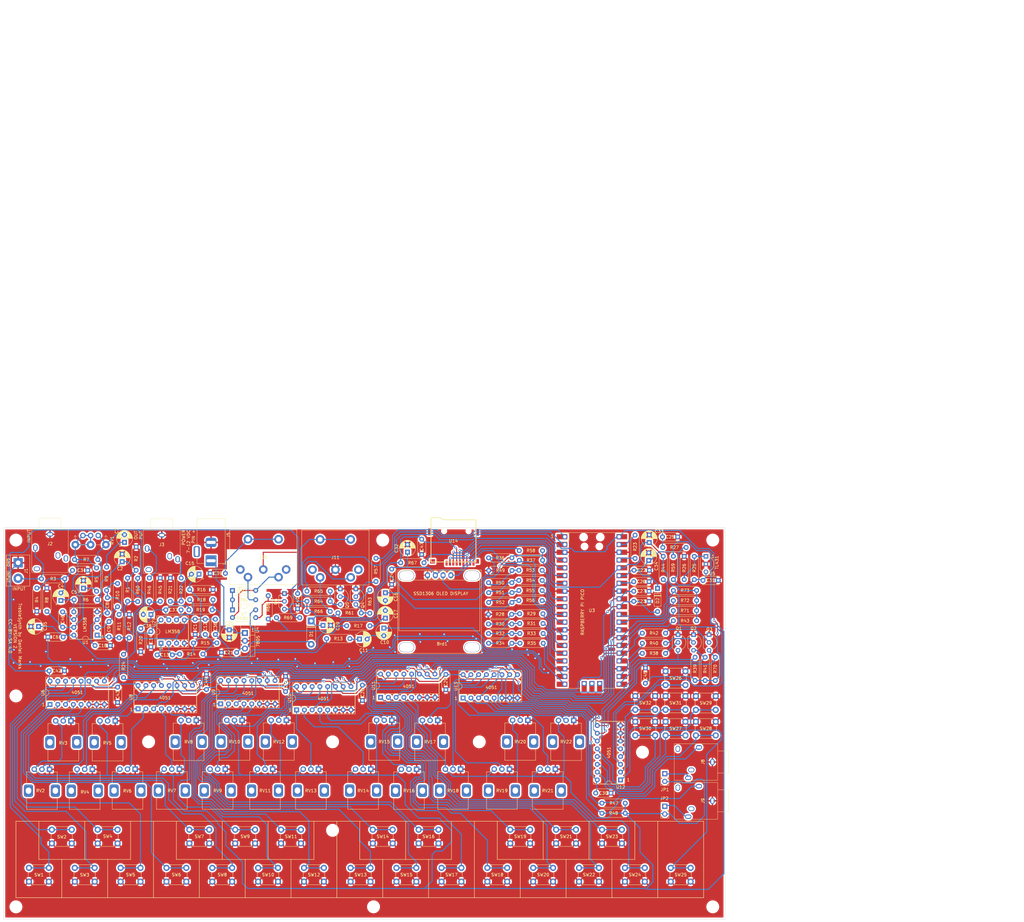
<source format=kicad_pcb>
(kicad_pcb (version 20211014) (generator pcbnew)
  (layers (0 "F.Cu" signal) (31 "B.Cu" signal) (34 "B.Paste" user) (35 "F.Paste" user) (36 "B.SilkS" user "B.Silkscreen") (37 "F.SilkS" user "F.Silkscreen") (38 "B.Mask" user) (39 "F.Mask" user) (44 "Edge.Cuts" user))
  (net 0 "")
  (net 1 "BIAS")
  (net 2 "Net-(C4-Pad1)")
  (net 3 "Net-(C5-Pad1)")
  (net 4 "+5V")
  (net 5 "Net-(C8-Pad2)")
  (net 6 "Net-(C9-Pad2)")
  (net 10 "Net-(C46-Pad1)")
  (net 11 "TOADC")
  (net 12 "Net-(C10-Pad2)")
  (net 13 "Net-(C11-Pad1)")
  (net 14 "Net-(C12-Pad2)")
  (net 15 "Net-(C13-Pad1)")
  (net 16 "Net-(C13-Pad2)")
  (net 17 "Net-(C15-Pad2)")
  (net 18 "Net-(C3-Pad1)")
  (net 19 "Net-(C17-Pad1)")
  (net 20 "Net-(C20-Pad1)")
  (net 21 "Net-(J3-PadS1)")
  (net 24 "FROMDAC1")
  (net 28 "Net-(C21-Pad1)")
  (net 30 "Net-(C9-Pad1)")
  (net 31 "Net-(R29-Pad2)")
  (net 32 "+3V3")
  (net 33 "SCL")
  (net 34 "SDA")
  (net 35 "VREF")
  (net 36 "Net-(Q1-Pad2)")
  (net 37 "Net-(Q2-Pad2)")
  (net 38 "Net-(Q3-Pad2)")
  (net 39 "SEL0")
  (net 40 "SEL1")
  (net 41 "SEL2")
  (net 42 "BUTTON1")
  (net 43 "Net-(R44-Pad2)")
  (net 46 "Net-(J8-PadS1)")
  (net 49 "Net-(J8-PadT1)")
  (net 50 "Net-(J9-PadT1)")
  (net 51 "Net-(J9-PadS1)")
  (net 52 "Net-(R25-Pad1)")
  (net 53 "BUTTON2")
  (net 54 "BUTTON3")
  (net 55 "BUTTON4")
  (net 56 "Net-(R35-Pad2)")
  (net 57 "Net-(C16-Pad2)")
  (net 58 "Net-(R28-Pad1)")
  (net 59 "Net-(R30-Pad1)")
  (net 60 "Net-(R31-Pad2)")
  (net 61 "Net-(R32-Pad1)")
  (net 62 "Net-(R33-Pad2)")
  (net 63 "Net-(C36-Pad2)")
  (net 64 "Net-(C37-Pad1)")
  (net 65 "Net-(C37-Pad2)")
  (net 66 "Net-(C38-Pad2)")
  (net 67 "Net-(J1-Pad2)")
  (net 69 "Net-(Brd1-Pad2)")
  (net 70 "Net-(C35-Pad1)")
  (net 71 "Net-(C31-Pad2)")
  (net 72 "Net-(C7-Pad1)")
  (net 74 "Net-(R49-Pad1)")
  (net 75 "Net-(R50-Pad1)")
  (net 76 "Net-(R51-Pad1)")
  (net 77 "Net-(C39-Pad1)")
  (net 78 "Net-(C46-Pad2)")
  (net 79 "Net-(D3-Pad2)")
  (net 80 "Net-(R23-Pad1)")
  (net 81 "TX0")
  (net 82 "RX0")
  (net 83 "Net-(R23-Pad2)")
  (net 84 "Net-(C40-Pad1)")
  (net 85 "Net-(D3-Pad1)")
  (net 86 "Net-(R53-Pad2)")
  (net 87 "Net-(J10-Pad4)")
  (net 90 "Net-(J11-Pad4)")
  (net 91 "Net-(J11-Pad5)")
  (net 92 "Net-(Q4-Pad2)")
  (net 93 "Net-(Q4-Pad3)")
  (net 94 "Net-(Q5-Pad2)")
  (net 95 "Net-(Q5-Pad3)")
  (net 96 "Net-(Q6-Pad2)")
  (net 97 "GND")
  (net 98 "ADC0")
  (net 99 "ADC2")
  (net 100 "ADC1")
  (net 101 "CTRLA")
  (net 102 "CTRLB")
  (net 103 "CTRLC")
  (net 104 "Net-(R55-Pad2)")
  (net 105 "FROMDAC2")
  (net 106 "Net-(RV3-Pad2)")
  (net 107 "Net-(RV4-Pad2)")
  (net 108 "Net-(RV5-Pad2)")
  (net 109 "Net-(RV6-Pad2)")
  (net 110 "Net-(RV8-Pad2)")
  (net 111 "Net-(RV12-Pad2)")
  (net 112 "Net-(RV13-Pad2)")
  (net 113 "Net-(RV15-Pad2)")
  (net 114 "Net-(RV16-Pad2)")
  (net 115 "Net-(RV17-Pad2)")
  (net 116 "Net-(RV19-Pad2)")
  (net 117 "Net-(RV20-Pad2)")
  (net 118 "Net-(RV21-Pad2)")
  (net 119 "Net-(RV22-Pad2)")
  (net 120 "Net-(SW3-Pad2)")
  (net 121 "Net-(SW4-Pad2)")
  (net 122 "Net-(SW5-Pad2)")
  (net 123 "Net-(SW6-Pad2)")
  (net 124 "Net-(SW7-Pad2)")
  (net 125 "Net-(SW8-Pad2)")
  (net 126 "Net-(SW9-Pad2)")
  (net 127 "Net-(SW10-Pad2)")
  (net 128 "Net-(SW11-Pad2)")
  (net 129 "Net-(SW12-Pad2)")
  (net 130 "Net-(SW13-Pad2)")
  (net 131 "Net-(SW14-Pad2)")
  (net 132 "Net-(SW15-Pad2)")
  (net 133 "Net-(SW18-Pad2)")
  (net 134 "Net-(SW20-Pad2)")
  (net 135 "Net-(SW21-Pad2)")
  (net 136 "Net-(SW32-Pad2)")
  (net 137 "Net-(R56-Pad2)")
  (net 138 "Net-(RV2-Pad2)")
  (net 139 "Net-(RV7-Pad2)")
  (net 140 "Net-(RV14-Pad2)")
  (net 141 "Net-(RV18-Pad2)")
  (net 142 "Net-(SW1-Pad2)")
  (net 143 "Net-(SW2-Pad2)")
  (net 144 "Net-(SW16-Pad2)")
  (net 145 "Net-(RV9-Pad2)")
  (net 146 "Net-(RV10-Pad2)")
  (net 147 "Net-(RV11-Pad2)")
  (net 148 "Net-(SW17-Pad2)")
  (net 149 "Net-(SW19-Pad2)")
  (net 150 "Net-(SW22-Pad2)")
  (net 151 "Net-(SW23-Pad2)")
  (net 152 "Net-(SW24-Pad2)")
  (net 153 "Net-(SW25-Pad2)")
  (net 154 "Net-(SW26-Pad2)")
  (net 155 "Net-(SW27-Pad2)")
  (net 156 "Net-(SW28-Pad2)")
  (net 157 "Net-(SW29-Pad2)")
  (net 158 "Net-(SW30-Pad2)")
  (net 159 "Net-(SW31-Pad2)")
  (net 160 "Net-(J3-PadT1)")
  (net 161 "Net-(R54-Pad2)")
  (net 163 "SCK")
  (net 164 "MOSI")
  (net 165 "MISO")
  (net 166 "SPICS")
  (footprint "Button_Switch_THT:SW_PUSH_6mm" (layer "F.Cu") (at 227.25 141.25 180)
    (fp_text reference "SW23")
    (fp_text value "SW_Push")
  )
  (footprint "Capacitor_THT:C_Disc_D5.0mm_W2.5mm_P5.00mm" (layer "F.Cu") (at 236.226 51.878 180)
    (fp_text reference "C22")
    (fp_text value "10 nF")
  )
  (footprint "Capacitor_THT:CP_Radial_D5.0mm_P2.50mm" (layer "F.Cu") (at 88.906 53.148 180)
    (fp_text reference "C15")
    (fp_text value "10 uF")
  )
  (footprint "Package_TO_SOT_THT:TO-92_Inline_Wide" (layer "F.Cu") (at 255.784 72.96 -90)
    (fp_text reference "Q3")
    (fp_text value "2N3904")
  )
  (footprint "TrebleSynth:PJ-3240-35mm-stereo" (layer "F.Cu") (at 258.578 114.616 -90)
    (fp_text reference "J8")
    (fp_text value "INPUT")
  )
  (footprint "MountingHole:MountingHole_3.2mm_M3" (layer "F.Cu") (at 149 42)
    (fp_text reference "H9" hide)
    (fp_text value "MountingHole")
  )
  (footprint "Resistor_THT:R_Axial_DIN0207_L6.3mm_D2.5mm_P7.62mm_Horizontal" (layer "F.Cu") (at 72.65 54.418 -90)
    (fp_text reference "R46")
    (fp_text value "100R")
  )
  (footprint "Resistor_THT:R_Axial_DIN0207_L6.3mm_D2.5mm_P7.62mm_Horizontal" (layer "F.Cu") (at 58.68 50.862 -90)
    (fp_text reference "R9")
    (fp_text value "4k7")
  )
  (footprint "Diode_THT:D_DO-41_SOD81_P7.62mm_Horizontal" (layer "F.Cu") (at 125.6 68.475 -90)
    (fp_text reference "D1")
    (fp_text value "1N5819")
  )
  (footprint "Resistor_THT:R_Axial_DIN0207_L6.3mm_D2.5mm_P7.62mm_Horizontal" (layer "F.Cu") (at 193.554 61.784)
    (fp_text reference "R56")
    (fp_text value "2k")
  )
  (footprint "Potentiometer_THT:Potentiometer_Alps_RK09K_Single_Vertical" (layer "F.Cu") (at 190.5 116.95 -90)
    (fp_text reference "RV19")
    (fp_text value "10k")
  )
  (footprint "Capacitor_THT:C_Disc_D5.0mm_W2.5mm_P5.00mm" (layer "F.Cu") (at 44.29 70.49 90)
    (fp_text reference "C46")
    (fp_text value "22 pF")
  )
  (footprint "Package_TO_SOT_THT:TO-92_Inline_Wide" (layer "F.Cu") (at 135.134 57.974 -90)
    (fp_text reference "Q5")
    (fp_text value "2N3904")
  )
  (footprint "Potentiometer_THT:Potentiometer_Alps_RK09K_Single_Vertical" (layer "F.Cu") (at 103 100.95 -90)
    (fp_text reference "RV10")
    (fp_text value "10k")
  )
  (footprint "Resistor_THT:R_Axial_DIN0207_L6.3mm_D2.5mm_P7.62mm_Horizontal" (layer "F.Cu") (at 93.224 64.832 180)
    (fp_text reference "R19")
    (fp_text value "1k")
  )
  (footprint "Package_TO_SOT_THT:TO-220-3_Vertical" (layer "F.Cu") (at 103.92 72.41 -90)
    (fp_text reference "U4")
    (fp_text value "LM7805_TO220")
  )
  (footprint "TrebleSynth:PJ-3240-35mm-stereo" (layer "F.Cu") (at 76.714 38.67)
    (fp_text reference "J3")
    (fp_text value "OUTPUT")
  )
  (footprint "Connector_PinHeader_2.54mm:PinHeader_1x02_P2.54mm_Vertical" (layer "F.Cu") (at 241.306 129.094)
    (fp_text reference "JP2")
    (fp_text value "POWER")
  )
  (footprint "Resistor_THT:R_Axial_DIN0207_L6.3mm_D2.5mm_P7.62mm_Horizontal" (layer "F.Cu") (at 124.212 62.038)
    (fp_text reference "R64")
    (fp_text value "1k")
  )
  (footprint "Capacitor_THT:CP_Radial_D5.0mm_P2.50mm" (layer "F.Cu") (at 141.425 74.4)
    (fp_text reference "C11")
    (fp_text value "10 uF")
  )
  (footprint "Capacitor_THT:C_Disc_D5.0mm_W2.5mm_P5.00mm" (layer "F.Cu") (at 117.22 91.58 90)
    (fp_text reference "C41")
    (fp_text value "100 nF")
  )
  (footprint "Button_Switch_THT:SW_PUSH_6mm" (layer "F.Cu") (at 231.654 93.026)
    (fp_text reference "SW32")
    (fp_text value "SW_Push")
  )
  (footprint "Button_Switch_THT:SW_PUSH_6mm" (layer "F.Cu") (at 152.25 141.25 180)
    (fp_text reference "SW14")
    (fp_text value "SW_Push")
  )
  (footprint "Resistor_THT:R_Axial_DIN0207_L6.3mm_D2.5mm_P7.62mm_Horizontal" (layer "F.Cu") (at 79.508 54.418 -90)
    (fp_text reference "R21")
    (fp_text value "1M")
  )
  (footprint "MountingHole:MountingHole_3.2mm_M3" (layer "F.Cu") (at 29 162)
    (fp_text reference "H2" hide)
    (fp_text value "MountingHole")
  )
  (footprint "Capacitor_THT:CP_Radial_D5.0mm_P2.50mm" (layer "F.Cu") (at 43.694 61.784 90)
    (fp_text reference "C4")
    (fp_text value "10 uF")
  )
  (footprint "Resistor_THT:R_Axial_DIN0207_L6.3mm_D2.5mm_P7.62mm_Horizontal" (layer "F.Cu") (at 231.58 48 90)
    (fp_text reference "R23")
    (fp_text value "10k")
  )
  (footprint "TrebleSynth:PJ-3240-35mm-stereo" (layer "F.Cu") (at 258.578 127.316 -90)
    (fp_text reference "J9")
    (fp_text value "INPUT")
  )
  (footprint "Resistor_THT:R_Axial_DIN0207_L6.3mm_D2.5mm_P7.62mm_Horizontal" (layer "F.Cu") (at 111.53 67.82 90)
    (fp_text reference "R68")
    (fp_text value "2k2")
  )
  (footprint "Resistor_THT:R_Axial_DIN0207_L6.3mm_D2.5mm_P7.62mm_Horizontal" (layer "F.Cu") (at 62.236 56.196 -90)
    (fp_text reference "R10")
    (fp_text value "1k")
  )
  (footprint "Resistor_THT:R_Axial_DIN0207_L6.3mm_D2.5mm_P7.62mm_Horizontal" (layer "F.Cu") (at 257.816 87.946 90)
    (fp_text reference "R70")
    (fp_text value "1k")
  )
  (footprint "Capacitor_THT:CP_Radial_D5.0mm_P2.50mm" (layer "F.Cu") (at 149.375 70.8 -90)
    (fp_text reference "C10")
    (fp_text value "10 uF")
  )
  (footprint "Potentiometer_THT:Potentiometer_Alps_RK09K_Single_Vertical" (layer "F.Cu") (at 82.5 116.95 -90)
    (fp_text reference "RV7")
    (fp_text value "10k")
  )
  (footprint "Connector_PinHeader_2.54mm:PinHeader_1x02_P2.54mm_Vertical" (layer "F.Cu") (at 241.306 118.426)
    (fp_text reference "JP1")
    (fp_text value "POWER")
  )
  (footprint "Package_DIP:DIP-16_W7.62mm_Socket" (layer "F.Cu") (at 40.16 95.77 90)
    (fp_text reference "U6")
    (fp_text value "4051")
  )
  (footprint "Capacitor_THT:C_Disc_D5.0mm_W2.5mm_P5.00mm" (layer "F.Cu") (at 94.24 67.88 -90)
    (fp_text reference "C36")
    (fp_text value "22 nF")
  )
  (footprint "Capacitor_THT:C_Disc_D5.0mm_W2.5mm_P5.00mm" (layer "F.Cu") (at 151.95 56.5 90)
    (fp_text reference "C24")
    (fp_text value "100 nF")
  )
  (footprint "Resistor_THT:R_Axial_DIN0207_L6.3mm_D2.5mm_P7.62mm_Horizontal" (layer "F.Cu") (at 191.208 66.284 180)
    (fp_text reference "R28")
    (fp_text value "2k")
  )
  (footprint "Resistor_THT:R_Axial_DIN0207_L6.3mm_D2.5mm_P7.62mm_Horizontal" (layer "F.Cu") (at 68.332 44.258 -90)
    (fp_text reference "R2")
    (fp_text value "470R")
  )
  (footprint "Button_Switch_THT:SW_PUSH_6mm" (layer "F.Cu") (at 174.75 153.75 180)
    (fp_text reference "SW17")
    (fp_text value "SW_Push")
  )
  (footprint "Package_TO_SOT_THT:TO-92_Inline_Wide" (layer "F.Cu") (at 250.704 72.96 -90)
    (fp_text reference "Q2")
    (fp_text value "2N3904")
  )
  (footprint "Resistor_THT:R_Axial_DIN0207_L6.3mm_D2.5mm_P7.62mm_Horizontal" (layer "F.Cu") (at 90.176 79.31 180)
    (fp_text reference "R14")
    (fp_text value "1k")
  )
  (footprint "Potentiometer_THT:Potentiometer_Alps_RK09K_Single_Vertical" (layer "F.Cu") (at 117.5 100.95 -90)
    (fp_text reference "RV12")
    (fp_text value "10k")
  )
  (footprint "Resistor_THT:R_Axial_DIN0207_L6.3mm_D2.5mm_P7.62mm_Horizontal" (layer "F.Cu") (at 228.352 128.078 180)
    (fp_text reference "R47")
    (fp_text value "NC")
  )
  (footprint "Potentiometer_THT:Potentiometer_Alps_RK09K_Single_Vertical" (layer "F.Cu") (at 128 116.95 -90)
    (fp_text reference "RV13")
    (fp_text value "10k")
  )
  (footprint "Capacitor_THT:C_Disc_D5.0mm_W2.5mm_P5.00mm" (layer "F.Cu") (at 90.938 67.88 -90)
    (fp_text reference "C12")
    (fp_text value "22 nF")
  )
  (footprint "Resistor_THT:R_Axial_DIN0207_L6.3mm_D2.5mm_P7.62mm_Horizontal" (layer "F.Cu") (at 131.83 58.72 180)
    (fp_text reference "R65")
    (fp_text value "220R")
  )
  (footprint "Resistor_THT:R_Axial_DIN0207_L6.3mm_D2.5mm_P7.62mm_Horizontal" (layer "F.Cu") (at 93.478 58.228 180)
    (fp_text reference "R16")
    (fp_text value "1k")
  )
  (footprint "Capacitor_THT:C_Disc_D5.0mm_W2.5mm_P5.00mm" (layer "F.Cu") (at 231.146 55.61)
    (fp_text reference "C26")
    (fp_text value "100 pF")
  )
  (footprint "Button_Switch_THT:SW_PUSH_6mm" (layer "F.Cu") (at 219.75 153.75 180)
    (fp_text reference "SW22")
    (fp_text value "SW_Push")
  )
  (footprint "Package_DIP:DIP-4_W7.62mm" (layer "F.Cu") (at 99.838 64.827)
    (fp_text reference "U7")
    (fp_text value "PC817")
  )
  (footprint "MountingHole:MountingHole_3.2mm_M3" (layer "F.Cu") (at 29 93)
    (fp_text reference "H11" hide)
    (fp_text value "MountingHole")
  )
  (footprint "MountingHole:MountingHole_3.2mm_M3" (layer "F.Cu") (at 146 162)
    (fp_text reference "H12" hide)
    (fp_text value "MountingHole")
  )
  (footprint "TrebleSynth:DIN5Circular" (layer "F.Cu") (at 133.53 51.69)
    (fp_text reference "J11")
    (fp_text value "DIN-5_180degree")
  )
  (footprint "Connector_BarrelJack:BarrelJack_Horizontal" (layer "F.Cu") (at 92.84 48.76 -90)
    (fp_text reference "J5")
    (fp_text value "Barrel_Jack_Switch")
  )
  (footprint "Package_DIP:DIP-16_W7.62mm_Socket" (layer "F.Cu") (at 226.828 120.458 180)
    (fp_text reference "U12")
    (fp_text value "4051")
  )
  (footprint "Resistor_THT:R_Axial_DIN0207_L6.3mm_D2.5mm_P7.62mm_Horizontal" (layer "F.Cu") (at 191.268 47.814 180)
    (fp_text reference "R36")
    (fp_text value "10k")
  )
  (footprint "Capacitor_THT:C_Disc_D5.0mm_W2.5mm_P5.00mm" (layer "F.Cu") (at 87.636 67.88 -90)
    (fp_text reference "C1")
    (fp_text value "100 nF")
  )
  (footprint "Button_Switch_THT:SW_PUSH_6mm" (layer "F.Cu") (at 241.56 93.026)
    (fp_text reference "SW31")
    (fp_text value "SW_Push")
  )
  (footprint "Capacitor_THT:C_Disc_D5.0mm_W2.5mm_P5.00mm" (layer "F.Cu") (at 58.934 65.848 90)
    (fp_text reference "C8")
    (fp_text value "22 nF")
  )
  (footprint "Potentiometer_THT:Potentiometer_Alps_RK09K_Single_Vertical" (layer "F.Cu") (at 167 101 -90)
    (fp_text reference "RV17")
    (fp_text value "10k")
  )
  (footprint "Capacitor_THT:C_Disc_D5.0mm_W2.5mm_P5.00mm" (layer "F.Cu") (at 97.542 52.894 180)
    (fp_text reference "C39")
    (fp_text value "100 nF")
  )
  (footprint "Capacitor_THT:C_Disc_D5.0mm_W2.5mm_P5.00mm" (layer "F.Cu") (at 169.678 85.954 -90)
    (fp_text reference "C29")
    (fp_text value "100 nF")
  )
  (footprint "Resistor_THT:R_Axial_DIN0207_L6.3mm_D2.5mm_P7.62mm_Horizontal" (layer "F.Cu") (at 124.212 65.34)
    (fp_text reference "R66")
    (fp_text value "220R")
  )
  (footprint "MountingHole:MountingHole_3.2mm_M3" (layer "F.Cu") (at 72.396 108.012)
    (fp_text reference "H7" hide)
    (fp_text value "MountingHole")
  )
  (footprint "Potentiometer_THT:Potentiometer_Alps_RK09K_Single_Vertical" (layer "F.Cu") (at 196.5 100.95 -90)
    (fp_text reference "RV20")
    (fp_text value "10k")
  )
  (footprint "Button_Switch_THT:SW_PUSH_6mm" (layer "F.Cu") (at 129.75 153.75 180)
    (fp_text reference "SW12")
    (fp_text value "SW_Push")
  )
  (footprint "Potentiometer_THT:Potentiometer_Alps_RK09K_Single_Vertical" (layer "F.Cu") (at 68 116.95 -90)
    (fp_text reference "RV6")
    (fp_text value "10k")
  )
  (footprint "Resistor_THT:R_Axial_DIN0207_L6.3mm_D2.5mm_P7.62mm_Horizontal" (layer "F.Cu") (at 191.3 62.4 180)
    (fp_text reference "R52")
    (fp_text value "1k")
  )
  (footprint "Capacitor_THT:CP_Radial_D5.0mm_P2.50mm" (layer "F.Cu") (at 64.522 42.734 90)
    (fp_text reference "C7")
    (fp_text value "10 uF")
  )
  (footprint "Resistor_THT:R_Axial_DIN0207_L6.3mm_D2.5mm_P7.62mm_Horizontal" (layer "F.Cu") (at 99.828 61.53)
    (fp_text reference "R62")
    (fp_text value "220R")
  )
  (footprint "Resistor_THT:R_Axial_DIN0207_L6.3mm_D2.5mm_P7.62mm_Horizontal" (layer "F.Cu") (at 62.744 73.976 90)
    (fp_text reference "R11")
    (fp_text value "1k")
  )
  (footprint "Resistor_THT:R_Axial_DIN0207_L6.3mm_D2.5mm_P7.62mm_Horizontal" (layer "F.Cu") (at 251.72 61.784 180)
    (fp_text reference "R72")
    (fp_text value "2k2")
  )
  (footprint "Capacitor_THT:C_Disc_D5.0mm_W2.5mm_P5.00mm" (layer "F.Cu") (at 73.158 71.944 -90)
    (fp_text reference "C14")
    (fp_text value "100 nF")
  )
  (footprint "Button_Switch_THT:SW_PUSH_6mm" (layer "F.Cu") (at 122.25 141.25 180)
    (fp_text reference "SW11")
    (fp_text value "SW_Push")
  )
  (footprint "Capacitor_THT:CP_Radial_D5.0mm_P2.50mm" (layer "F.Cu") (at 236.05 48.65 90)
    (fp_text reference "C34")
    (fp_text value "100 uF")
  )
  (footprint "Resistor_THT:R_Axial_DIN0207_L6.3mm_D2.5mm_P7.62mm_Horizontal" (layer "F.Cu") (at 83.064 54.418 -90)
    (fp_text reference "R22")
    (fp_text value "100R")
  )
  (footprint "MountingHole:MountingHole_3.2mm_M3" (layer "F.Cu") (at 257 162)
    (fp_text reference "H3" hide)
    (fp_text value "MountingHole")
  )
  (footprint "TerminalBlock:TerminalBlock_bornier-2_P5.08mm" (layer "F.Cu") (at 29.71 49.43 -90)
    (fp_text reference "J1")
    (fp_text value "INPUT")
  )
  (footprint "Capacitor_THT:C_Disc_D5.0mm_W2.5mm_P5.00mm" (layer "F.Cu") (at 231.146 62.038)
    (fp_text reference "C23")
    (fp_text value "100 pF")
  )
  (footprint "Capacitor_THT:CP_Radial_D5.0mm_P2.50mm" (layer "F.Cu") (at 63.76 49.084 90)
    (fp_text reference "C2")
    (fp_text value "100 uF")
  )
  (footprint "MountingHole:MountingHole_3.2mm_M3" (layer "F.Cu") (at 132.594 136.968)
    (fp_text reference "H8" hide)
    (fp_text value "MountingHole")
  )
  (footprint "Resistor_THT:R_Axial_DIN0207_L6.3mm_D2.5mm_P7.62mm_Horizontal" (layer "F.Cu") (at 68.84 54.494 -90)
    (fp_text reference "R60")
    (fp_text value "10R")
  )
  (footprint "Package_DIP:DIP-16_W7.62mm_Socket" (layer "F.Cu") (at 68.97 97.21 90)
    (fp_text reference "U8")
    (fp_text value "4051")
  )
  (footprint "Resistor_THT:R_Axial_DIN0207_L6.3mm_D2.5mm_P7.62mm_Horizontal" (layer "F.Cu") (at 250.958 47.32 -90)
    (fp_text reference "R25")
    (fp_text value "2k2")
  )
  (footprint "Capacitor_THT:C_Disc_D5.0mm_W2.5mm_P5.00mm" (layer "F.Cu") (at 54.87 76.516)
    (fp_text reference "C18")
    (fp_text value "100 nF")
  )
  (footprint "Resistor_THT:R_Axial_DIN0207_L6.3mm_D2.5mm_P7.62mm_Horizontal" (layer "F.Cu") (at 251.212 87.946 90)
    (fp_text reference "R39")
    (fp_text value "1k")
  )
  (footprint "Resistor_THT:R_Axial_DIN0207_L6.3mm_D2.5mm_P7.62mm_Horizontal" (layer "F.Cu") (at 193.554 58.482)
    (fp_text reference "R55")
    (fp_text value "2k")
  )
  (footprint "Potentiometer_THT:Potentiometer_Alps_RK09K_Single_Vertical" (layer "F.Cu") (at 145.1 116.95 -90)
    (fp_text reference "RV14")
    (fp_text value "10k")
  )
  (footprint "Capacitor_THT:C_Disc_D5.0mm_W2.5mm_P5.00mm" (layer "F.Cu") (at 75.19 79.564)
    (fp_text reference "C13")
    (fp_text value "4700 pF")
  )
  (footprint "Resistor_THT:R_Axial_DIN0207_L6.3mm_D2.5mm_P7.62mm_Horizontal" (layer "F.Cu") (at 251.72 58.482 180)
    (fp_text reference "R73")
    (fp_text value "2k2")
  )
  (footprint "TrebleSynth:GCT-MEM2055-00-190-01-A" (layer "F.Cu") (at 172.15 50.36)
    (fp_text reference "U14")
    (fp_text value "MicroSD_SPI_CD")
  )
  (footprint "Capacitor_THT:C_Disc_D5.0mm_W2.5mm_P5.00mm" (layer "F.Cu") (at 218.7 124.776)
    (fp_text reference "C30")
    (fp_text value "100 nF")
  )
  (footprint "TrebleSynth:Potentiometer_Big_Small_Combined" (layer "F.Cu") (at 53.42 40.5 180)
    (fp_text reference "RV1")
    (fp_text value "10k")
  )
  (footprint "Resistor_THT:R_Axial_DIN0207_L6.3mm_D2.5mm_P7.62mm_Horizontal" (layer "F.Cu") (at 66.046 66.356 -90)
    (fp_text reference "R12")
    (fp_text value "1k")
  )
  (footprint "Resistor_THT:R_Axial_DIN0207_L6.3mm_D2.5mm_P7.62mm_Horizontal" (layer "F.Cu") (at 93.478 61.53 180)
    (fp_text reference "R18")
    (fp_text value "1k")
  )
  (footprint "Resistor_THT:R_Axial_DIN0207_L6.3mm_D2.5mm_P7.62mm_Horizontal" (layer "F.Cu") (at 233.94 75.754)
    (fp_text reference "R40")
    (fp_text value "10k")
  )
  (footprint "TrebleSynth:RPi_Pico_SMD_TH" (layer "F.Cu") (at 217.46 65.04)
    (fp_text reference "U3")
    (fp_text value "Pico")
  )
  (footprint "Potentiometer_THT:Potentiometer_Alps_RK09K_Single_Vertical" (layer "F.Cu") (at 97.5 116.95 -90)
    (fp_text reference "RV9")
    (fp_text value "10k")
  )
  (footprint "Button_Switch_THT:SW_PUSH_6mm" (layer "F.Cu") (at 204.75 153.75 180)
    (fp_text reference "SW20")
    (fp_text value "SW_Push")
  )
  (footprint "Potentiometer_THT:Potentiometer_Alps_RK09K_Single_Vertical" (layer "F.Cu") (at 113 116.95 -90)
    (fp_text reference "RV11")
    (fp_text value "10k")
  )
  (footprint "Capacitor_THT:CP_Radial_D5.0mm_P2.50mm" (layer "F.Cu") (at 98.8 71.374888 -90)
    (fp_text reference "C20")
    (fp_text value "100 uF")
  )
  (footprint "Resistor_THT:R_Axial_DIN0207_L6.3mm_D2.5mm_P7.62mm_Horizontal" (layer "F.Cu") (at 146.8 55.56 90)
    (fp_text reference "R57")
    (fp_text value "1k")
  )
  (footprint "Capacitor_THT:C_Disc_D5.0mm_W2.5mm_P5.00mm" (layer "F.Cu") (at 258.792 55.18 180)
    (fp_text reference "C31")
    (fp_text value "10 nF")
  )
  (footprint "Resistor_THT:R_Axial_DIN0207_L6.3mm_D2.5mm_P7.62mm_Horizontal" (layer "F.Cu") (at 39.122 57.72 -90)
    (fp_text reference "R8")
    (fp_text value "1k")
  )
  (footprint "Button_Switch_THT:SW_PUSH_6mm" (layer "F.Cu") (at 114.75 153.75 180)
    (fp_text reference "SW10")
    (fp_text value "SW_Push")
  )
  (footprint "TrebleSynth:DIN5Circular" (layer "F.Cu") (at 109.92 51.63)
    (fp_text reference "J10")
    (fp_text value "DIN-5_180degree")
  )
  (footprint "Button_Switch_THT:SW_PUSH_6mm" (layer "F.Cu") (at 251.466 93.062)
    (fp_text reference "SW29")
    (fp_text value "SW_Push")
  )
  (footprint "Resistor_THT:R_Axial_DIN0207_L6.3mm_D2.5mm_P7.62mm_Horizontal" (layer "F.Cu") (at 191.3 51.95 180)
    (fp_text reference "R49")
    (fp_text value "2k")
  )
  (footprint "Button_Switch_THT:SW_PUSH_6mm" (layer "F.Cu") (at 234.75 153.75 180)
    (fp_text reference "SW24")
    (fp_text value "SW_Push")
  )
  (footprint "Button_Switch_THT:SW_PUSH_6mm" (layer "F.Cu") (at 251.466 101.408)
    (fp_text reference "SW28")
    (fp_text value "SW_Push")
  )
  (footprint "Capacitor_THT:C_Disc_D5.0mm_W2.5mm_P5.00mm" (layer "F.Cu") (at 240.544 40.956)
    (fp_text reference "C25")
    (fp_text value "100 nF")
  )
  (footprint "Potentiometer_THT:Potentiometer_Alps_RK09K_Single_Vertical" (layer "F.Cu") (at 211.5 101 -90)
    (fp_text reference "RV22")
    (fp_text value "10k")
  )
  (footprint "Resistor_THT:R_Axial_DIN0207_L6.3mm_D2.5mm_P7.62mm_Horizontal" (layer "F.Cu") (at 154.9 49.42)
    (fp_text reference "R67")
    (fp_text value "10k")
  )
  (footprint "Button_Switch_THT:SW_PUSH_6mm" (layer "F.Cu") (at 92.25 141.25 180)
    (fp_text reference "SW7")
    (fp_text value "SW_Push")
  )
  (footprint "Package_DIP:DIP-16_W7.62mm_Socket" (layer "F.Cu") (at 175.31 93.65 90)
    (fp_text reference "U13")
    (fp_text value "4051")
  )
  (footprint "Resistor_THT:R_Axial_DIN0207_L6.3mm_D2.5mm_P7.62mm_Horizontal" (layer "F.Cu") (at 254.514 87.946 90)
    (fp_text reference "R41")
    (fp_text value "1k")
  )
  (footprint "Capacitor_THT:C_Disc_D5.0mm_W2.5mm_P5.00mm" (layer "F.Cu") (at 91.33 90.89 90)
    (fp_text reference "C44")
    (fp_text value "100 nF")
  )
  (footprint "Resistor_THT:R_Axial_DIN0207_L6.3mm_D2.5mm_P7.62mm_Horizontal" (layer "F.Cu") (at 228.352 131.38 180)
    (fp_text reference "R48")
    (fp_text value "NC")
  )
  (footprint "Resistor_THT:R_Axial_DIN0207_L6.3mm_D2.5mm_P7.62mm_Horizontal" (layer "F.Cu") (at 193.808 66.102)
    (fp_text reference "R29")
    (fp_text value "2k")
  )
  (footprint "Resistor_THT:R_Axial_DIN0207_L6.3mm_D2.5mm_P7.62mm_Horizontal" (layer "F.Cu") (at 65.538 54.418 -90)
    (fp_text reference "R1")
    (fp_text value "1k")
  )
  (footprint "Button_Switch_THT:SW_PUSH_6mm" (layer "F.Cu") (at 231.654 101.408)
    (fp_text reference "SW30")
    (fp_text value "SW_Push")
  )
  (footprint "Button_Switch_THT:SW_PUSH_6mm" (layer "F.Cu") (at 241.56 84.934)
    (fp_text reference "SW26")
    (fp_text value "SW_Push")
  )
  (footprint "TrebleSynth:PJ-3240-35mm-stereo" (layer "F.Cu") (at 40.142 38.41)
    (fp_text reference "J2")
    (fp_text value "INPUT")
  )
  (footprint "Potentiometer_THT:Potentiometer_Alps_RK09K_Single_Vertical" (layer "F.Cu") (at 88 101 -90)
    (fp_text reference "RV8")
    (fp_text value "10k")
  )
  (footprint "MountingHole:MountingHole_3.2mm_M3" (layer "F.Cu") (at 180.6 108.012)
    (fp_text reference "H6" hide)
    (fp_text value "MountingHole")
  )
  (footprint "Resistor_THT:R_Axial_DIN0207_L6.3mm_D2.5mm_P7.62mm_Horizontal" (layer "F.Cu") (at 248.28 44.41 180)
    (fp_text reference "R27")
    (fp_text value "1k")
  )
  (footprint "Resistor_THT:R_Axial_DIN0207_L6.3mm_D2.5mm_P7.62mm_Horizontal" (layer "F.Cu") (at 193.908 75.762)
    (fp_text reference "R35")
    (fp_text value "2k")
  )
  (footprint "Capacitor_THT:C_Disc_D5.0mm_W2.5mm_P5.00mm" (layer "F.Cu") (at 161.77 41.71 -90)
    (fp_text reference "C47")
    (fp_text value "100 nF")
  )
  (footprint "Capacitor_THT:C_Disc_D5.0mm_W2.5mm_P5.00mm" (layer "F.Cu") (at 62.26 90.13 -90)
    (fp_text reference "C43")
    (fp_text value "100 nF")
  )
  (footprint "Button_Switch_THT:SW_PUSH_6mm" (layer "F.Cu") (at 47.25 141.25 180)
    (fp_text reference "SW2")
    (fp_text value "SW_Push")
  )
  (footprint "Resistor_THT:R_Axial_DIN0207_L6.3mm_D2.5mm_P7.62mm_Horizontal" (layer "F.Cu") (at 244.1 54.91 90)
    (fp_text reference "R59")
    (fp_text value "10R")
  )
  (footprint "Button_Switch_THT:SW_PUSH_6mm" (layer "F.Cu") (at 54.75 153.75 180)
    (fp_text reference "SW3")
    (fp_text value "SW_Push")
  )
  (footprint "Resistor_THT:R_Axial_DIN0207_L6.3mm_D2.5mm_P7.62mm_Horizontal" (layer "F.Cu") (at 193.554 55.18)
    (fp_text reference "R54")
    (fp_text value "2k")
  )
  (footprint "TrebleSynth:128x64OLED" (layer "F.Cu") (at 167.3 64.1)
    (fp_text reference "Brd1")
    (fp_text value "SSD1306")
  )
  (footprint "Potentiometer_THT:Potentiometer_Alps_RK09K_Single_Vertical" (layer "F.Cu") (at 160.1 117 -90)
    (fp_text reference "RV16")
    (fp_text value "10k")
  )
  (footprint "Button_Switch_THT:SW_PUSH_6mm" (layer "F.Cu") (at 167.25 141.25 180)
    (fp_text reference "SW16")
    (fp_text value "SW_Push")
  )
  (footprint "Resistor_THT:R_Axial_DIN0207_L6.3mm_D2.5mm_P7.62mm_Horizontal" (layer "F.Cu") (at 193.878 72.562)
    (fp_text reference "R33")
    (fp_text value "2k")
  )
  (footprint "Capacitor_THT:C_Disc_D5.0mm_W2.5mm_P5.00mm" (layer "F.Cu") (at 234.95 88.85 90)
    (fp_text reference "C45")
    (fp_text value "100 nF")
  )
  (footprint "Button_Switch_THT:SW_PUSH_6mm" (layer "F.Cu") (at 145 153.75 180)
    (fp_text reference "SW13")
    (fp_text value "SW_Push")
  )
  (footprint "Capacitor_THT:CP_Radial_D5.0mm_P2.50mm" (layer "F.Cu") (at 36.41 70.28 180)
    (fp_text reference "C35")
    (fp_text value "100 uF")
  )
  (footprint "Capacitor_THT:CP_Radial_D5.0mm_P2.50mm" (layer "F.Cu") (at 51.07 57.75 90)
    (fp_text reference "C5")
    (fp_text value "10 uF")
  )
  (footprint "Resistor_THT:R_Axial_DIN0207_L6.3mm_D2.5mm_P7.62mm_Horizontal" (layer "F.Cu") (at 55.378 51.116 -90)
    (fp_text reference "R5")
    (fp_text value "220R")
  )
  (footprint "Button_Switch_THT:SW_PUSH_6mm" (layer "F.Cu") (at 84.75 153.75 180)
    (fp_text reference "SW6")
    (fp_text value "SW_Push")
  )
  (footprint "Potentiometer_THT:Potentiometer_Alps_RK09K_Single_Vertical" (layer "F.Cu") (at 61.5 101.154 -90)
    (fp_text reference "RV5")
    (fp_text value "10k")
  )
  (footprint "Package_TO_SOT_THT:TO-92_Inline_Wide" (layer "F.Cu") (at 116.846 59.498 -90)
    (fp_text reference "Q6")
    (fp_text value "2N3904")
  )
  (footprint "Resistor_THT:R_Axial_DIN0207_L6.3mm_D2.5mm_P7.62mm_Horizontal" (layer "F.Cu") (at 247.656 47.306 -90)
    (fp_text reference "R26")
    (fp_text value "10k")
  )
  (footprint "Potentiometer_THT:Potentiometer_Alps_RK09K_Single_Vertical" (layer "F.Cu") (at 40 117 -90)
    (fp_text reference "RV2")
    (fp_text value "10k")
  )
  (footprint "Capacitor_THT:C_Disc_D5.0mm_W2.5mm_P5.00mm" (layer "F.Cu") (at 78.024 64.832)
    (fp_text reference "C37")
    (fp_text value "4700 pF")
  )
  (footprint "Capacitor_THT:CP_Radial_D5.0mm_P2.50mm" (layer "F.Cu") (at 149.866 59.244 -90)
    (fp_text reference "C16")
    (fp_text value "10 uF")
  )
  (footprint "Package_DIP:DIP-16_W7.62mm_Socket" (layer "F.Cu") (at 120.84 97.56 90)
    (fp_text reference "U10")
    (fp_text value "4051")
  )
  (footprint "Button_Switch_THT:SW_PUSH_6mm" (layer "F.Cu") (at 160 153.75 180)
    (fp_text reference "SW15")
    (fp_text value "SW_Push")
  )
  (footprint "Resistor_THT:R_Axial_DIN0207_L6.3mm_D2.5mm_P7.62mm_Horizontal" (layer "F.Cu") (at 35.84 65.3 90)
    (fp_text reference "R4")
    (fp_text value "1M")
  )
  (footprint "MountingHole:MountingHole_3.2mm_M3" (layer "F.Cu") (at 132.594 108.012)
    (fp_text reference "H5" hide)
    (fp_text value "MountingHole")
  )
  (footprint "Package_DIP:DIP-8_W7.62mm_Socket" (layer "F.Cu") (at 55.56 73.1 180)
    (fp_text reference "U1")
    (fp_text value "LM358")
  )
  (footprint "Resistor_THT:R_Axial_DIN0207_L6.3mm_D2.5mm_P7.62mm_Horizontal" (layer "F.Cu") (at 76.206 54.418 -90)
    (fp_text reference "R45")
    (fp_text value "1M")
  )
  (footprint "MountingHole:MountingHole_3.2mm_M3" (layer "F.Cu") (at 234 111.4)
    (fp_text reference "H10" hide)
    (fp_text value "MountingHole")
  )
  (footprint "Capacitor_THT:C_Disc_D5.0mm_W2.5mm_P5.00mm" (layer "F.Cu") (at 121.164 59.498 -90)
    (fp_text reference "C40")
    (fp_text value "100 nF")
  )
  (footprint "Diode_THT:D_DO-35_SOD27_P7.62mm_Horizontal" (layer "F.Cu") (at 99.828 58.482)
    (fp_text reference "D3")
    (fp_text value "1N4148")
  )
  (footprint "Resistor_THT:R_Axial_DIN0207_L6.3mm_D2.5mm_P7.62mm_Horizontal" (layer "F.Cu") (at 55.79 48.39 180)
    (fp_text reference "R7")
    (fp_text value "NC")
  )
  (footprint "Capacitor_THT:CP_Radial_D5.0mm_P2.50mm" (layer "F.Cu") (at 129.475 69.9)
    (fp_text reference "C19")
    (fp_text value "100 uF")
  )
  (footprint "Resistor_THT:R_Axial_DIN0207_L6.3mm_D2.5mm_P7.62mm_Horizontal" (layer "F.Cu") (at 44.964 54.672 180)
    (fp_text reference "R3")
    (fp_text value "100R")
  )
  (footprint "Resistor_THT:R_Axial_DIN0207_L6.3mm_D2.5mm_P7.62mm_Horizontal" (layer "F.Cu") (at 233.94 79.056)
    (fp_text reference "R38")
    (fp_text value "10k")
  )
  (footprint "Button_Switch_THT:SW_PUSH_6mm" (layer "F.Cu") (at 62.25 141.25 180)
    (fp_text reference "SW4")
    (fp_text value "SW_Push")
  )
  (footprint "Button_Switch_THT:SW_PUSH_6mm" (layer "F.Cu") (at 69.75 153.75 180)
    (fp_text reference "SW5")
    (fp_text value "SW_Push")
  )
  (footprint "Resistor_THT:R_Axial_DIN0207_L6.3mm_D2.5mm_P7.62mm_Horizontal" (layer "F.Cu") (at 144.825 70.05 180)
    (fp_text reference "R17")
    (fp_text value "22k")
  )
  (footprint "Resistor_THT:R_Axial_DIN0207_L6.3mm_D2.5mm_P7.62mm_Horizontal" (layer "F.Cu") (at 193.7 48.6)
    (fp_text reference "R37")
    (fp_text value "10k")
  )
  (footprint "Resistor_THT:R_Axial_DIN0207_L6.3mm_D2.5mm_P7.62mm_Horizontal" (layer "F.Cu") (at 69.856 78.548 90)
    (fp_text reference "R20")
    (fp_text value "1k")
  )
  (footprint "Resistor_THT:R_Axial_DIN0207_L6.3mm_D2.5mm_P7.62mm_Horizontal" (layer "F.Cu") (at 251.72 68.388 180)
    (fp_text reference "R43")
    (fp_text value "2k2")
  )
  (footprint "Capacitor_THT:CP_Radial_D5.0mm_P2.50mm" (layer "F.Cu") (at 157.11 45.95 90)
    (fp_text reference "C32")
    (fp_text value "220 uF")
  )
  (footprint "Potentiometer_THT:Potentiometer_Alps_RK09K_Single_Vertical" (layer "F.Cu") (at 152 100.95 -90)
    (fp_text reference "RV15")
    (fp_text value "10k")
  )
  (footprint "Resistor_THT:R_Axial_DIN0207_L6.3mm_D2.5mm_P7.62mm_Horizontal" (layer "F.Cu") (at 191.248 72.584 180)
    (fp_text reference "R32")
    (fp_text value "1k")
  )
  (footprint "Package_TO_SOT_THT:TO-92_Inline_Wide" (layer "F.Cu") (at 140.214 57.974 -90)
    (fp_text reference "Q4")
    (fp_text value "2N3904")
  )
  (footprint "Capacitor_THT:C_Disc_D5.0mm_W2.5mm_P5.00mm" (layer "F.Cu") (at 44.456 73.722 180)
    (fp_text reference "C6")
    (fp_text value "100 nF")
  )
  (footprint "Resistor_THT:R_Axial_DIN0207_L6.3mm_D2.5mm_P7.62mm_Horizontal" (layer "F.Cu") (at 48.012 61.53)
    (fp_text reference "R6")
    (fp_text value "220k")
  )
  (footprint "Button_Switch_THT:SW_PUSH_6mm" (layer "F.Cu") (at 241.56 101.408)
    (fp_text reference "SW27")
    (fp_text value "SW_Push")
  )
  (footprint "Resistor_THT:R_Axial_DIN0207_L6.3mm_D2.5mm_P7.62mm_Horizontal" (layer "F.Cu") (at 201.3 45.45 180)
    (fp_text reference "R58")
    (fp_text value "10R")
  )
  (footprint "MountingHole:MountingHole_3.2mm_M3" (layer "F.Cu") (at 29 42)
    (fp_text reference "H4" hide)
    (fp_text value "MountingHole")
  )
  (footprint "Package_TO_SOT_THT:TO-92_Inline_Wide" (layer "F.Cu") (at 245.624 72.96 -90)
    (fp_text reference "Q1")
    (fp_text value "2N3904")
  )
  (footprint "Resistor_THT:R_Axial_DIN0207_L6.3mm_D2.5mm_P7.62mm_Horizontal" (layer "F.Cu") (at 138.275 74.25 180)
    (fp_text reference "R13")
    (fp_text value "22k")
  )
  (footprint "Resistor_THT:R_Axial_DIN0207_L6.3mm_D2.5mm_P7.62mm_Horizontal" (layer "F.Cu") (at 191.228 69.454 180)
    (fp_text reference "R30")
    (fp_text value "1k")
  )
  (footprint "Package_TO_SOT_THT:TO-92_Inline_Wide" (layer "F.Cu") (at 254.768 47.306 -90)
    (fp_text reference "U5")
    (fp_text value "TL431LP")
  )
  (footprint "MountingHole:MountingHole_3.2mm_M3" (layer "F.Cu") (at 257 42)
    (fp_text reference "H1" hide)
    (fp_text value "MountingHole")
  )
  (footprint "Potentiometer_THT:Potentiometer_Alps_RK09K_Single_Vertical" (layer "F.Cu") (at 205.5 116.95 -90)
    (fp_text reference "RV21")
    (fp_text value "10k")
  )
  (footprint "Button_Switch_THT:SW_PUSH_6mm" (layer "F.Cu") (at 197.25 141.25 180)
    (fp_text reference "SW19")
    (fp_text value "SW_Push")
  )
  (footprint "Resistor_THT:R_Axial_DIN0207_L6.3mm_D2.5mm_P7.62mm_Horizontal" (layer "F.Cu") (at 240.798 47.306 -90)
    (fp_text reference "R44")
    (fp_text value "10k")
  )
  (footprint "Resistor_THT:R_Axial_DIN0207_L6.3mm_D2.5mm_P7.62mm_Horizontal" (layer "F.Cu") (at 134.372 65.848)
    (fp_text reference "R61")
    (fp_text value "1k")
  )
  (footprint "Resistor_THT:R_Axial_DIN0207_L6.3mm_D2.5mm_P7.62mm_Horizontal" (layer "F.Cu") (at 191.268 75.754 180)
    (fp_text reference "R34")
    (fp_text value "1k")
  )
  (footprint "Capacitor_THT:C_Disc_D5.0mm_W2.5mm_P5.00mm" (layer "F.Cu") (at 101.21 78.8 180)
    (fp_text reference "C21")
    (fp_text value "100 nF")
  )
  (footprint "Package_DIP:DIP-8_W7.62mm_Socket" (layer "F.Cu") (at 76.47 75.744 90)
    (fp_text reference "U2")
    (fp_text value "LM358")
  )
  (footprint "Button_Switch_THT:SW_PUSH_6mm" (layer "F.Cu") (at 189.75 153.75 180)
    (fp_text reference "SW18")
    (fp_text value "SW_Push")
  )
  (footprint "Diode_THT:D_DO-35_SOD27_P7.62mm_Horizontal" (layer "F.Cu") (at 238.94 57.78 -90)
    (fp_text reference "D2")
    (fp_text value "1N4148")
  )
  (footprint "Resistor_THT:R_Axial_DIN0207_L6.3mm_D2.5mm_P7.62mm_Horizontal" (layer "F.Cu") (at 193.838 69.312)
    (fp_text reference "R31")
    (fp_text value "2k")
  )
  (footprint "Resistor_THT:R_Axial_DIN0207_L6.3mm_D2.5mm_P7.62mm_Horizontal" (layer "F.Cu") (at 144.79 58.33 -90)
    (fp_text reference "R63")
    (fp_text value "10k")
  )
  (footprint "Package_DIP:DIP-16_W7.62mm_Socket" (layer "F.Cu") (at 95.99 95.59 90)
    (fp_text reference "U9")
    (fp_text value "4051")
  )
  (footprint "Capacitor_THT:C_Disc_D5.0mm_W2.5mm_P5.00mm" (layer "F.Cu") (at 142.35 89.46 -90)
    (fp_text reference "C28")
    (fp_text value "100 nF")
  )
  (footprint "Button_Switch_THT:SW_PUSH_6mm" (layer "F.Cu") (at 107.25 141.25 180)
    (fp_text reference "SW9")
    (fp_text value "SW_Push")
  )
  (footprint "Capacitor_THT:CP_Radial_D5.0mm_P2.50mm" (layer "F.Cu") (at 236.2 42.805112 90)
    (fp_text reference "C33")
    (fp_text value "220 uF")
  )
  (footprint "Resistor_THT:R_Axial_DIN0207_L6.3mm_D2.5mm_P7.62mm_Horizontal" (layer "F.Cu") (at 251.72 65.086 180)
    (fp_text reference "R71")
    (fp_text value "2k2")
  )
  (footprint "Potentiometer_THT:Potentiometer_Alps_RK09K_Single_Vertical" (layer "F.Cu") (at 174.5 116.95 -90)
    (fp_text reference "RV18")
    (fp_text value "10k")
  )
  (footprint "Capacitor_THT:CP_Radial_D5.0mm_P2.50mm" (layer "F.Cu") (at 149.866 67.561112 90)
    (fp_text reference "C17")
    (fp_text value "10 uF")
  )
  (footprint "Capacitor_THT:CP_Radial_D5.0mm_P2.50mm" (layer "F.Cu") (at 73.158 66.356 180)
    (fp_text reference "C38")
    (fp_text value "10 uF")
  )
  (footprint "Potentiometer_THT:Potentiometer_Alps_RK09K_Single_Vertical" (layer "F.Cu") (at 54 117 -90)
    (fp_text reference "RV4")
    (fp_text value "10k")
  )
  (footprint "Button_Switch_THT:SW_PUSH_6mm" (layer "F.Cu") (at 249.75 153.75 180)
    (fp_text reference "SW25")
    (fp_text value "SW_Push")
  )
  (footprint "Capacitor_THT:C_Disc_D5.0mm_W2.5mm_P5.00mm" (layer "F.Cu") (at 59.442 73.682 90)
    (fp_text reference "C9")
    (fp_text value "2200 pF")
  )
  (footprint "Resistor_THT:R_Axial_DIN0207_L6.3mm_D2.5mm_P7.62mm_Horizontal" (layer "F.Cu") (at 193.554 51.878)
    (fp_text reference "R53")
    (fp_text value "2k")
  )
  (footprint "Button_Switch_THT:SW_PUSH_6mm" (layer "F.Cu") (at 212.25 141.25 180)
    (fp_text reference "SW21")
    (fp_text value "SW_Push")
  )
  (footprint "Resistor_THT:R_Axial_DIN0207_L6.3mm_D2.5mm_P7.62mm_Horizontal" (layer "F.Cu") (at 121.86 67.4 180)
    (fp_text reference "R69")
    (fp_text value "220R")
  )
  (footprint "Capacitor_THT:C_Disc_D5.0mm_W2.5mm_P5.00mm" (layer "F.Cu") (at 47.504 51.878)
    (fp_text reference "C3")
    (fp_text value "1000 pF")
  )
  (footprint "Resistor_THT:R_Axial_DIN0207_L6.3mm_D2.5mm_P7.62mm_Horizontal" (layer "F.Cu") (at 233.94 72.452)
    (fp_text reference "R42")
    (fp_text value "10k")
  )
  (footprint "Resistor_THT:R_Axial_DIN0207_L6.3mm_D2.5mm_P7.62mm_Horizontal" (layer "F.Cu") (at 64.21 87 90)
    (fp_text reference "R24")
    (fp_text value "100R")
  )
  (footprint "Button_Switch_THT:SW_PUSH_6mm" (layer "F.Cu") (at 99.75 153.75 180)
    (fp_text reference "SW8")
    (fp_text value "SW_Push")
  )
  (footprint "Resistor_THT:R_Axial_DIN0207_L6.3mm_D2.5mm_P7.62mm_Horizontal" (layer "F.Cu") (at 191.25 55.95 180)
    (fp_text reference "R50")
    (fp_text value "1k")
  )
  (footprint "Resistor_THT:R_Axial_DIN0207_L6.3mm_D2.5mm_P7.62mm_Horizontal" (layer "F.Cu") (at 94.71 75.65 180)
    (fp_text reference "R15")
    (fp_text value "1k")
  )
  (footprint "Capacitor_THT:C_Disc_D5.0mm_W2.5mm_P5.00mm" (layer "F.Cu") (at 231.146 58.736)
    (fp_text reference "C27")
    (fp_text value "100 pF")
  )
  (footprint "Capacitor_THT:C_Disc_D5.0mm_W2.5mm_P5.00mm" (layer "F.Cu") (at 39.86 84.8)
    (fp_text reference "C42")
    (fp_text value "100 nF")
  )
  (footprint "Resistor_THT:R_Axial_DIN0207_L6.3mm_D2.5mm_P7.62mm_Horizontal" (layer "F.Cu") (at 191.3 59.2 180)
    (fp_text reference "R51")
    (fp_text value "1k")
  )
  (footprint "Button_Switch_THT:SW_PUSH_6mm" (layer "F.Cu") (at 39.75 153.75 180)
    (fp_text reference "SW1")
    (fp_text value "SW_Push")
  )
  (footprint "Potentiometer_THT:Potentiometer_Alps_RK09K_Single_Vertical" (layer "F.Cu") (at 46.996 101.154 -90)
    (fp_text reference "RV3")
    (fp_text value "10k")
  )
  (footprint "Package_DIP:DIP-16_W7.62mm_Socket" (layer "F.Cu") (at 148.31 93.46 90)
    (fp_text reference "U11")
    (fp_text value "4051")
  )
  (gr_line (start 119 146.5) (end 111.5 146.5) (layer "F.SilkS") (width 0.15))
  (gr_line (start 81.5 146.5) (end 81.5 134) (layer "F.SilkS") (width 0.15))
  (gr_line (start 119 159) (end 134 159) (layer "F.SilkS") (width 0.15))
  (gr_line (start 134 159) (end 134 134) (layer "F.SilkS") (width 0.15))
  (gr_line (start 126.5 146.5) (end 119 146.5) (layer "F.SilkS") (width 0.15))
  (gr_line (start 104 146.5) (end 96.5 146.5) (layer "F.SilkS") (width 0.15))
  (gr_line (start 156.5 134) (end 171.5 134) (layer "F.SilkS") (width 0.15))
  (gr_line (start 51.5 134) (end 51.5 146.5) (layer "F.SilkS") (width 0.15))
  (gr_line (start 224 159) (end 239 159) (layer "F.SilkS") (width 0.15))
  (gr_line (start 201.5 134) (end 216.5 134) (layer "F.SilkS") (width 0.15))
  (gr_line (start 126.5 134) (end 126.5 146.5) (layer "F.SilkS") (width 0.15))
  (gr_line (start 89 146.5) (end 81.5 146.5) (layer "F.SilkS") (width 0.15))
  (gr_line (start 44 159) (end 29 159) (layer "F.SilkS") (width 0.15))
  (gr_line (start 201.5 146.5) (end 194 146.5) (layer "F.SilkS") (width 0.15))
  (gr_line (start 231.5 134) (end 231.5 146.5) (layer "F.SilkS") (width 0.15))
  (gr_line (start 111.5 134) (end 111.5 146.5) (layer "F.SilkS") (width 0.15))
  (gr_line (start 254 159) (end 254 134) (layer "F.SilkS") (width 0.15))
  (gr_line (start 224 159) (end 224 146.5) (layer "F.SilkS") (width 0.15))
  (gr_line (start 51.5 134) (end 66.5 134) (layer "F.SilkS") (width 0.15))
  (gr_line (start 224 146.5) (end 216.5 146.5) (layer "F.SilkS") (width 0.15))
  (gr_line (start 81.5 134) (end 96.5 134) (layer "F.SilkS") (width 0.15))
  (gr_line (start 216.5 134) (end 216.5 146.5) (layer "F.SilkS") (width 0.15))
  (gr_line (start 171.5 146.5) (end 164 146.5) (layer "F.SilkS") (width 0.15))
  (gr_line (start 194 159) (end 209 159) (layer "F.SilkS") (width 0.15))
  (gr_line (start 149 159) (end 164 159) (layer "F.SilkS") (width 0.15))
  (gr_line (start 104 159) (end 119 159) (layer "F.SilkS") (width 0.15))
  (gr_line (start 36.5 134) (end 36.5 146.5) (layer "F.SilkS") (width 0.15))
  (gr_line (start 104 159) (end 104 146.5) (layer "F.SilkS") (width 0.15))
  (gr_line (start 119 159) (end 119 146.5) (layer "F.SilkS") (width 0.15))
  (gr_line (start 66.5 134) (end 74 134) (layer "F.SilkS") (width 0.15))
  (gr_line (start 51.5 146.5) (end 44 146.5) (layer "F.SilkS") (width 0.15))
  (gr_line (start 141.5 134) (end 141.5 146.5) (layer "F.SilkS") (width 0.15))
  (gr_line (start 134 134) (end 126.5 134) (layer "F.SilkS") (width 0.15))
  (gr_line (start 209 146.5) (end 201.5 146.5) (layer "F.SilkS") (width 0.15))
  (gr_line (start 156.5 146.5) (end 149 146.5) (layer "F.SilkS") (width 0.15))
  (gr_line (start 96.5 134) (end 96.5 146.5) (layer "F.SilkS") (width 0.15))
  (gr_line (start 36.5 134) (end 51.5 134) (layer "F.SilkS") (width 0.15))
  (gr_line (start 186.5 134) (end 179 134) (layer "F.SilkS") (width 0.15))
  (gr_line (start 96.5 146.5) (end 89 146.5) (layer "F.SilkS") (width 0.15))
  (gr_line (start 111.5 146.5) (end 104 146.5) (layer "F.SilkS") (width 0.15))
  (gr_line (start 44 146.5) (end 44 159) (layer "F.SilkS") (width 0.15))
  (gr_line (start 81.5 134) (end 74 134) (layer "F.SilkS") (width 0.15))
  (gr_line (start 89 159) (end 104 159) (layer "F.SilkS") (width 0.15))
  (gr_line (start 59 146.5) (end 51.5 146.5) (layer "F.SilkS") (width 0.15))
  (gr_line (start 164 159) (end 164 146.5) (layer "F.SilkS") (width 0.15))
  (gr_line (start 239 159) (end 254 159) (layer "F.SilkS") (width 0.15))
  (gr_line (start 141.5 146.5) (end 149 146.5) (layer "F.SilkS") (width 0.15))
  (gr_line (start 44 159) (end 59 159) (layer "F.SilkS") (width 0.15))
  (gr_line (start 74 159) (end 89 159) (layer "F.SilkS") (width 0.15))
  (gr_line (start 149 159) (end 134 159) (layer "F.SilkS") (width 0.15))
  (gr_line (start 231.5 146.5) (end 224 146.5) (layer "F.SilkS") (width 0.15))
  (gr_line (start 111.5 134) (end 126.5 134) (layer "F.SilkS") (width 0.15))
  (gr_line (start 194 146.5) (end 186.5 146.5) (layer "F.SilkS") (width 0.15))
  (gr_line (start 149 146.5) (end 149 159) (layer "F.SilkS") (width 0.15))
  (gr_line (start 179 134) (end 179 159) (layer "F.SilkS") (width 0.15))
  (gr_line (start 29 159) (end 29 134) (layer "F.SilkS") (width 0.15))
  (gr_line (start 66.5 146.5) (end 59 146.5) (layer "F.SilkS") (width 0.15))
  (gr_line (start 36.5 146.5) (end 44 146.5) (layer "F.SilkS") (width 0.15))
  (gr_line (start 201.5 134) (end 201.5 146.5) (layer "F.SilkS") (width 0.15))
  (gr_line (start 186.5 146.5) (end 186.5 134) (layer "F.SilkS") (width 0.15))
  (gr_line (start 134 134) (end 141.5 134) (layer "F.SilkS") (width 0.15))
  (gr_line (start 209 159) (end 224 159) (layer "F.SilkS") (width 0.15))
  (gr_line (start 96.5 134) (end 111.5 134) (layer "F.SilkS") (width 0.15))
  (gr_line (start 59 159) (end 59 146.5) (layer "F.SilkS") (width 0.15))
  (gr_line (start 171.5 134) (end 179 134) (layer "F.SilkS") (width 0.15))
  (gr_line (start 171.5 134) (end 171.5 146.5) (layer "F.SilkS") (width 0.15))
  (gr_line (start 156.5 134) (end 156.5 146.5) (layer "F.SilkS") (width 0.15))
  (gr_line (start 89 159) (end 89 146.5) (layer "F.SilkS") (width 0.15))
  (gr_line (start 239 159) (end 239 134) (layer "F.SilkS") (width 0.15))
  (gr_line (start 216.5 134) (end 231.5 134) (layer "F.SilkS") (width 0.15))
  (gr_line (start 164 146.5) (end 156.5 146.5) (layer "F.SilkS") (width 0.15))
  (gr_line (start 179 159) (end 164 159) (layer "F.SilkS") (width 0.15))
  (gr_line (start 66.5 134) (end 66.5 146.5) (layer "F.SilkS") (width 0.15))
  (gr_line (start 179 159) (end 194 159) (layer "F.SilkS") (width 0.15))
  (gr_line (start 209 159) (end 209 146.5) (layer "F.SilkS") (width 0.15))
  (gr_line (start 74 134) (end 74 159) (layer "F.SilkS") (width 0.15))
  (gr_line (start 141.5 134) (end 156.5 134) (layer "F.SilkS") (width 0.15))
  (gr_line (start 74 159) (end 59 159) (layer "F.SilkS") (width 0.15))
  (gr_line (start 194 159) (end 194 146.5) (layer "F.SilkS") (width 0.15))
  (gr_line (start 29 134) (end 36.5 134) (layer "F.SilkS") (width 0.15))
  (gr_line (start 216.5 146.5) (end 209 146.5) (layer "F.SilkS") (width 0.15))
  (gr_line (start 239 134) (end 231.5 134) (layer "F.SilkS") (width 0.15))
  (gr_line (start 254 134) (end 239 134) (layer "F.SilkS") (width 0.15))
  (gr_line (start 186.5 134) (end 201.5 134) (layer "F.SilkS") (width 0.15))
  (gr_line (start 25 38) (end 25 166) (layer "Edge.Cuts") (width 0.1))
  (gr_line (start 261 166) (end 261 38) (layer "Edge.Cuts") (width 0.1))
  (gr_line (start 25 166) (end 261 166) (layer "Edge.Cuts") (width 0.1))
  (gr_line (start 261 38) (end 25 38) (layer "Edge.Cuts") (width 0.1))
  (gr_text "1" (at 106.5 71.46) (layer "F.SilkS") (effects (font (size 1 1))))
  (gr_text "1" (at 204.476 40.702) (layer "F.SilkS") (effects (font (size 1 1))))
  (gr_text "1" (at 229.368 120.458) (layer "F.SilkS") (effects (font (size 1 1))))
  (gr_text "TL431" (at 258.324 49.338 90) (layer "F.SilkS") (effects (font (size 1 1))))
  (gr_text "INPUT" (at 33.28 40.702 90) (layer "F.SilkS") (effects (font (size 1 1))))
  (gr_text "POWER\n7-12 VDC\nPIN +" (at 85.47 38.5 90) (layer "F.SilkS") (effects (font (size 1 1)) (justify right)))
  (gr_text "4051" (at 157.486 89.851) (layer "F.SilkS") (effects (font (size 1 1))))
  (gr_text "1" (at 66.775 97.425) (layer "F.SilkS") (effects (font (size 1 1))))
  (gr_text "1" (at 93.875 95.8) (layer "F.SilkS") (effects (font (size 1 1))))
  (gr_text "4051" (at 49.05 91.86) (layer "F.SilkS") (effects (font (size 1 1))))
  (gr_text "1" (at 57.41 73.722) (layer "F.SilkS") (effects (font (size 1 1))))
  (gr_text "1" (at 146.056 93.534) (layer "F.SilkS") (effects (font (size 1 1))))
  (gr_text "OUT\nPUT" (at 69.06 40.39 90) (layer "F.SilkS") (effects (font (size 1 1))))
  (gr_text "4051" (at 129.6 93.88) (layer "F.SilkS") (effects (font (size 1 1))))
  (gr_text "INPUT" (at 26.51 54.01 270) (layer "F.SilkS") (effects (font (size 0.9 0.9))))
  (gr_text "4051" (at 223.028 111.558 90) (layer "F.SilkS") (effects (font (size 1 1))))
  (gr_text "TrebleSynth by Daniel Marks\nVERSION 2\nCC-BY-SA 4.0" (at 28.725 73.425 270) (layer "F.SilkS") (effects (font (size 1 1))))
  (gr_text "LM358" (at 51.568 69.658 90) (layer "F.SilkS") (effects (font (size 1 1))))
  (gr_text "1" (at 118.7 97.6) (layer "F.SilkS") (effects (font (size 1 1))))
  (gr_text "4051" (at 184.537 90.232) (layer "F.SilkS") (effects (font (size 1 1))))
  (gr_text "1" (at 76.46 77.532 90) (layer "F.SilkS") (effects (font (size 1 1))))
  (gr_text "SSD1306 OLED DISPLAY" (at 168.025 59.5) (layer "F.SilkS") (effects (font (size 1 1))))
  (gr_text "RASPBERRY PI PICO" (at 214.382 65.594 90) (layer "F.SilkS") (effects (font (size 1 1))))
  (gr_text "1" (at 172.98 93.788) (layer "F.SilkS") (effects (font (size 1 1))))
  (gr_text "1" (at 37.97 95.84) (layer "F.SilkS") (effects (font (size 1 1))))
  (gr_text "GND" (at 26.5 49.33 270) (layer "F.SilkS") (effects (font (size 0.9 0.9))))
  (gr_text "7805" (at 108.21 75.13 90) (layer "F.SilkS") (effects (font (size 1 1))))
  (gr_text "1" (at 257.054 47.306) (layer "F.SilkS") (effects (font (size 1 1))))
  (gr_text "LM358" (at 80.27 71.944) (layer "F.SilkS") (effects (font (size 1 1))))
  (gr_text "4051" (at 77.75 93.6) (layer "F.SilkS") (effects (font (size 1 1))))
  (gr_text "PC817" (at 103.63 67.67) (layer "F.SilkS") (effects (font (size 1 1))))
  (gr_text "4051" (at 104.93 92.14) (layer "F.SilkS") (effects (font (size 1 1))))
  (gr_text "INPUT" (at 29.978 57.974) (layer "F.SilkS") (effects (font (size 1 1))))
  (segment (start 90.938 67.88) (end 87.636 67.88) (width 0.35) (layer "F.Cu") (net 1))
  (segment (start 67.57 71.69) (end 67.57 66.102) (width 0.35) (layer "B.Cu") (net 1))
  (segment (start 84.09 68.124) (end 84.09 70.918) (width 0.35) (layer "B.Cu") (net 1))
  (segment (start 56.902 55.942) (end 56.902 60.26) (width 0.35) (layer "B.Cu") (net 1))
  (segment (start 65.792 54.418) (end 65.538 54.418) (width 0.35) (layer "B.Cu") (net 1))
  (segment (start 53.6 75.246) (end 53.6 69.98) (width 0.35) (layer "B.Cu") (net 1))
  (segment (start 84.334 67.88) (end 84.09 68.124) (width 0.35) (layer "B.Cu") (net 1))
  (segment (start 81.55 74.24) (end 81.55 75.744) (width 0.35) (layer "B.Cu") (net 1))
  (segment (start 57.732 65.848) (end 55.56 68.02) (width 0.35) (layer "B.Cu") (net 1))
  (segment (start 81.55 73.458) (end 84.09 70.918) (width 0.35) (layer "B.Cu") (net 1))
  (segment (start 65.538 49.084) (end 68.332 51.878) (width 0.35) (layer "B.Cu") (net 1))
  (segment (start 55.632 61.53) (end 58.934 64.832) (width 0.35) (layer "B.Cu") (net 1))
  (segment (start 68.332 51.878) (end 65.792 54.418) (width 0.35) (layer "B.Cu") (net 1))
  (segment (start 56.902 60.26) (end 55.632 61.53) (width 0.35) (layer "B.Cu") (net 1))
  (segment (start 69.602 60.26) (end 68.586 60.26) (width 0.35) (layer "B.Cu") (net 1))
  (segment (start 63.76 49.084) (end 65.538 49.084) (width 0.35) (layer "B.Cu") (net 1))
  (segment (start 54.87 76.516) (end 53.6 75.246) (width 0.35) (layer "B.Cu") (net 1))
  (segment (start 70.12 74.24) (end 67.57 71.69) (width 0.35) (layer "B.Cu") (net 1))
  (segment (start 58.934 64.832) (end 58.934 65.848) (width 0.35) (layer "B.Cu") (net 1))
  (segment (start 81.55 74.24) (end 70.12 74.24) (width 0.35) (layer "B.Cu") (net 1))
  (segment (start 67.57 66.102) (end 70.364 63.308) (width 0.35) (layer "B.Cu") (net 1))
  (segment (start 81.55 73.458) (end 81.55 74.24) (width 0.35) (layer "B.Cu") (net 1))
  (segment (start 53.6 69.98) (end 55.56 68.02) (width 0.35) (layer "B.Cu") (net 1))
  (segment (start 70.364 63.308) (end 70.364 61.022) (width 0.35) (layer "B.Cu") (net 1))
  (segment (start 63.76 49.084) (end 56.902 55.942) (width 0.35) (layer "B.Cu") (net 1))
  (segment (start 87.636 67.88) (end 84.334 67.88) (width 0.35) (layer "B.Cu") (net 1))
  (segment (start 58.934 65.848) (end 57.732 65.848) (width 0.35) (layer "B.Cu") (net 1))
  (segment (start 70.364 61.022) (end 69.602 60.26) (width 0.35) (layer "B.Cu") (net 1))
  (segment (start 65.538 57.212) (end 65.538 54.418) (width 0.35) (layer "B.Cu") (net 1))
  (segment (start 68.586 60.26) (end 65.538 57.212) (width 0.35) (layer "B.Cu") (net 1))
  (segment (start 94.24 67.88) (end 90.938 67.88) (width 0.35) (layer "B.Cu") (net 1))
  (segment (start 47.94 61.602) (end 48.012 61.53) (width 0.35) (layer "B.Cu") (net 2))
  (segment (start 48.012 61.53) (end 43.948 61.53) (width 0.35) (layer "B.Cu") (net 2))
  (segment (start 43.948 61.53) (end 43.694 61.784) (width 0.35) (layer "B.Cu") (net 2))
  (segment (start 47.94 65.48) (end 47.94 61.602) (width 0.35) (layer "B.Cu") (net 2))
  (segment (start 51.07 57.75) (end 54.392 57.75) (width 0.35) (layer "B.Cu") (net 3))
  (segment (start 54.392 57.75) (end 55.378 58.736) (width 0.35) (layer "B.Cu") (net 3))
  (segment (start 96.77 89.54) (end 109.89 89.54) (width 0.35) (layer "F.Cu") (net 4))
  (segment (start 176.718 87.438) (end 175.31 86.03) (width 0.35) (layer "F.Cu") (net 4))
  (segment (start 193.33 88.45) (end 192.318 87.438) (width 0.35) (layer "F.Cu") (net 4))
  (segment (start 258.578 69.468) (end 258.578 72.452) (width 0.35) (layer "F.Cu") (net 4))
  (segment (start 159.98 87.18) (end 161.04 88.24) (width 0.35) (layer "F.Cu") (net 4))
  (segment (start 257.41 68.3) (end 258.578 69.468) (width 0.35) (layer "F.Cu") (net 4))
  (segment (start 135.44 91.58) (end 136.03 92.17) (width 0.35) (layer "F.Cu") (net 4))
  (segment (start 136.03 92.17) (end 140.22 92.17) (width 0.35) (layer "F.Cu") (net 4))
  (segment (start 142.35 90.04) (end 142.35 89.46) (width 0.35) (layer "F.Cu") (net 4))
  (segment (start 149.65 87.18) (end 148.31 85.84) (width 0.35) (layer "F.Cu") (net 4))
  (segment (start 89.39 90.89) (end 91.33 90.89) (width 0.35) (layer "F.Cu") (net 4))
  (segment (start 217.1885 101.6495) (end 218.7 100.138) (width 0.35) (layer "F.Cu") (net 4))
  (segment (start 95.99 87.97) (end 95.99 88.76) (width 0.35) (layer "F.Cu") (net 4))
  (segment (start 55.08 90.38) (end 62.01 90.38) (width 0.35) (layer "F.Cu") (net 4))
  (segment (start 69.81 91.26) (end 82.45 91.26) (width 0.35) (layer "F.Cu") (net 4))
  (segment (start 219.716 100.138) (end 218.7 100.138) (width 0.35) (layer "F.Cu") (net 4))
  (segment (start 217.1885 101.6495) (end 217.1885 108.012) (width 0.35) (layer "F.Cu") (net 4))
  (segment (start 68.97 90.42) (end 69.81 91.26) (width 0.35) (layer "F.Cu") (net 4))
  (segment (start 54.14 89.44) (end 55.08 90.38) (width 0.35) (layer "F.Cu") (net 4))
  (segment (start 121.61 91.58) (end 135.44 91.58) (width 0.35) (layer "F.Cu") (net 4))
  (segment (start 40.16 89.18) (end 40.42 89.44) (width 0.35) (layer "F.Cu") (net 4))
  (segment (start 83.5 92.31) (end 87.97 92.31) (width 0.35) (layer "F.Cu") (net 4))
  (segment (start 40.42 89.44) (end 54.14 89.44) (width 0.35) (layer "F.Cu") (net 4))
  (segment (start 167.392 88.24) (end 161.04 88.24) (width 0.35) (layer "F.Cu") (net 4))
  (segment (start 149.65 87.18) (end 159.98 87.18) (width 0.35) (layer "F.Cu") (net 4))
  (segment (start 120.84 90.81) (end 121.61 91.58) (width 0.35) (layer "F.Cu") (net 4))
  (segment (start 40.16 88.15) (end 40.16 89.18) (width 0.35) (layer "F.Cu") (net 4))
  (segment (start 68.97 89.59) (end 68.97 90.42) (width 0.35) (layer "F.Cu") (net 4))
  (segment (start 124.212 62.038) (end 124.212 65.34) (width 0.35) (layer "F.Cu") (net 4))
  (segment (start 109.89 89.54) (end 110.72 90.37) (width 0.35) (layer "F.Cu") (net 4))
  (segment (start 116.01 90.37) (end 117.22 91.58) (width 0.35) (layer "F.Cu") (net 4))
  (segment (start 95.99 88.76) (end 96.77 89.54) (width 0.35) (layer "F.Cu") (net 4))
  (segment (start 140.22 92.17) (end 142.35 90.04) (width 0.35) (layer "F.Cu") (net 4))
  (segment (start 87.97 92.31) (end 89.39 90.89) (width 0.35) (layer "F.Cu") (net 4))
  (segment (start 192.318 87.438) (end 176.718 87.438) (width 0.35) (layer "F.Cu") (net 4))
  (segment (start 120.84 89.94) (end 120.84 90.81) (width 0.35) (layer "F.Cu") (net 4))
  (segment (start 169.678 85.954) (end 167.392 88.24) (width 0.35) (layer "F.Cu") (net 4))
  (segment (start 110.72 90.37) (end 116.01 90.37) (width 0.35) (layer "F.Cu") (net 4))
  (segment (start 62.01 90.38) (end 62.26 90.13) (width 0.35) (layer "F.Cu") (net 4))
  (segment (start 82.45 91.26) (end 83.5 92.31) (width 0.35) (layer "F.Cu") (net 4))
  (via (at 219.716 100.138) (size 0.8) (drill 0.4) (layers "F.Cu" "B.Cu") (net 4))
  (via (at 257.41 68.3) (size 0.8) (drill 0.4) (layers "F.Cu" "B.Cu") (net 4))
  (via (at 217.1885 108.012) (size 0.8) (drill 0.4) (layers "F.Cu" "B.Cu") (net 4))
  (via (at 193.33 88.45) (size 0.8) (drill 0.4) (layers "F.Cu" "B.Cu") (net 4))
  (via (at 258.578 72.452) (size 0.8) (drill 0.4) (layers "F.Cu" "B.Cu") (net 4))
  (segment (start 127.025 69.9) (end 125.6 68.475) (width 0.35) (layer "B.Cu") (net 4))
  (segment (start 145.75 67.49) (end 135.19 67.49) (width 0.35) (layer "B.Cu") (net 4))
  (segment (start 218.96 120.706) (end 218.96 124.516) (width 0.35) (layer "B.Cu") (net 4))
  (segment (start 121.32 55.93) (end 119.386 57.864) (width 0.35) (layer "B.Cu") (net 4))
  (segment (start 219.208 120.458) (end 218.96 120.706) (width 0.35) (layer "B.Cu") (net 4))
  (segment (start 39.93 87.92) (end 40.16 88.15) (width 0.35) (layer "B.Cu") (net 4))
  (segment (start 240.544 40.956) (end 240.544 39.178) (width 0.35) (layer "B.Cu") (net 4))
  (segment (start 153.52 45.8) (end 149.32 50) (width 0.35) (layer "B.Cu") (net 4))
  (segment (start 72.65 72.452) (end 73.158 71.944) (width 0.35) (layer "B.Cu") (net 4))
  (segment (start 180.24 40.1) (end 178.46 41.88) (width 0.35) (layer "B.Cu") (net 4))
  (segment (start 39.93 84.87) (end 39.93 87.92) (width 0.35) (layer "B.Cu") (net 4))
  (segment (start 134.71 67.01) (end 134.71 66.186) (width 0.35) (layer "B.Cu") (net 4))
  (segment (start 68.84 57.466) (end 71.126 59.752) (width 0.35) (layer "B.Cu") (net 4))
  (segment (start 258.578 78.548) (end 259.34 79.31) (width 0.35) (layer "B.Cu") (net 4))
  (segment (start 149.32 55.472) (end 146.76 58.032) (width 0.35) (layer "B.Cu") (net 4))
  (segment (start 210.12 96.04) (end 209.29 95.21) (width 0.35) (layer "B.Cu") (net 4))
  (segment (start 125.6 68.475) (end 127.211 66.864) (width 0.35) (layer "B.Cu") (net 4))
  (segment (start 207.4 44.7) (end 202.8 40.1) (width 0.35) (layer "B.Cu") (net 4))
  (segment (start 121.164 62.038) (end 124.212 62.038) (width 0.35) (layer "B.Cu") (net 4))
  (segment (start 68.84 38.67) (end 70.11 39.94) (width 0.35) (layer "B.Cu") (net 4))
  (segment (start 68.332 71.436) (end 69.348 72.452) (width 0.35) (layer "B.Cu") (net 4))
  (segment (start 217.1885 108.012) (end 217.176 108.0245) (width 0.35) (layer "B.Cu") (net 4))
  (segment (start 119.386 60.26) (end 121.164 62.038) (width 0.35) (layer "B.Cu") (net 4))
  (segment (start 94.11 90.24) (end 91.98 90.24) (width 0.35) (layer "B.Cu") (net 4))
  (segment (start 129.475 69.9) (end 127.025 69.9) (width 0.35) (layer "B.Cu") (net 4))
  (segment (start 219.716 99.376) (end 216.38 96.04) (width 0.35) (layer "B.Cu") (net 4))
  (segment (start 26.676 46.798) (end 26.676 82.646) (width 0.35) (layer "B.Cu") (net 4))
  (segment (start 200.5 95.21) (end 199.57 94.28) (width 0.35) (layer "B.Cu") (net 4))
  (segment (start 27.438 46.036) (end 26.676 46.798) (width 0.35) (layer "B.Cu") (net 4))
  (segment (start 167.692182 41.88) (end 165.982182 40.17) (width 0.35) (layer "B.Cu") (net 4))
  (segment (start 149.32 50) (end 149.32 55.472) (width 0.35) (layer "B.Cu") (net 4))
  (segment (start 209.29 95.21) (end 200.5 95.21) (width 0.35) (layer "B.Cu") (net 4))
  (segment (start 259.34 79.31) (end 259.34 86.422) (width 0.35) (layer "B.Cu") (net 4))
  (segment (start 222.45 45) (end 221.65 45.8) (width 0.35) (layer "B.Cu") (net 4))
  (segment (start 246.2 38.84) (end 252.12 44.76) (width 0.35) (layer "B.Cu") (net 4))
  (segment (start 219.716 100.138) (end 219.716 99.376) (width 0.35) (layer "B.Cu") (net 4))
  (segment (start 226.35 40.91) (end 225.59 40.91) (width 0.35) (layer "B.Cu") (net 4))
  (segment (start 91.98 90.24) (end 91.33 90.89) (width 0.35) (layer "B.Cu") (net 4))
  (segment (start 211.8 45.8) (end 210.7 44.7) (width 0.35) (layer "B.Cu") (net 4))
  (segment (start 70.11 39.94) (end 70.11 53.224) (width 0.35) (layer "B.Cu") (net 4))
  (segment (start 178.46 41.88) (end 167.692182 41.88) (width 0.35) (layer "B.Cu") (net 4))
  (segment (start 175.31 86.03) (end 169.754 86.03) (width 0.35) (layer "B.Cu") (net 4))
  (segment (start 221.65 45.8) (end 211.8 45.8) (width 0.35) (layer "B.Cu") (net 4))
  (segment (start 95.99 87.97) (end 95.99 88.36) (width 0.35) (layer "B.Cu") (net 4))
  (segment (start 119.386 57.864) (end 119.386 60.26) (width 0.35) (layer "B.Cu") (net 4))
  (segment (start 71.126 63.562) (end 68.332 66.356) (width 0.35) (layer "B.Cu") (net 4))
  (segment (start 63.31 89.08) (end 68.46 89.08) (width 0.35) (layer "B.Cu") (net 4))
  (segment (start 68.46 89.08) (end 68.97 89.59) (width 0.35) (layer "B.Cu") (net 4))
  (segment (start 169.754 86.03) (end 169.678 85.954) (width 0.35) (layer "B.Cu") (net 4))
  (segment (start 193.39 88.51) (end 193.33 88.45) (width 0.35) (layer "B.Cu") (net 4))
  (segment (start 134.71 66.186) (end 134.372 65.848) (width 0.35) (layer "B.Cu") (net 4))
  (segment (start 73.158 71.944) (end 73.158 71.436) (width 0.35) (layer "B.Cu") (net 4))
  (segment (start 217.176 108.0245) (end 217.176 118.68) (width 0.35) (layer "B.Cu") (net 4))
  (segment (start 133.356 66.864) (end 134.372 65.848) (width 0.35) (layer "B.Cu") (net 4))
  (segment (start 153.52 41.91) (end 153.52 45.8) (width 0.35) (layer "B.Cu") (net 4))
  (segment (start 69.348 72.452) (end 72.65 72.452) (width 0.35) (layer "B.Cu") (net 4))
  (segment (start 217.176 118.68) (end 218.954 120.458) (width 0.35) (layer "B.Cu") (net 4))
  (segment (start 237.13 86.67) (end 249.936 86.67) (width 0.35) (layer "B.Cu") (net 4))
  (segment (start 254.514 87.946) (end 251.212 87.946) (width 0.35) (layer "B.Cu") (net 4))
  (segment (start 218.954 120.458) (end 219.208 120.458) (width 0.35) (layer "B.Cu") (net 4))
  (segment (start 257.816 87.946) (end 254.514 87.946) (width 0.35) (layer "B.Cu") (net 4))
  (segment (start 118.86 89.94) (end 117.22 91.58) (width 0.35) (layer "B.Cu") (net 4))
  (segment (start 240.544 39.178) (end 240.206 38.84) (width 0.35) (layer "B.Cu") (net 4))
  (segment (start 196.84 94.28) (end 193.39 90.83) (width 0.35) (layer "B.Cu") (net 4))
  (segment (start 31.502 46.036) (end 27.438 46.036) (width 0.35) (layer "B.Cu") (net 4))
  (segment (start 73.158 71.436) (end 76.47 68.124) (width 0.35) (layer "B.Cu") (net 4))
  (segment (start 68.84 54.494) (end 68.84 57.466) (width 0.35) (layer "B.Cu") (net 4))
  (segment (start 199.57 94.28) (end 196.84 94.28) (width 0.35) (layer "B.Cu") (net 4))
  (segment (start 68.84 38.67) (end 118.878 38.67) (width 0.35) (layer "B.Cu") (net 4))
  (segment (start 62.26 90.13) (end 63.31 89.08) (width 0.35) (layer "B.Cu") (net 4))
  (segment (start 258.578 72.452) (end 258.578 78.548) (width 0.35) (layer "B.Cu") (net 4))
  (segment (start 33.28 44.258) (end 31.502 46.036) (width 0.35) (layer "B.Cu") (net 4))
  (segment (start 71.126 59.752) (end 71.126 63.562) (width 0.35) (layer "B.Cu") (net 4))
  (segment (start 252.12 44.76) (end 255.83 44.76) (width 0.35) (layer "B.Cu") (net 4))
  (segment (start 202.8 40.1) (end 180.24 40.1) (width 0.35) (layer "B.Cu") (net 4))
  (segment (start 26.676 82.646) (end 28.83 84.8) (width 0.35) (layer "B.Cu") (net 4))
  (segment (start 146.91 85.84) (end 143.29 89.46) (width 0.35) (layer "B.Cu") (net 4))
  (segment (start 257.41 46.34) (end 257.41 68.3) (width 0.35) (layer "B.Cu") (net 4))
  (segment (start 39.86 84.8) (end 39.93 84.87) (width 0.35) (layer "B.Cu") (net 4))
  (segment (start 146.76 66.48) (end 145.75 67.49) (width 0.35) (layer "B.Cu") (net 4))
  (segment (start 240.206 38.84) (end 228.42 38.84) (width 0.35) (layer "B.Cu") (net 4))
  (segment (start 249.936 86.67) (end 251.212 87.946) (width 0.35) (layer "B.Cu") (net 4))
  (segment (start 127.211 66.864) (end 127.514 66.864) (width 0.35) (layer "B.Cu") (net 4))
  (segment (start 143.29 89.46) (end 142.35 89.46) (width 0.35) (layer "B.Cu") (net 4))
  (segment (start 125.99 65.34) (end 127.514 66.864) (width 0.35) (layer "B.Cu") (net 4))
  (segment (start 120.84 89.94) (end 118.86 89.94) (width 0.35) (layer "B.Cu") (net 4))
  (segment (start 95.99 88.36) (end 94.11 90.24) (width 0.35) (layer "B.Cu") (net 4))
  (segment (start 155.26 40.17) (end 153.52 41.91) (width 0.35) (layer "B.Cu") (net 4))
  (segment (start 225.59 40.91) (end 222.45 44.05) (width 0.35) (layer "B.Cu") (net 4))
  (segment (start 68.84 38.67) (end 35.058 38.67) (width 0.35) (layer "B.Cu") (net 4))
  (segment (start 255.83 44.76) (end 257.41 46.34) (width 0.35) (layer "B.Cu") (net 4))
  (segment (start 127.514 66.864) (end 133.356 66.864) (width 0.35) (layer "B.Cu") (net 4))
  (segment (start 193.39 90.83) (end 193.39 88.51) (width 0.35) (layer "B.Cu") (net 4))
  (segment (start 68.332 66.356) (end 68.332 71.436) (width 0.35) (layer "B.Cu") (net 4))
  (segment (start 218.96 124.516) (end 218.7 124.776) (width 0.35) (layer "B.Cu") (net 4))
  (segment (start 240.544 44.294) (end 240.66 44.41) (width 0.35) (layer "B.Cu") (net 4))
  (segment (start 135.19 67.49) (end 134.71 67.01) (width 0.35) (layer "B.Cu") (net 4))
  (segment (start 210.7 44.7) (end 207.4 44.7) (width 0.35) (layer "B.Cu") (net 4))
  (segment (start 121.32 41.112) (end 121.32 55.93) (width 0.35) (layer "B.Cu") (net 4))
  (segment (start 28.83 84.8) (end 39.86 84.8) (width 0.35) (layer "B.Cu") (net 4))
  (segment (start 216.38 96.04) (end 210.12 96.04) (width 0.35) (layer "B.Cu") (net 4))
  (segment (start 118.878 38.67) (end 121.32 41.112) (width 0.35) (layer "B.Cu") (net 4))
  (segment (start 222.45 44.05) (end 222.45 45) (width 0.35) (layer "B.Cu") (net 4))
  (segment (start 240.206 38.84) (end 246.2 38.84) (width 0.35) (layer "B.Cu") (net 4))
  (segment (start 234.95 88.85) (end 237.13 86.67) (width 0.35) (layer "B.Cu") (net 4))
  (segment (start 70.11 53.224) (end 68.84 54.494) (width 0.35) (layer "B.Cu") (net 4))
  (segment (start 124.212 65.34) (end 125.99 65.34) (width 0.35) (layer "B.Cu") (net 4))
  (segment (start 33.28 40.448) (end 33.28 44.258) (width 0.35) (layer "B.Cu") (net 4))
  (segment (start 148.31 85.84) (end 146.91 85.84) (width 0.35) (layer "B.Cu") (net 4))
  (segment (start 240.544 40.956) (end 240.544 44.294) (width 0.35) (layer "B.Cu") (net 4))
  (segment (start 228.42 38.84) (end 226.35 40.91) (width 0.35) (layer "B.Cu") (net 4))
  (segment (start 35.058 38.67) (end 33.28 40.448) (width 0.35) (layer "B.Cu") (net 4))
  (segment (start 146.76 58.032) (end 146.76 66.48) (width 0.35) (layer "B.Cu") (net 4))
  (segment (start 259.34 86.422) (end 257.816 87.946) (width 0.35) (layer "B.Cu") (net 4))
  (segment (start 165.982182 40.17) (end 155.26 40.17) (width 0.35) (layer "B.Cu") (net 4))
  (segment (start 60.458 56.196) (end 58.68 57.974) (width 0.35) (layer "B.Cu") (net 5))
  (segment (start 58.68 57.974) (end 58.68 58.482) (width 0.35) (layer "B.Cu") (net 5))
  (segment (start 62.236 56.196) (end 60.458 56.196) (width 0.35) (layer "B.Cu") (net 5))
  (segment (start 58.934 60.848) (end 58.934 58.736) (width 0.35) (layer "B.Cu") (net 5))
  (segment (start 58.934 60.848) (end 61.808 60.848) (width 0.35) (layer "B.Cu") (net 5))
  (segment (start 63.76 62.8) (end 63.76 65.34) (width 0.35) (layer "B.Cu") (net 5))
  (segment (start 63.76 65.34) (end 62.744 66.356) (width 0.35) (layer "B.Cu") (net 5))
  (segment (start 58.934 58.736) (end 58.68 58.482) (width 0.35) (layer "B.Cu") (net 5))
  (segment (start 61.808 60.848) (end 63.76 62.8) (width 0.35) (layer "B.Cu") (net 5))
  (segment (start 59.442 68.682) (end 60.458 67.666) (width 0.35) (layer "B.Cu") (net 6))
  (segment (start 60.458 65.594) (end 62.236 63.816) (width 0.35) (layer "B.Cu") (net 6))
  (segment (start 57.564 70.56) (end 59.442 68.682) (width 0.35) (layer "B.Cu") (net 6))
  (segment (start 60.458 67.666) (end 60.458 65.594) (width 0.35) (layer "B.Cu") (net 6))
  (segment (start 55.56 70.56) (end 57.564 70.56) (width 0.35) (layer "B.Cu") (net 6))
  (segment (start 55.92 40.5) (end 58.42 43) (width 0.35) (layer "B.Cu") (net 10))
  (segment (start 55.79 48.39) (end 55.79 46.13) (width 0.35) (layer "B.Cu") (net 10))
  (segment (start 64.522 40.234) (end 61.686 40.234) (width 0.35) (layer "B.Cu") (net 10))
  (segment (start 56.91 49.51) (end 56.91 53.1) (width 0.35) (layer "B.Cu") (net 10))
  (segment (start 51.01 60.47) (end 51.01 67.49) (width 0.35) (layer "B.Cu") (net 10))
  (segment (start 49.34 54.51) (end 49.34 58.8) (width 0.35) (layer "B.Cu") (net 10))
  (segment (start 44.36 70.56) (end 44.29 70.49) (width 0.35) (layer "B.Cu") (net 10))
  (segment (start 47.94 70.56) (end 44.36 70.56) (width 0.35) (layer "B.Cu") (net 10))
  (segment (start 51.01 67.49) (end 47.94 70.56) (width 0.35) (layer "B.Cu") (net 10))
  (segment (start 55.79 46.13) (end 58.42 43.5) (width 0.35) (layer "B.Cu") (net 10))
  (segment (start 55.79 48.39) (end 56.91 49.51) (width 0.35) (layer "B.Cu") (net 10))
  (segment (start 44.272 70.49) (end 44.29 70.49) (width 0.35) (layer "B.Cu") (net 10))
  (segment (start 49.9 53.95) (end 49.34 54.51) (width 0.35) (layer "B.Cu") (net 10))
  (segment (start 49.34 58.8) (end 51.01 60.47) (width 0.35) (layer "B.Cu") (net 10))
  (segment (start 58.42 43) (end 58.42 43.5) (width 0.35) (layer "B.Cu") (net 10))
  (segment (start 56.06 53.95) (end 49.9 53.95) (width 0.35) (layer "B.Cu") (net 10))
  (segment (start 61.686 40.234) (end 58.42 43.5) (width 0.35) (layer "B.Cu") (net 10))
  (segment (start 56.91 53.1) (end 56.06 53.95) (width 0.35) (layer "B.Cu") (net 10))
  (segment (start 39.122 65.34) (end 44.272 70.49) (width 0.35) (layer "B.Cu") (net 10))
  (segment (start 64.83 87.62) (end 75.12 87.62) (width 0.35) (layer "B.Cu") (net 11))
  (segment (start 75.12 87.62) (end 76.59 89.09) (width 0.35) (layer "B.Cu") (net 11))
  (segment (start 64.21 87) (end 64.83 87.62) (width 0.35) (layer "B.Cu") (net 11))
  (segment (start 76.59 89.09) (end 76.59 89.59) (width 0.35) (layer "B.Cu") (net 11))
  (segment (start 149.35 73.275) (end 145.05 73.275) (width 0.35) (layer "B.Cu") (net 12))
  (segment (start 145.05 73.275) (end 143.925 74.4) (width 0.35) (layer "B.Cu") (net 12))
  (segment (start 149.375 73.3) (end 149.35 73.275) (width 0.35) (layer "B.Cu") (net 12))
  (segment (start 141.35 74.475) (end 138.5 74.475) (width 0.35) (layer "B.Cu") (net 13))
  (segment (start 138.5 74.475) (end 138.275 74.25) (width 0.35) (layer "B.Cu") (net 13))
  (segment (start 141.425 74.4) (end 141.35 74.475) (width 0.35) (layer "B.Cu") (net 13))
  (segment (start 105.04 81.01) (end 107.3 78.75) (width 0.35) (layer "B.Cu") (net 14))
  (segment (start 107.3 78.75) (end 127.175 78.75) (width 0.35) (layer "B.Cu") (net 14))
  (segment (start 93.836 75.65) (end 90.176 79.31) (width 0.35) (layer "B.Cu") (net 14))
  (segment (start 93.708 75.65) (end 94.71 75.65) (width 0.35) (layer "B.Cu") (net 14))
  (segment (start 130.655 75.27) (end 130.655 74.25) (width 0.35) (layer "B.Cu") (net 14))
  (segment (start 95.89 80.23) (end 96.67 81.01) (width 0.35) (layer "B.Cu") (net 14))
  (segment (start 90.938 72.88) (end 93.708 75.65) (width 0.35) (layer "B.Cu") (net 14))
  (segment (start 94.71 75.65) (end 93.836 75.65) (width 0.35) (layer "B.Cu") (net 14))
  (segment (start 127.175 78.75) (end 130.655 75.27) (width 0.35) (layer "B.Cu") (net 14))
  (segment (start 91.096 80.23) (end 95.89 80.23) (width 0.35) (layer "B.Cu") (net 14))
  (segment (start 90.176 79.31) (end 91.096 80.23) (width 0.35) (layer "B.Cu") (net 14))
  (segment (start 96.67 81.01) (end 105.04 81.01) (width 0.35) (layer "B.Cu") (net 14))
  (segment (start 84.342 81.08) (end 77.214 81.08) (width 0.35) (layer "B.Cu") (net 15))
  (segment (start 76.47 75.744) (end 76.47 78.284) (width 0.35) (layer "B.Cu") (net 15))
  (segment (start 75.698 79.564) (end 75.19 79.564) (width 0.35) (layer "B.Cu") (net 15))
  (segment (start 87.09 78.332) (end 84.342 81.08) (width 0.35) (layer "B.Cu") (net 15))
  (segment (start 89.414 61.784) (end 85.858 58.228) (width 0.35) (layer "B.Cu") (net 15))
  (segment (start 76.47 78.284) (end 75.19 79.564) (width 0.35) (layer "B.Cu") (net 15))
  (segment (start 87.09 75.65) (end 87.406 75.65) (width 0.35) (layer "B.Cu") (net 15))
  (segment (start 88.906 53.148) (end 88.906 53.402) (width 0.35) (layer "B.Cu") (net 15))
  (segment (start 87.09 75.65) (end 87.09 78.332) (width 0.35) (layer "B.Cu") (net 15))
  (segment (start 85.858 56.45) (end 85.858 58.228) (width 0.35) (layer "B.Cu") (net 15))
  (segment (start 87.406 75.65) (end 89.414 73.642) (width 0.35) (layer "B.Cu") (net 15))
  (segment (start 77.214 81.08) (end 75.698 79.564) (width 0.35) (layer "B.Cu") (net 15))
  (segment (start 89.414 73.642) (end 89.414 61.784) (width 0.35) (layer "B.Cu") (net 15))
  (segment (start 88.906 53.402) (end 85.858 56.45) (width 0.35) (layer "B.Cu") (net 15))
  (segment (start 79.01 78.384) (end 80.19 79.564) (width 0.35) (layer "B.Cu") (net 16))
  (segment (start 80.444 79.31) (end 80.19 79.564) (width 0.35) (layer "B.Cu") (net 16))
  (segment (start 79.01 75.744) (end 79.01 78.384) (width 0.35) (layer "B.Cu") (net 16))
  (segment (start 82.556 79.31) (end 80.444 79.31) (width 0.35) (layer "B.Cu") (net 16))
  (segment (start 83.064 56.45) (end 86.366 53.148) (width 0.35) (layer "B.Cu") (net 17))
  (segment (start 79.762 62.292) (end 79.508 62.038) (width 0.35) (layer "B.Cu") (net 17))
  (segment (start 83.064 62.038) (end 83.064 56.45) (width 0.35) (layer "B.Cu") (net 17))
  (segment (start 82.81 62.292) (end 79.762 62.292) (width 0.35) (layer "B.Cu") (net 17))
  (segment (start 83.064 62.038) (end 82.81 62.292) (width 0.35) (layer "B.Cu") (net 17))
  (segment (start 86.366 53.148) (end 86.406 53.148) (width 0.35) (layer "B.Cu") (net 17))
  (segment (start 44.964 54.672) (end 47.504 52.132) (width 0.35) (layer "B.Cu") (net 18))
  (segment (start 47.504 52.132) (end 47.504 51.878) (width 0.35) (layer "B.Cu") (net 18))
  (segment (start 36.65 57.68) (end 35.84 57.68) (width 0.35) (layer "B.Cu") (net 18))
  (segment (start 44.964 54.672) (end 39.658 54.672) (width 0.35) (layer "B.Cu") (net 18))
  (segment (start 44.964 58.014) (end 43.694 59.284) (width 0.35) (layer "B.Cu") (net 18))
  (segment (start 39.658 54.672) (end 36.65 57.68) (width 0.35) (layer "B.Cu") (net 18))
  (segment (start 44.964 54.672) (end 44.964 58.014) (width 0.35) (layer "B.Cu") (net 18))
  (segment (start 146.675 70.05) (end 144.825 70.05) (width 0.35) (layer "B.Cu") (net 19))
  (segment (start 149.163888 67.561112) (end 146.675 70.05) (width 0.35) (layer "B.Cu") (net 19))
  (segment (start 149.866 67.561112) (end 149.163888 67.561112) (width 0.35) (layer "B.Cu") (net 19))
  (segment (start 97.924888 71.374888) (end 97 70.45) (width 0.35) (layer "B.Cu") (net 20))
  (segment (start 100.264888 71.374888) (end 98.8 71.374888) (width 0.35) (layer "B.Cu") (net 20))
  (segment (start 103.92 72.41) (end 101.3 72.41) (width 0.35) (layer "B.Cu") (net 20))
  (segment (start 94.47 50.39) (end 92.84 48.76) (width 0.35) (layer "B.Cu") (net 20))
  (segment (start 97 70.45) (end 97 57.4) (width 0.35) (layer "B.Cu") (net 20))
  (segment (start 98.8 71.374888) (end 97.924888 71.374888) (width 0.35) (layer "B.Cu") (net 20))
  (segment (start 101.3 72.41) (end 100.264888 71.374888) (width 0.35) (layer "B.Cu") (net 20))
  (segment (start 97 57.4) (end 94.47 54.87) (width 0.35) (layer "B.Cu") (net 20))
  (segment (start 94.47 54.87) (end 94.47 50.39) (width 0.35) (layer "B.Cu") (net 20))
  (segment (start 82.99 49.346) (end 82.99 54.344) (width 0.35) (layer "B.Cu") (net 21))
  (segment (start 81.914 48.27) (end 82.99 49.346) (width 0.35) (layer "B.Cu") (net 21))
  (segment (start 82.99 54.344) (end 83.064 54.418) (width 0.35) (layer "B.Cu") (net 21))
  (segment (start 193.908 75.762) (end 191.276 75.762) (width 0.35) (layer "B.Cu") (net 24))
  (segment (start 149.4 70.775) (end 178.535 70.775) (width 0.35) (layer "B.Cu") (net 24))
  (segment (start 183.36 77.65) (end 189.372 77.65) (width 0.35) (layer "B.Cu") (net 24))
  (segment (start 182.13 76.42) (end 183.36 77.65) (width 0.35) (layer "B.Cu") (net 24))
  (segment (start 149.375 70.8) (end 149.4 70.775) (width 0.35) (layer "B.Cu") (net 24))
  (segment (start 182.13 74.37) (end 182.13 76.42) (width 0.35) (layer "B.Cu") (net 24))
  (segment (start 189.372 77.65) (end 191.268 75.754) (width 0.35) (layer "B.Cu") (net 24))
  (segment (start 191.276 75.762) (end 191.268 75.754) (width 0.35) (layer "B.Cu") (net 24))
  (segment (start 178.535 70.775) (end 182.13 74.37) (width 0.35) (layer "B.Cu") (net 24))
  (segment (start 103.92 77.49) (end 103.93 77.5) (width 0.35) (layer "B.Cu") (net 28))
  (segment (start 106.579 75.246) (end 124.751 75.246) (width 0.35) (layer "B.Cu") (net 28))
  (segment (start 103.92 77.49) (end 102.52 77.49) (width 0.35) (layer "B.Cu") (net 28))
  (segment (start 102.52 77.49) (end 101.21 78.8) (width 0.35) (layer "B.Cu") (net 28))
  (segment (start 124.751 75.246) (end 125.6 76.095) (width 0.35) (layer "B.Cu") (net 28))
  (segment (start 103.93 77.5) (end 104.325 77.5) (width 0.35) (layer "B.Cu") (net 28))
  (segment (start 104.325 77.5) (end 106.579 75.246) (width 0.35) (layer "B.Cu") (net 28))
  (segment (start 59.736 73.976) (end 59.442 73.682) (width 0.35) (layer "B.Cu") (net 30))
  (segment (start 64.21 79.38) (end 65.538 78.052) (width 0.35) (layer "B.Cu") (net 30))
  (segment (start 56.142 73.682) (end 55.56 73.1) (width 0.35) (layer "B.Cu") (net 30))
  (segment (start 65.538 74.484) (end 66.046 73.976) (width 0.35) (layer "B.Cu") (net 30))
  (segment (start 59.442 73.682) (end 56.142 73.682) (width 0.35) (layer "B.Cu") (net 30))
  (segment (start 65.538 78.052) (end 65.538 74.484) (width 0.35) (layer "B.Cu") (net 30))
  (segment (start 62.744 73.976) (end 66.046 73.976) (width 0.35) (layer "B.Cu") (net 30))
  (segment (start 62.744 73.976) (end 59.736 73.976) (width 0.35) (layer "B.Cu") (net 30))
  (segment (start 201.428 66.102) (end 201.428 66.61) (width 0.35) (layer "B.Cu") (net 31))
  (segment (start 203.502 71.597092) (end 204.476 72.571092) (width 0.35) (layer "B.Cu") (net 31))
  (segment (start 201.428 66.61) (end 203.502 68.684) (width 0.35) (layer "B.Cu") (net 31))
  (segment (start 204.476 77.278) (end 206.208 79.01) (width 0.35) (layer "B.Cu") (net 31))
  (segment (start 203.502 68.684) (end 203.502 71.597092) (width 0.35) (layer "B.Cu") (net 31))
  (segment (start 204.476 72.571092) (end 204.476 77.278) (width 0.35) (layer "B.Cu") (net 31))
  (segment (start 206.208 79.01) (end 208.57 79.01) (width 0.35) (layer "B.Cu") (net 31))
  (segment (start 236.2 42.805112) (end 236.297112 42.805112) (width 0.35) (layer "F.Cu") (net 32))
  (segment (start 172.92 44.56) (end 173.2 44.84) (width 0.35) (layer "F.Cu") (net 32))
  (segment (start 187.362 50.45) (end 189.998 47.814) (width 0.35) (layer "F.Cu") (net 32))
  (segment (start 236.297112 42.805112) (end 240.798 47.306) (width 0.35) (layer "F.Cu") (net 32))
  (segment (start 189.998 47.814) (end 191.268 47.814) (width 0.35) (layer "F.Cu") (net 32))
  (segment (start 173.2 44.84) (end 173.2 49.56) (width 0.35) (layer "F.Cu") (net 32))
  (segment (start 187.3 50.45) (end 187.362 50.45) (width 0.35) (layer "F.Cu") (net 32))
  (via (at 172.92 44.56) (size 0.8) (drill 0.4) (layers "F.Cu" "B.Cu") (net 32))
  (via (at 187.3 50.45) (size 0.8) (drill 0.4) (layers "F.Cu" "B.Cu") (net 32))
  (segment (start 251.72 61.784) (end 251.72 58.482) (width 0.35) (layer "B.Cu") (net 32))
  (segment (start 183.03 54.1) (end 182.09 55.04) (width 0.35) (layer "B.Cu") (net 32))
  (segment (start 151.61 53.9) (end 150.3 52.59) (width 0.35) (layer "B.Cu") (net 32))
  (segment (start 229.24 49.98) (end 228.15 51.07) (width 0.35) (layer "B.Cu") (net 32))
  (segment (start 105.67 69.912) (end 105.67 66.102) (width 0.35) (layer "B.Cu") (net 32))
  (segment (start 151.61 53.93) (end 151.61 53.9) (width 0.35) (layer "B.Cu") (net 32))
  (segment (start 132.34 71.71) (end 118.39 71.71) (width 0.35) (layer "B.Cu") (net 32))
  (segment (start 243.846 56.958) (end 242.322 55.434) (width 0.35) (layer "B.Cu") (net 32))
  (segment (start 242.322 55.434) (end 242.322 53.148) (width 0.35) (layer "B.Cu") (net 32))
  (segment (start 182.09 55.04) (end 182.09 59.01) (width 0.35) (layer "B.Cu") (net 32))
  (segment (start 170.964 42.734) (end 162.794 42.734) (width 0.35) (layer "B.Cu") (net 32))
  (segment (start 118.39 71.71) (end 107.468 71.71) (width 0.35) (layer "B.Cu") (net 32))
  (segment (start 159.16 61.45) (end 151.78 54.07) (width 0.35) (layer "B.Cu") (net 32))
  (segment (start 146.5 68.14) (end 135.91 68.14) (width 0.35) (layer "B.Cu") (net 32))
  (segment (start 220.02 57.4) (end 226.35 51.07) (width 0.35) (layer "B.Cu") (net 32))
  (segment (start 172.79 44.56) (end 170.964 42.734) (width 0.35) (layer "B.Cu") (net 32))
  (segment (start 150.3 50.72) (end 151.6 49.42) (width 0.35) (layer "B.Cu") (net 32))
  (segment (start 150.3 50.87) (end 150.3 50.72) (width 0.35) (layer "B.Cu") (net 32))
  (segment (start 246.386 58.482) (end 244.862 56.958) (width 0.35) (layer "B.Cu") (net 32))
  (segment (start 106.945 64.827) (end 107.458 64.827) (width 0.35) (layer "B.Cu") (net 32))
  (segment (start 172.92 44.56) (end 172.79 44.56) (width 0.35) (layer "B.Cu") (net 32))
  (segment (start 201.32 48.6) (end 201.32 49.32) (width 0.35) (layer "B.Cu") (net 32))
  (segment (start 231.94 49.98) (end 229.24 49.98) (width 0.35) (layer "B.Cu") (net 32))
  (segment (start 155.78 40.98) (end 161.04 40.98) (width 0.35) (layer "B.Cu") (net 32))
  (segment (start 154.9 49.42) (end 154.9 41.86) (width 0.35) (layer "B.Cu") (net 32))
  (segment (start 203.5 55.85) (end 205.05 57.4) (width 0.35) (layer "B.Cu") (net 32))
  (segment (start 240.798 47.306) (end 240.798 51.372) (width 0.35) (layer "B.Cu") (net 32))
  (segment (start 201.3 46.9) (end 201.3 45.45) (width 0.35) (layer "B.Cu") (net 32))
  (segment (start 151.78 54.07) (end 151.75 54.07) (width 0.35) (layer "B.Cu") (net 32))
  (segment (start 200.696 47.05) (end 200.698 47.052) (width 0.35) (layer "B.Cu") (net 32))
  (segment (start 182.09 59.01) (end 179.65 61.45) (width 0.35) (layer "B.Cu") (net 32))
  (segment (start 150.3 51.81) (end 150.3 55.508) (width 0.35) (layer "B.Cu") (net 32))
  (segment (start 187.3 52.24) (end 185.44 54.1) (width 0.35) (layer "B.Cu") (net 32))
  (segment (start 147.48 58.328) (end 147.48 67.16) (width 0.35) (layer "B.Cu") (net 32))
  (segment (start 150.3 55.508) (end 147.48 58.328) (width 0.35) (layer "B.Cu") (net 32))
  (segment (start 114.24 67.4) (end 114.24 67.71) (width 0.35) (layer "B.Cu") (net 32))
  (segment (start 107.468 71.71) (end 105.67 69.912) (width 0.35) (layer "B.Cu") (net 32))
  (segment (start 151.75 54.07) (end 151.61 53.93) (width 0.35) (layer "B.Cu") (net 32))
  (segment (start 242.322 53.148) (end 240.672 51.498) (width 0.35) (layer "B.Cu") (net 32))
  (segment (start 200.698 47.052) (end 201.148 47.052) (width 0.35) (layer "B.Cu") (net 32))
  (segment (start 135.91 68.14) (end 132.34 71.71) (width 0.35) (layer "B.Cu") (net 32))
  (segment (start 251.72 61.784) (end 251.72 65.086) (width 0.35) (layer "B.Cu") (net 32))
  (segment (start 233.43 43.83) (end 233.43 48.49) (width 0.35) (layer "B.Cu") (net 32))
  (segment (start 159.16 61.45) (end 179.65 61.45) (width 0.35) (layer "B.Cu") (net 32))
  (segment (start 200.698 47.052) (end 201.32 47.674) (width 0.35) (layer "B.Cu") (net 32))
  (segment (start 105.67 66.102) (end 106.945 64.827) (width 0.35) (layer "B.Cu") (net 32))
  (segment (start 114.24 67.71) (end 118.24 71.71) (width 0.35) (layer "B.Cu") (net 32))
  (segment (start 236.2 42.805112) (end 234.454888 42.805112) (width 0.35) (layer "B.Cu") (net 32))
  (segment (start 201.32 49.32) (end 203.5 51.5) (width 0.35) (layer "B.Cu") (net 32))
  (segment (start 150.3 52.59) (end 150.3 51.81) (width 0.35) (layer "B.Cu") (net 32))
  (segment (start 203.5 51.5) (end 203.5 55.85) (width 0.35) (layer "B.Cu") (net 32))
  (segment (start 205.05 57.4) (end 220.02 57.4) (width 0.35) (layer "B.Cu") (net 32))
  (segment (start 228.15 51.07) (end 226.35 51.07) (width 0.35) (layer "B.Cu") (net 32))
  (segment (start 192.032 47.05) (end 200.696 47.05) (width 0.35) (layer "B.Cu") (net 32))
  (segment (start 201.32 47.674) (end 201.32 48.6) (width 0.35) (layer "B.Cu") (net 32))
  (segment (start 244.862 56.958) (end 243.846 56.958) (width 0.35) (layer "B.Cu") (net 32))
  (segment (start 150.3 50.87) (end 150.3 51.81) (width 0.35) (layer "B.Cu") (net 32))
  (segment (start 187.3 50.45) (end 187.3 52.24) (width 0.35) (layer "B.Cu") (net 32))
  (segment (start 191.268 47.814) (end 192.032 47.05) (width 0.35) (layer "B.Cu") (net 32))
  (segment (start 240.798 51.372) (end 240.672 51.498) (width 0.35) (layer "B.Cu") (net 32))
  (segment (start 233.43 48.49) (end 231.94 49.98) (width 0.35) (layer "B.Cu") (net 32))
  (segment (start 118.24 71.71) (end 118.39 71.71) (width 0.35) (layer "B.Cu") (net 32))
  (segment (start 161.04 40.98) (end 161.77 41.71) (width 0.35) (layer "B.Cu") (net 32))
  (segment (start 151.6 49.42) (end 154.9 49.42) (width 0.35) (layer "B.Cu") (net 32))
  (segment (start 154.9 41.86) (end 155.78 40.98) (width 0.35) (layer "B.Cu") (net 32))
  (segment (start 251.72 58.482) (end 246.386 58.482) (width 0.35) (layer "B.Cu") (net 32))
  (segment (start 234.454888 42.805112) (end 233.43 43.83) (width 0.35) (layer "B.Cu") (net 32))
  (segment (start 251.72 65.086) (end 251.72 68.388) (width 0.35) (layer "B.Cu") (net 32))
  (segment (start 185.44 54.1) (end 183.03 54.1) (width 0.35) (layer "B.Cu") (net 32))
  (segment (start 201.148 47.052) (end 201.3 46.9) (width 0.35) (layer "B.Cu") (net 32))
  (segment (start 162.794 42.734) (end 161.77 41.71) (width 0.35) (layer "B.Cu") (net 32))
  (segment (start 147.48 67.16) (end 146.5 68.14) (width 0.35) (layer "B.Cu") (net 32))
  (segment (start 171.06 58.04) (end 169.88 56.86) (width 0.35) (layer "B.Cu") (net 33))
  (segment (start 198.126 51.624) (end 196.602 50.1) (width 0.35) (layer "B.Cu") (net 33))
  (segment (start 202.9 67.05) (end 202.9 65.15) (width 0.35) (layer "B.Cu") (net 33))
  (segment (start 169.88 56.86) (end 169.85 56.86) (width 0.35) (layer "B.Cu") (net 33))
  (segment (start 200.412 64.324) (end 198.126 62.038) (width 0.35) (layer "B.Cu") (net 33))
  (segment (start 185.49 49.656) (end 185.49 52.51) (width 0.35) (layer "B.Cu") (net 33))
  (segment (start 206.97 76.47) (end 205.492 74.992) (width 0.35) (layer "B.Cu") (net 33))
  (segment (start 183.648 47.814) (end 185.49 49.656) (width 0.35) (layer "B.Cu") (net 33))
  (segment (start 181.38 54.86) (end 181.38 57.07) (width 0.35) (layer "B.Cu") (net 33))
  (segment (start 169.85 56.86) (end 168.76 55.77) (width 0.35) (layer "B.Cu") (net 33))
  (segment (start 186.044 47.814) (end 183.648 47.814) (width 0.35) (layer "B.Cu") (net 33))
  (segment (start 196.602 50.1) (end 188.33 50.1) (width 0.35) (layer "B.Cu") (net 33))
  (segment (start 184.67 53.33) (end 182.91 53.33) (width 0.35) (layer "B.Cu") (net 33))
  (segment (start 204.15 71.078365) (end 204.15 68.3) (width 0.35) (layer "B.Cu") (net 33))
  (segment (start 205.492 74.992) (end 205.492 72.420365) (width 0.35) (layer "B.Cu") (net 33))
  (segment (start 180.41 58.04) (end 171.06 58.04) (width 0.35) (layer "B.Cu") (net 33))
  (segment (start 188.33 50.1) (end 186.044 47.814) (width 0.35) (layer "B.Cu") (net 33))
  (segment (start 168.76 55.77) (end 168.76 53.5) (width 0.35) (layer "B.Cu") (net 33))
  (segment (start 182.91 53.33) (end 181.38 54.86) (width 0.35) (layer "B.Cu") (net 33))
  (segment (start 208.57 76.47) (end 206.97 76.47) (width 0.35) (layer "B.Cu") (net 33))
  (segment (start 202.9 65.15) (end 202.074 64.324) (width 0.35) (layer "B.Cu") (net 33))
  (segment (start 202.074 64.324) (end 200.412 64.324) (width 0.35) (layer "B.Cu") (net 33))
  (segment (start 198.126 62.038) (end 198.126 51.624) (width 0.35) (layer "B.Cu") (net 33))
  (segment (start 185.49 52.51) (end 184.67 53.33) (width 0.35) (layer "B.Cu") (net 33))
  (segment (start 204.15 68.3) (end 202.9 67.05) (width 0.35) (layer "B.Cu") (net 33))
  (segment (start 181.38 57.07) (end 180.41 58.04) (width 0.35) (layer "B.Cu") (net 33))
  (segment (start 205.492 72.420365) (end 204.15 71.078365) (width 0.35) (layer "B.Cu") (net 33))
  (segment (start 203.55 66.7) (end 204.95 68.1) (width 0.35) (layer "B.Cu") (net 34))
  (segment (start 192.962 49.338) (end 193.7 48.6) (width 0.35) (layer "B.Cu") (net 34))
  (segment (start 194.184 49.084) (end 198.126 49.084) (width 0.35) (layer "B.Cu") (net 34))
  (segment (start 200.666 63.562) (end 202.412 63.562) (width 0.35) (layer "B.Cu") (net 34))
  (segment (start 171.3 53.5) (end 173.75 53.5) (width 0.35) (layer "B.Cu") (net 34))
  (segment (start 198.126 49.084) (end 198.888 49.846) (width 0.35) (layer "B.Cu") (net 34))
  (segment (start 203.55 64.7) (end 203.55 66.7) (width 0.35) (layer "B.Cu") (net 34))
  (segment (start 202.412 63.562) (end 203.55 64.7) (width 0.35) (layer "B.Cu") (net 34))
  (segment (start 204.95 68.1) (end 204.95 70.31) (width 0.35) (layer "B.Cu") (net 34))
  (segment (start 181.8 45.45) (end 184.9 45.45) (width 0.35) (layer "B.Cu") (net 34))
  (segment (start 184.9 45.45) (end 188.788 49.338) (width 0.35) (layer "B.Cu") (net 34))
  (segment (start 204.95 70.31) (end 208.57 73.93) (width 0.35) (layer "B.Cu") (net 34))
  (segment (start 173.75 53.5) (end 181.8 45.45) (width 0.35) (layer "B.Cu") (net 34))
  (segment (start 198.888 61.784) (end 200.666 63.562) (width 0.35) (layer "B.Cu") (net 34))
  (segment (start 198.888 49.846) (end 198.888 61.784) (width 0.35) (layer "B.Cu") (net 34))
  (segment (start 188.788 49.338) (end 192.962 49.338) (width 0.35) (layer "B.Cu") (net 34))
  (segment (start 193.7 48.6) (end 194.184 49.084) (width 0.35) (layer "B.Cu") (net 34))
  (segment (start 246.132 134.682) (end 243.084 131.634) (width 0.35) (layer "B.Cu") (net 35))
  (segment (start 241.41 121.07) (end 246.73 121.07) (width 0.35) (layer "B.Cu") (net 35))
  (segment (start 168.48 143.75) (end 166.32 143.75) (width 0.35) (layer "B.Cu") (net 35))
  (segment (start 191.5 100.95) (end 191.5 104.05) (width 0.35) (layer "B.Cu") (net 35))
  (segment (start 206.5 104.51) (end 208.33 106.34) (width 0.35) (layer "B.Cu") (net 35))
  (segment (start 251.78 45.47) (end 248.81 42.5) (width 0.35) (layer "B.Cu") (net 35))
  (segment (start 35 117) (end 37.01 119.01) (width 0.35) (layer "B.Cu") (net 35))
  (segment (start 108 117.65) (end 108 116.95) (width 0.35) (layer "B.Cu") (net 35))
  (segment (start 208.652 119.3) (end 207.158 119.3) (width 0.35) (layer "B.Cu") (net 35))
  (segment (start 44.03 113.295) (end 44.03 103.188) (width 0.35) (layer "B.Cu") (net 35))
  (segment (start 245.604 42.5) (end 244.1 44.004) (width 0.35) (layer "B.Cu") (net 35))
  (segment (start 115.5 117.93) (end 114.51 118.92) (width 0.35) (layer "B.Cu") (net 35))
  (segment (start 255.56 45.47) (end 251.78 45.47) (width 0.35) (layer "B.Cu") (net 35))
  (segment (start 237.4 148.302) (end 237.4 153.88) (width 0.35) (layer "B.Cu") (net 35))
  (segment (start 228.352 131.38) (end 224.288 131.38) (width 0.35) (layer "B.Cu") (net 35))
  (segment (start 236.226 53.656) (end 234.194 53.656) (width 0.35) (layer "B.Cu") (net 35))
  (segment (start 91.41 130.61) (end 94.98 134.18) (width 0.35) (layer "B.Cu") (net 35))
  (segment (start 210.572 121.22) (end 208.652 119.3) (width 0.35) (layer "B.Cu") (net 35))
  (segment (start 260.61 151.192) (end 260.61 71.928183) (width 0.35) (layer "B.Cu") (net 35))
  (segment (start 226.35 53.61) (end 226.49 53.75) (width 0.35) (layer "B.Cu") (net 35))
  (segment (start 44.03 103.188) (end 41.996 101.154) (width 0.35) (layer "B.Cu") (net 35))
  (segment (start 152.8 118.92) (end 153.18 118.92) (width 0.35) (layer "B.Cu") (net 35))
  (segment (start 255.53 156.272) (end 260.61 151.192) (width 0.35) (layer "B.Cu") (net 35))
  (segment (start 169.5 116.95) (end 169.5 114.22) (width 0.35) (layer "B.Cu") (net 35))
  (segment (start 106.73 118.92) (end 108 117.65) (width 0.35) (layer "B.Cu") (net 35))
  (segment (start 167.43 132.96) (end 171.52 137.05) (width 0.35) (layer "B.Cu") (net 35))
  (segment (start 236.63 48.65) (end 239.45 45.83) (width 0.35) (layer "B.Cu") (net 35))
  (segment (start 37.01 119.01) (end 49.58 119.01) (width 0.35) (layer "B.Cu") (net 35))
  (segment (start 193.08 119.3) (end 197.94 119.3) (width 0.35) (layer "B.Cu") (net 35))
  (segment (start 248.81 42.5) (end 245.604 42.5) (width 0.35) (layer "B.Cu") (net 35))
  (segment (start 60.92 119.01) (end 75.44 119.01) (width 0.35) (layer "B.Cu") (net 35))
  (segment (start 256.39 69.15) (end 256.39 46.3) (width 0.35) (layer "B.Cu") (net 35))
  (segment (start 235.572 156.272) (end 255.53 156.272) (width 0.35) (layer "B.Cu") (net 35))
  (segment (start 169.5 114.22) (end 164.7 109.42) (width 0.35) (layer "B.Cu") (net 35))
  (segment (start 94.98 134.81) (end 97.68 137.51) (width 0.35) (layer "B.Cu") (net 35))
  (segment (start 191.5 104.05) (end 193.08 105.63) (width 0.35) (layer "B.Cu") (net 35))
  (segment (start 83 101) (end 83 112.21) (width 0.35) (layer "B.Cu") (net 35))
  (segment (start 260.61 71.928183) (end 258.121817 69.44) (width 0.35) (layer "B.Cu") (net 35))
  (segment (start 241.306 131.634) (end 241.172 131.5) (width 0.35) (layer "B.Cu") (net 35))
  (segment (start 103.08 154.25) (end 104.82 155.99) (width 0.35) (layer "B.Cu") (net 35))
  (segment (start 251.72 134.682) (end 246.132 134.682) (width 0.35) (layer "B.Cu") (net 35))
  (segment (start 49 118.43) (end 49.58 119.01) (width 0.35) (layer "B.Cu") (net 35))
  (segment (start 43.025 114.3) (end 44.03 113.295) (width 0.35) (layer "B.Cu") (net 35))
  (segment (start 228.352 128.078) (end 228.352 131.38) (width 0.35) (layer "B.Cu") (net 35))
  (segment (start 58.665 119.01) (end 60.92 119.01) (width 0.35) (layer "B.Cu") (net 35))
  (segment (start 198.15 119.3) (end 200.5 116.95) (width 0.35) (layer "B.Cu") (net 35))
  (segment (start 137.89 118.92) (end 138.13 118.92) (width 0.35) (layer "B.Cu") (net 35))
  (segment (start 112.5 100.95) (end 112.5 105.62) (width 0.35) (layer "B.Cu") (net 35))
  (segment (start 101.83 104.78) (end 101.83 118.02) (width 0.35) (layer "B.Cu") (net 35))
  (segment (start 104.82 155.99) (end 162.22 155.99) (width 0.35) (layer "B.Cu") (net 35))
  (segment (start 147 100.95) (end 147 118.3) (width 0.35) (layer "B.Cu") (net 35))
  (segment (start 101.83 118.02) (end 102.73 118.92) (width 0.35) (layer "B.Cu") (net 35))
  (segment (start 112.5 105.62) (end 115.5 108.62) (width 0.35) (layer "B.Cu") (net 35))
  (segment (start 228.352 131.38) (end 233.178 136.206) (width 0.35) (layer "B.Cu") (net 35))
  (segment (start 56.5 101.154) (end 56.5 102.784) (width 0.35) (layer "B.Cu") (net 35))
  (segment (start 258.121817 69.44) (end 256.68 69.44) (width 0.35) (layer "B.Cu") (net 35))
  (segment (start 80.53 127.05) (end 84.09 130.61) (width 0.35) (layer "B.Cu") (net 35))
  (segment (start 243.72 45.83) (end 244.1 46.21) (width 0.35) (layer "B.Cu") (net 35))
  (segment (start 147 118.3) (end 146.38 118.92) (width 0.35) (layer "B.Cu") (net 35))
  (segment (start 114.51 118.92) (end 121.03 118.92) (width 0.35) (layer "B.Cu") (net 35))
  (segment (start 241.306 120.966) (end 241.41 121.07) (width 0.35) (layer "B.Cu") (net 35))
  (segment (start 164.7 104.84) (end 162 102.14) (width 0.35) (layer "B.Cu") (net 35))
  (segment (start 84.15 118.11) (end 83.25 119.01) (width 0.35) (layer "B.Cu") (net 35))
  (segment (start 60.92 119.01) (end 60.94 119.01) (width 0.35) (layer "B.Cu") (net 35))
  (segment (start 222.764 132.904) (end 218.954 132.904) (width 0.35) (layer "B.Cu") (net 35))
  (segment (start 246.73 121.07) (end 247.134 121.474) (width 0.35) (layer "B.Cu") (net 35))
  (segment (start 253.498 120.204) (end 254.26 120.966) (width 0.35) (layer "B.Cu") (net 35))
  (segment (start 210.572 124.522) (end 210.572 121.22) (width 0.35) (layer "B.Cu") (net 35))
  (segment (start 102.73 118.92) (end 94.47 118.92) (width 0.35) (layer "B.Cu") (net 35))
  (segment (start 166.32 143.75) (end 165.18 144.89) (width 0.35) (layer "B.Cu") (net 35))
  (segment (start 183.15 119.3) (end 193.08 119.3) (width 0.35) (layer "B.Cu") (net 35))
  (segment (start 239.45 45.83) (end 243.72 45.83) (width 0.35) (layer "B.Cu") (net 35))
  (segment (start 37.5 114.3) (end 43.025 114.3) (width 0.35) (layer "B.Cu") (net 35))
  (segment (start 237.4 153.88) (end 235.29 155.99) (width 0.35) (layer "B.Cu") (net 35))
  (segment (start 228.512 53.75) (end 230.384 51.878) (width 0.35) (layer "B.Cu") (net 35))
  (segment (start 146.38 118.92) (end 152.8 118.92) (width 0.35) (layer "B.Cu") (net 35))
  (segment (start 165.18 144.89) (end 165.18 153.52) (width 0.35) (layer "B.Cu") (net 35))
  (segment (start 236.05 48.95) (end 233.122 51.878) (width 0.35) (layer "B.Cu") (net 35))
  (segment (start 94.98 134.18) (end 94.98 134.81) (width 0.35) (layer "B.Cu") (net 35))
  (segment (start 233.178 144.08) (end 237.4 148.302) (width 0.35) (layer "B.Cu") (net 35))
  (segment (start 241.172 131.5) (end 228.472 131.5) (width 0.35) (layer "B.Cu") (net 35))
  (segment (start 153.9 118.92) (end 156.33 121.35) (width 0.35) (layer "B.Cu") (net 35))
  (segment (start 254.26 132.142) (end 251.72 134.682) (width 0.35) (layer "B.Cu") (net 35))
  (segment (start 244.1 46.21) (end 244.1 47.29) (width 0.35) (layer "B.Cu") (net 35))
  (segment (start 235.29 155.99) (end 235.572 156.272) (width 0.35) (layer "B.Cu") (net 35))
  (segment (start 233.122 51.878) (end 231.226 51.878) (width 0.35) (layer "B.Cu") (net 35))
  (segment (start 102.73 118.92) (end 106.73 118.92) (width 0.35) (layer "B.Cu") (net 35))
  (segment (start 224.288 131.38) (end 222.764 132.904) (width 0.35) (layer "B.Cu") (net 35))
  (segment (start 233.178 136.206) (end 233.178 144.08) (width 0.35) (layer "B.Cu") (net 35))
  (segment (start 115.5 108.62) (end 115.5 117.93) (width 0.35) (layer "B.Cu") (net 35))
  (segment (start 35 117) (end 35 116.8) (width 0.35) (layer "B.Cu") (net 35))
  (segment (start 247.134 121.474) (end 250.426 121.474) (width 0.35) (layer "B.Cu") (net 35))
  (segment (start 152.8 118.92) (end 153.9 118.92) (width 0.35) (layer "B.Cu") (net 35))
  (segment (start 256.68 69.44) (end 256.39 69.15) (width 0.35) (layer "B.Cu") (net 35))
  (segment (start 60.94 119.01) (end 63 116.95) (width 0.35) (layer "B.Cu") (net 35))
  (segment (start 49 117) (end 49 118.43) (width 0.35) (layer "B.Cu") (net 35))
  (segment (start 121.03 118.92) (end 123 116.95) (width 0.35) (layer "B.Cu") (net 35))
  (segment (start 206.5 101) (end 206.5 104.51) (width 0.35) (layer "B.Cu") (net 35))
  (segment (start 218.954 132.904) (end 210.572 124.522) (width 0.35) (layer "B.Cu") (net 35))
  (segment (start 197.94 119.3) (end 207.158 119.3) (width 0.35) (layer "B.Cu") (net 35))
  (segment (start 256.39 46.3) (end 255.56 45.47) (width 0.35) (layer "B.Cu") (net 35))
  (segment (start 233.122 52.584) (end 233.122 51.878) (width 0.35) (layer "B.Cu") (net 35))
  (segment (start 164.7 109.42) (end 164.7 104.84) (width 0.35) (layer "B.Cu") (net 35))
  (segment (start 254.26 120.966) (end 254.26 132.142) (width 0.35) (layer "B.Cu") (net 35))
  (segment (start 171.85 119.3) (end 183.15 119.3) (width 0.35) (layer "B.Cu") (net 35))
  (segment (start 75.44 119.01) (end 77.5 116.95) (width 0.35) (layer "B.Cu") (net 35))
  (segment (start 138.13 118.92) (end 140.1 116.95) (width 0.35) (layer "B.Cu") (net 35))
  (segment (start 156.33 128.55) (end 160.74 132.96) (width 0.35) (layer "B.Cu") (net 35))
  (segment (start 97.68 141.92) (end 103.08 147.32) (width 0.35) (layer "B.Cu") (net 35))
  (segment (start 234.194 53.656) (end 233.122 52.584) (width 0.35) (layer "B.Cu") (net 35))
  (segment (start 49.58 119.01) (end 58.665 119.01) (width 0.35) (layer "B.Cu") (net 35))
  (segment (start 243.084 131.634) (end 241.306 131.634) (width 0.35) (layer "B.Cu") (net 35))
  (segment (start 114.51 118.92) (end 106.73 118.92) (width 0.35) (layer "B.Cu") (net 35))
  (segment (start 226.49 53.75) (end 228.512 53.75) (width 0.35) (layer "B.Cu") (net 35))
  (segment (start 162.22 155.99) (end 235.29 155.99) (width 0.35) (layer "B.Cu") (net 35))
  (segment (start 58.85 105.134) (end 58.85 118.825) (width 0.35) (layer "B.Cu") (net 35))
  (segment (start 238.94 57.78) (end 238.94 56.37) (width 0.35) (layer "B.Cu") (net 35))
  (segment (start 97.68 137.51) (end 97.68 141.92) (width 0.35) (layer "B.Cu") (net 35))
  (segment (start 197.94 119.3) (end 198.15 119.3) (width 0.35) (layer "B.Cu") (net 35))
  (segment (start 83 112.21) (end 84.15 113.36) (width 0.35) (layer "B.Cu") (net 35))
  (segment (start 80.53 119.01) (end 80.53 127.05) (width 0.35) (layer "B.Cu") (net 35))
  (segment (start 169.5 116.95) (end 171.85 119.3) (width 0.35) (layer "B.Cu") (net 35))
  (segment (start 146.38 118.92) (end 137.89 118.92) (width 0.35) (layer "B.Cu") (net 35))
  (segment (start 236.05 48.65) (end 236.63 48.65) (width 0.35) (layer "B.Cu") (net 35))
  (segment (start 193.08 105.63) (end 193.08 119.3) (width 0.35) (layer "B.Cu") (net 35))
  (segment (start 84.09 130.61) (end 91.41 130.61) (width 0.35) (layer "B.Cu") (net 35))
  (segment (start 171.52 140.71) (end 168.48 143.75) (width 0.35) (layer "B.Cu") (net 35))
  (segment (start 208.33 118.34) (end 207.37 119.3) (width 0.35) (layer "B.Cu") (net 35))
  (segment (start 208.33 106.34) (end 208.33 118.34) (width 0.35) (layer "B.Cu") (net 35))
  (segment (start 103.08 147.32) (end 103.08 154.25) (width 0.35) (layer "B.Cu") (net 35))
  (segment (start 83.25 119.01) (end 80.53 119.01) (width 0.35) (layer "B.Cu") (net 35))
  (segment (start 165.18 153.52) (end 162.71 155.99) (width 0.35) (layer "B.Cu") (net 35))
  (segment (start 156.33 121.35) (end 156.33 128.55) (width 0.35) (layer "B.Cu") (net 35))
  (segment (start 121.03 118.92) (end 137.89 118.92) (width 0.35) (layer "B.Cu") (net 35))
  (segment (start 80.53 119.01) (end 75.44 119.01) (width 0.35) (layer "B.Cu") (net 35))
  (segment (start 207.158 119.3) (end 207.37 119.3) (width 0.35) (layer "B.Cu") (net 35))
  (segment (start 153.18 118.92) (end 155.1 117) (width 0.35) (layer "B.Cu") (net 35))
  (segment (start 230.384 51.878) (end 231.226 51.878) (width 0.35) (layer "B.Cu") (net 35))
  (segment (start 56.5 102.784) (end 58.85 105.134) (width 0.35) (layer "B.Cu") (net 35))
  (segment (start 162.71 155.99) (end 162.22 155.99) (width 0.35) (layer "B.Cu") (net 35))
  (segment (start 160.74 132.96) (end 167.43 132.96) (width 0.35) (layer "B.Cu") (net 35))
  (segment (start 171.52 137.05) (end 171.52 140.71) (width 0.35) (layer "B.Cu") (net 35))
  (segment (start 84.15 113.36) (end 84.15 118.11) (width 0.35) (layer "B.Cu") (net 35))
  (segment (start 58.85 118.825) (end 58.665 119.01) (width 0.35) (layer "B.Cu") (net 35))
  (segment (start 35 116.8) (end 37.5 114.3) (width 0.35) (layer "B.Cu") (net 35))
  (segment (start 228.472 131.5) (end 228.352 131.38) (width 0.35) (layer "B.Cu") (net 35))
  (segment (start 98 100.95) (end 101.83 104.78) (width 0.35) (layer "B.Cu") (net 35))
  (segment (start 236.05 48.65) (end 236.05 48.95) (width 0.35) (layer "B.Cu") (net 35))
  (segment (start 162 102.14) (end 162 101) (width 0.35) (layer "B.Cu") (net 35))
  (segment (start 250.426 121.474) (end 251.696 120.204) (width 0.35) (layer "B.Cu") (net 35))
  (segment (start 238.94 56.37) (end 236.226 53.656) (width 0.35) (layer "B.Cu") (net 35))
  (segment (start 94.47 118.92) (end 92.5 116.95) (width 0.35) (layer "B.Cu") (net 35))
  (segment (start 183.15 119.3) (end 185.5 116.95) (width 0.35) (layer "B.Cu") (net 35))
  (segment (start 251.696 120.204) (end 253.498 120.204) (width 0.35) (layer "B.Cu") (net 35))
  (segment (start 244.1 44.004) (end 244.1 47.29) (width 0.35) (layer "B.Cu") (net 35))
  (segment (start 245.116 75.5) (end 245.624 75.5) (width 0.35) (layer "B.Cu") (net 36))
  (segment (start 241.56 79.056) (end 245.116 75.5) (width 0.35) (layer "B.Cu") (net 36))
  (segment (start 250.704 75.5) (end 249.434 74.23) (width 0.35) (layer "B.Cu") (net 37))
  (segment (start 249.434 74.23) (end 243.846 74.23) (width 0.35) (layer "B.Cu") (net 37))
  (segment (start 243.846 74.23) (end 242.322 75.754) (width 0.35) (layer "B.Cu") (net 37))
  (segment (start 242.322 75.754) (end 241.56 75.754) (width 0.35) (layer "B.Cu") (net 37))
  (segment (start 251.466 71.182) (end 255.784 75.5) (width 0.35) (layer "B.Cu") (net 38))
  (segment (start 241.56 72.452) (end 242.83 71.182) (width 0.35) (layer "B.Cu") (net 38))
  (segment (start 242.83 71.182) (end 251.466 71.182) (width 0.35) (layer "B.Cu") (net 38))
  (segment (start 229.876 82.358) (end 233.178 79.056) (width 0.35) (layer "B.Cu") (net 39))
  (segment (start 233.178 79.056) (end 233.94 79.056) (width 0.35) (layer "B.Cu") (net 39))
  (segment (start 226.35 89.17) (end 229.876 85.644) (width 0.35) (layer "B.Cu") (net 39))
  (segment (start 229.876 85.644) (end 229.876 82.358) (width 0.35) (layer "B.Cu") (net 39))
  (segment (start 233.94 76.516) (end 233.94 75.754) (width 0.35) (layer "B.Cu") (net 40))
  (segment (start 229.114 81.342) (end 233.94 76.516) (width 0.35) (layer "B.Cu") (net 40))
  (segment (start 226.35 86.63) (end 229.114 83.866) (width 0.35) (layer "B.Cu") (net 40))
  (segment (start 229.114 83.866) (end 229.114 81.342) (width 0.35) (layer "B.Cu") (net 40))
  (segment (start 231.4 74.738) (end 233.686 72.452) (width 0.35) (layer "B.Cu") (net 41))
  (segment (start 233.686 72.452) (end 233.94 72.452) (width 0.35) (layer "B.Cu") (net 41))
  (segment (start 231.4 76.262) (end 231.4 74.738) (width 0.35) (layer "B.Cu") (net 41))
  (segment (start 226.35 81.312) (end 231.4 76.262) (width 0.35) (layer "B.Cu") (net 41))
  (segment (start 226.35 81.55) (end 226.35 81.312) (width 0.35) (layer "B.Cu") (net 41))
  (segment (start 221.93 79.01) (end 226.35 79.01) (width 0.35) (layer "F.Cu") (net 42))
  (segment (start 220.48 80.46) (end 221.93 79.01) (width 0.35) (layer "F.Cu") (net 42))
  (via (at 220.48 80.46) (size 0.8) (drill 0.4) (layers "F.Cu" "B.Cu") (net 42))
  (segment (start 229.876 74.23) (end 229.876 75.484) (width 0.35) (layer "B.Cu") (net 42))
  (segment (start 229.876 75.484) (end 226.35 79.01) (width 0.35) (layer "B.Cu") (net 42))
  (segment (start 220.48 80.46) (end 220.52 80.5) (width 0.35) (layer "B.Cu") (net 42))
  (segment (start 60.9 83.06) (end 58.78 85.18) (width 0.35) (layer "B.Cu") (net 42))
  (segment (start 214.6 86.93) (end 212.87 88.66) (width 0.35) (layer "B.Cu") (net 42))
  (segment (start 67.89 84.87) (end 66.08 83.06) (width 0.35) (layer "B.Cu") (net 42))
  (segment (start 220.52 86.19) (end 219.78 86.93) (width 0.35) (layer "B.Cu") (net 42))
  (segment (start 51.62 86.07) (end 51.62 92.47) (width 0.35) (layer "B.Cu") (net 42))
  (segment (start 198.61 88.41) (end 198.61 83.6) (width 0.35) (layer "B.Cu") (net 42))
  (segment (start 141.27 83.39) (end 139.3 83.39) (width 0.35) (layer "B.Cu") (net 42))
  (segment (start 244.1 68.388) (end 242.278 70.21) (width 0.35) (layer "B.Cu") (net 42))
  (segment (start 46.75 93.93) (end 45.24 95.44) (width 0.35) (layer "B.Cu") (net 42))
  (segment (start 51.62 92.47) (end 50.16 93.93) (width 0.35) (layer "B.Cu") (net 42))
  (segment (start 200.05 89.85) (end 198.61 88.41) (width 0.35) (layer "B.Cu") (net 42))
  (segment (start 93.54 83.7) (end 89.84 83.7) (width 0.35) (layer "B.Cu") (net 42))
  (segment (start 202.45 91) (end 201.3 89.85) (width 0.35) (layer "B.Cu") (net 42))
  (segment (start 242.278 70.21) (end 233.896 70.21) (width 0.35) (layer "B.Cu") (net 42))
  (segment (start 52.51 85.18) (end 51.62 86.07) (width 0.35) (layer "B.Cu") (net 42))
  (segment (start 145.07 79.59) (end 141.27 83.39) (width 0.35) (layer "B.Cu") (net 42))
  (segment (start 198.61 83.6) (end 194.6 79.59) (width 0.35) (layer "B.Cu") (net 42))
  (segment (start 58.78 85.18) (end 52.51 85.18) (width 0.35) (layer "B.Cu") (net 42))
  (segment (start 212.87 88.66) (end 212.87 90.39) (width 0.35) (layer "B.Cu") (net 42))
  (segment (start 201.3 89.85) (end 200.05 89.85) (width 0.35) (layer "B.Cu") (net 42))
  (segment (start 194.6 79.59) (end 145.07 79.59) (width 0.35) (layer "B.Cu") (net 42))
  (segment (start 88.67 84.87) (end 67.89 84.87) (width 0.35) (layer "B.Cu") (net 42))
  (segment (start 212.87 90.39) (end 212.26 91) (width 0.35) (layer "B.Cu") (net 42))
  (segment (start 119.55 83.06) (end 94.18 83.06) (width 0.35) (layer "B.Cu") (net 42))
  (segment (start 89.84 83.7) (end 88.67 84.87) (width 0.35) (layer "B.Cu") (net 42))
  (segment (start 45.24 95.44) (end 45.24 95.77) (width 0.35) (layer "B.Cu") (net 42))
  (segment (start 220.52 80.5) (end 220.52 86.19) (width 0.35) (layer "B.Cu") (net 42))
  (segment (start 233.896 70.21) (end 229.876 74.23) (width 0.35) (layer "B.Cu") (net 42))
  (segment (start 120.87 84.38) (end 119.55 83.06) (width 0.35) (layer "B.Cu") (net 42))
  (segment (start 50.16 93.93) (end 46.75 93.93) (width 0.35) (layer "B.Cu") (net 42))
  (segment (start 212.26 91) (end 202.45 91) (width 0.35) (layer "B.Cu") (net 42))
  (segment (start 138.31 84.38) (end 120.87 84.38) (width 0.35) (layer "B.Cu") (net 42))
  (segment (start 94.18 83.06) (end 93.54 83.7) (width 0.35) (layer "B.Cu") (net 42))
  (segment (start 139.3 83.39) (end 138.31 84.38) (width 0.35) (layer "B.Cu") (net 42))
  (segment (start 219.78 86.93) (end 214.6 86.93) (width 0.35) (layer "B.Cu") (net 42))
  (segment (start 66.08 83.06) (end 60.9 83.06) (width 0.35) (layer "B.Cu") (net 42))
  (segment (start 227.404 66.864) (end 240.29 66.864) (width 0.35) (layer "B.Cu") (net 43))
  (segment (start 226.35 66.31) (end 226.85 66.31) (width 0.35) (layer "B.Cu") (net 43))
  (segment (start 241.052 63.308) (end 242.068 62.292) (width 0.35) (layer "B.Cu") (net 43))
  (segment (start 241.052 66.102) (end 241.052 63.308) (width 0.35) (layer "B.Cu") (net 43))
  (segment (start 240.29 66.864) (end 241.052 66.102) (width 0.35) (layer "B.Cu") (net 43))
  (segment (start 226.85 66.31) (end 227.404 66.864) (width 0.35) (layer "B.Cu") (net 43))
  (segment (start 242.068 62.292) (end 242.068 56.196) (width 0.35) (layer "B.Cu") (net 43))
  (segment (start 242.068 56.196) (end 240.798 54.926) (width 0.35) (layer "B.Cu") (net 43))
  (segment (start 241.306 118.426) (end 241.41 118.53) (width 0.35) (layer "B.Cu") (net 46))
  (segment (start 248.268 118.53) (end 248.978 119.24) (width 0.35) (layer "B.Cu") (net 46))
  (segment (start 241.41 118.53) (end 248.268 118.53) (width 0.35) (layer "B.Cu") (net 46))
  (segment (start 248.978 119.24) (end 248.978 119.816) (width 0.35) (layer "B.Cu") (net 46))
  (segment (start 224.542 127.824) (end 220.986 127.824) (width 0.35) (layer "B.Cu") (net 49))
  (segment (start 238.004 122.744) (end 234.956 125.792) (width 0.35) (layer "B.Cu") (net 49))
  (segment (start 198.26 96.79) (end 187.46 96.79) (width 0.35) (layer "B.Cu") (net 49))
  (segment (start 238.004 117.918) (end 238.004 122.744) (width 0.35) (layer "B.Cu") (net 49))
  (segment (start 252.478 109.816) (end 251.948 109.816) (width 0.35) (layer "B.Cu") (net 49))
  (segment (start 207.863909 97.93) (end 199.4 97.93) (width 0.35) (layer "B.Cu") (net 49))
  (segment (start 251.948 109.816) (end 248.164 113.6) (width 0.35) (layer "B.Cu") (net 49))
  (segment (start 220.986 127.824) (end 220.732 128.078) (width 0.35) (layer "B.Cu") (net 49))
  (segment (start 226.574 125.792) (end 224.542 127.824) (width 0.35) (layer "B.Cu") (net 49))
  (segment (start 216.414 125.284) (end 216.414 100.646) (width 0.35) (layer "B.Cu") (net 49))
  (segment (start 216.414 100.646) (end 214.628 98.86) (width 0.35) (layer "B.Cu") (net 49))
  (segment (start 220.732 128.078) (end 219.208 128.078) (width 0.35) (layer "B.Cu") (net 49))
  (segment (start 208.793909 98.86) (end 207.863909 97.93) (width 0.35) (layer "B.Cu") (net 49))
  (segment (start 214.628 98.86) (end 208.793909 98.86) (width 0.35) (layer "B.Cu") (net 49))
  (segment (start 199.4 97.93) (end 198.26 96.79) (width 0.35) (layer "B.Cu") (net 49))
  (segment (start 242.322 113.6) (end 238.004 117.918) (width 0.35) (layer "B.Cu") (net 49))
  (segment (start 248.164 113.6) (end 242.322 113.6) (width 0.35) (layer "B.Cu") (net 49))
  (segment (start 185.47 94.8) (end 185.47 93.65) (width 0.35) (layer "B.Cu") (net 49))
  (segment (start 234.956 125.792) (end 226.574 125.792) (width 0.35) (layer "B.Cu") (net 49))
  (segment (start 187.46 96.79) (end 185.47 94.8) (width 0.35) (layer "B.Cu") (net 49))
  (segment (start 219.208 128.078) (end 216.414 125.284) (width 0.35) (layer "B.Cu") (net 49))
  (segment (start 220.732 131.38) (end 222.764 131.38) (width 0.35) (layer "B.Cu") (net 50))
  (segment (start 250.17 122.516) (end 252.478 122.516) (width 0.35) (layer "B.Cu") (net 50))
  (segment (start 214.31 99.52) (end 208.176 99.52) (width 0.35) (layer "B.Cu") (net 50))
  (segment (start 198.954 98.614) (end 197.73 97.39) (width 0.35) (layer "B.Cu") (net 50))
  (segment (start 227.59 126.554) (end 246.132 126.554) (width 0.35) (layer "B.Cu") (net 50))
  (segment (start 208.176 99.52) (end 207.27 98.614) (width 0.35) (layer "B.Cu") (net 50))
  (segment (start 186.67 97.39) (end 182.93 93.65) (width 0.35) (layer "B.Cu") (net 50))
  (segment (start 197.73 97.39) (end 186.67 97.39) (width 0.35) (layer "B.Cu") (net 50))
  (segment (start 207.27 98.614) (end 198.954 98.614) (width 0.35) (layer "B.Cu") (net 50))
  (segment (start 220.4 131.38) (end 215.652 126.632) (width 0.35) (layer "B.Cu") (net 50))
  (segment (start 246.132 126.554) (end 250.17 122.516) (width 0.35) (layer "B.Cu") (net 50))
  (segment (start 220.732 131.38) (end 220.4 131.38) (width 0.35) (layer "B.Cu") (net 50))
  (segment (start 222.764 131.38) (end 227.59 126.554) (width 0.35) (layer "B.Cu") (net 50))
  (segment (start 215.652 126.632) (end 215.652 100.862) (width 0.35) (layer "B.Cu") (net 50))
  (segment (start 215.652 100.862) (end 214.31 99.52) (width 0.35) (layer "B.Cu") (net 50))
  (segment (start 241.306 129.094) (end 241.56 128.84) (width 0.35) (layer "B.Cu") (net 51))
  (segment (start 241.56 128.84) (end 244.43 128.84) (width 0.35) (layer "B.Cu") (net 51))
  (segment (start 248.106 132.516) (end 248.978 132.516) (width 0.35) (layer "B.Cu") (net 51))
  (segment (start 244.43 128.84) (end 248.106 132.516) (width 0.35) (layer "B.Cu") (net 51))
  (segment (start 247.656 53.824) (end 247.656 54.926) (width 0.35) (layer "B.Cu") (net 52))
  (segment (start 254.768 47.306) (end 250.972 47.306) (width 0.35) (layer "B.Cu") (net 52))
  (segment (start 250.958 50.522) (end 247.656 53.824) (width 0.35) (layer "B.Cu") (net 52))
  (segment (start 250.972 47.306) (end 250.958 47.32) (width 0.35) (layer "B.Cu") (net 52))
  (segment (start 250.958 47.32) (end 250.958 50.522) (width 0.35) (layer "B.Cu") (net 52))
  (segment (start 226.35 76.47) (end 222.77 76.47) (width 0.35) (layer "F.Cu") (net 53))
  (segment (start 222.77 76.47) (end 222.08 77.16) (width 0.35) (layer "F.Cu") (net 53))
  (via (at 222.08 77.16) (size 0.8) (drill 0.4) (layers "F.Cu" "B.Cu") (net 53))
  (segment (start 160.672 80.95) (end 160.572 81.05) (width 0.35) (layer "B.Cu") (net 53))
  (segment (start 201.57 92.36) (end 200.55 91.34) (width 0.35) (layer "B.Cu") (net 53))
  (segment (start 222.1 77.18) (end 222.1 91.27) (width 0.35) (layer "B.Cu") (net 53))
  (segment (start 113.59 86.5) (end 107.92 86.5) (width 0.35) (layer "B.Cu") (net 53))
  (segment (start 233.29 69.37) (end 240.832 69.37) (width 0.35) (layer "B.Cu") (net 53))
  (segment (start 226.35 76.47) (end 226.35 76.31) (width 0.35) (layer "B.Cu") (net 53))
  (segment (start 139.125 85.73) (end 119.85 85.73) (width 0.35) (layer "B.Cu") (net 53))
  (segment (start 211.53 92.36) (end 201.57 92.36) (width 0.35) (layer "B.Cu") (net 53))
  (segment (start 197.11 84.49) (end 193.57 80.95) (width 0.35) (layer "B.Cu") (net 53))
  (segment (start 115.63 84.46) (end 113.59 86.5) (width 0.35) (layer "B.Cu") (net 53))
  (segment (start 107.45 92.59) (end 106.12 93.92) (width 0.35) (layer "B.Cu") (net 53))
  (segment (start 118.58 84.46) (end 115.63 84.46) (width 0.35) (layer "B.Cu") (net 53))
  (segment (start 102.74 93.92) (end 101.07 95.59) (width 0.35) (layer "B.Cu") (net 53))
  (segment (start 226.35 76.31) (end 233.29 69.37) (width 0.35) (layer "B.Cu") (net 53))
  (segment (start 200.55 91.34) (end 198.726 91.34) (width 0.35) (layer "B.Cu") (net 53))
  (segment (start 193.57 80.95) (end 160.672 80.95) (width 0.35) (layer "B.Cu") (net 53))
  (segment (start 107.92 86.5) (end 107.45 86.97) (width 0.35) (layer "B.Cu") (net 53))
  (segment (start 160.572 81.05) (end 145.9 81.05) (width 0.35) (layer "B.Cu") (net 53))
  (segment (start 197.11 89.724) (end 197.11 84.49) (width 0.35) (layer "B.Cu") (net 53))
  (segment (start 106.12 93.92) (end 102.74 93.92) (width 0.35) (layer "B.Cu") (net 53))
  (segment (start 212.26 93.09) (end 211.53 92.36) (width 0.35) (layer "B.Cu") (net 53))
  (segment (start 119.85 85.73) (end 118.58 84.46) (width 0.35) (layer "B.Cu") (net 53))
  (segment (start 240.832 69.37) (end 244.1 66.102) (width 0.35) (layer "B.Cu") (net 53))
  (segment (start 198.726 91.34) (end 197.11 89.724) (width 0.35) (layer "B.Cu") (net 53))
  (segment (start 139.805 85.05) (end 139.125 85.73) (width 0.35) (layer "B.Cu") (net 53))
  (segment (start 141.9 85.05) (end 139.805 85.05) (width 0.35) (layer "B.Cu") (net 53))
  (segment (start 107.45 86.97) (end 107.45 92.59) (width 0.35) (layer "B.Cu") (net 53))
  (segment (start 222.08 77.16) (end 222.1 77.18) (width 0.35) (layer "B.Cu") (net 53))
  (segment (start 145.9 81.05) (end 141.9 85.05) (width 0.35) (layer "B.Cu") (net 53))
  (segment (start 220.28 93.09) (end 212.26 93.09) (width 0.35) (layer "B.Cu") (net 53))
  (segment (start 244.1 66.102) (end 244.1 65.086) (width 0.35) (layer "B.Cu") (net 53))
  (segment (start 222.1 91.27) (end 220.28 93.09) (width 0.35) (layer "B.Cu") (net 53))
  (segment (start 224.84 73.93) (end 223.77 75) (width 0.35) (layer "F.Cu") (net 54))
  (segment (start 226.35 73.93) (end 224.84 73.93) (width 0.35) (layer "F.Cu") (net 54))
  (via (at 223.77 75) (size 0.8) (drill 0.4) (layers "F.Cu" "B.Cu") (net 54))
  (segment (start 159.75 84.9) (end 159.75 89.93) (width 0.35) (layer "B.Cu") (net 54))
  (segment (start 223.74 75.03) (end 223.74 91.97) (width 0.35) (layer "B.Cu") (net 54))
  (segment (start 195.586 85.046) (end 192.89 82.35) (width 0.35) (layer "B.Cu") (net 54))
  (segment (start 160.25 84.4) (end 159.75 84.9) (width 0.35) (layer "B.Cu") (net 54))
  (segment (start 158.13 91.55) (end 155.3 91.55) (width 0.35) (layer "B.Cu") (net 54))
  (segment (start 221.21 94.5) (end 211.22 94.5) (width 0.35) (layer "B.Cu") (net 54))
  (segment (start 195.586 90.486) (end 195.586 85.046) (width 0.35) (layer "B.Cu") (net 54))
  (segment (start 210.47 93.75) (end 201.14 93.75) (width 0.35) (layer "B.Cu") (net 54))
  (segment (start 244.1 62.8) (end 244.1 61.784) (width 0.35) (layer "B.Cu") (net 54))
  (segment (start 166.136 82.35) (end 164.086 84.4) (width 0.35) (layer "B.Cu") (net 54))
  (segment (start 242.576 64.324) (end 244.1 62.8) (width 0.35) (layer "B.Cu") (net 54))
  (segment (start 198.06 92.96) (end 195.586 90.486) (width 0.35) (layer "B.Cu") (net 54))
  (segment (start 226.97 73.93) (end 232.39 68.51) (width 0.35) (layer "B.Cu") (net 54))
  (segment (start 242.576 66.61) (end 242.576 64.324) (width 0.35) (layer "B.Cu") (net 54))
  (segment (start 223.74 91.97) (end 221.21 94.5) (width 0.35) (layer "B.Cu") (net 54))
  (segment (start 223.77 75) (end 223.74 75.03) (width 0.35) (layer "B.Cu") (net 54))
  (segment (start 240.676 68.51) (end 242.576 66.61) (width 0.35) (layer "B.Cu") (net 54))
  (segment (start 192.89 82.35) (end 166.136 82.35) (width 0.35) (layer "B.Cu") (net 54))
  (segment (start 226.35 73.93) (end 226.97 73.93) (width 0.35) (layer "B.Cu") (net 54))
  (segment (start 159.75 89.93) (end 158.13 91.55) (width 0.35) (layer "B.Cu") (net 54))
  (segment (start 155.3 91.55) (end 153.39 93.46) (width 0.35) (layer "B.Cu") (net 54))
  (segment (start 211.22 94.5) (end 210.47 93.75) (width 0.35) (layer "B.Cu") (net 54))
  (segment (start 164.086 84.4) (end 160.25 84.4) (width 0.35) (layer "B.Cu") (net 54))
  (segment (start 232.39 68.51) (end 240.676 68.51) (width 0.35) (layer "B.Cu") (net 54))
  (segment (start 201.14 93.75) (end 200.35 92.96) (width 0.35) (layer "B.Cu") (net 54))
  (segment (start 200.35 92.96) (end 198.06 92.96) (width 0.35) (layer "B.Cu") (net 54))
  (segment (start 228.29 94.89) (end 232.33 94.89) (width 0.35) (layer "B.Cu") (net 55))
  (segment (start 224.542 98.638) (end 228.29 94.89) (width 0.35) (layer "B.Cu") (net 55))
  (segment (start 228.72 68.85) (end 229.92 67.65) (width 0.35) (layer "B.Cu") (net 55))
  (segment (start 242.83 62.8) (end 242.83 60.514) (width 0.35) (layer "B.Cu") (net 55))
  (segment (start 259.97 72.39) (end 258 70.42) (width 0.35) (layer "B.Cu") (net 55))
  (segment (start 232.33 94.89) (end 239.64 87.58) (width 0.35) (layer "B.Cu") (net 55))
  (segment (start 258.832 89.724) (end 259.97 88.586) (width 0.35) (layer "B.Cu") (net 55))
  (segment (start 224.542 113.092) (end 224.542 98.638) (width 0.35) (layer "B.Cu") (net 55))
  (segment (start 250.958 89.724) (end 258.832 89.724) (width 0.35) (layer "B.Cu") (net 55))
  (segment (start 245.878 69.404) (end 245.878 60.26) (width 0.35) (layer "B.Cu") (net 55))
  (segment (start 240.52 67.65) (end 241.814 66.356) (width 0.35) (layer "B.Cu") (net 55))
  (segment (start 248.814 87.58) (end 250.958 89.724) (width 0.35) (layer "B.Cu") (net 55))
  (segment (start 226.828 115.378) (end 224.542 113.092) (width 0.35) (layer "B.Cu") (net 55))
  (segment (start 226.35 68.85) (end 228.72 68.85) (width 0.35) (layer "B.Cu") (net 55))
  (segment (start 259.97 88.586) (end 259.97 72.39) (width 0.35) (layer "B.Cu") (net 55))
  (segment (start 229.92 67.65) (end 240.52 67.65) (width 0.35) (layer "B.Cu") (net 55))
  (segment (start 246.894 70.42) (end 245.878 69.404) (width 0.35) (layer "B.Cu") (net 55))
  (segment (start 239.64 87.58) (end 248.814 87.58) (width 0.35) (layer "B.Cu") (net 55))
  (segment (start 242.83 60.514) (end 244.1 59.244) (width 0.35) (layer "B.Cu") (net 55))
  (segment (start 258 70.42) (end 246.894 70.42) (width 0.35) (layer "B.Cu") (net 55))
  (segment (start 241.814 63.816) (end 242.83 62.8) (width 0.35) (layer "B.Cu") (net 55))
  (segment (start 241.814 66.356) (end 241.814 63.816) (width 0.35) (layer "B.Cu") (net 55))
  (segment (start 244.1 59.244) (end 244.1 58.482) (width 0.35) (layer "B.Cu") (net 55))
  (segment (start 245.878 60.26) (end 244.1 58.482) (width 0.35) (layer "B.Cu") (net 55))
  (segment (start 201.936 76.17) (end 201.936 82.612) (width 0.35) (layer "B.Cu") (net 56))
  (segment (start 208.494 89.17) (end 208.57 89.17) (width 0.35) (layer "B.Cu") (net 56))
  (segment (start 201.936 82.612) (end 208.494 89.17) (width 0.35) (layer "B.Cu") (net 56))
  (segment (start 201.528 75.762) (end 201.936 76.17) (width 0.35) (layer "B.Cu") (net 56))
  (segment (start 149.866 61.744) (end 149.866 65.061112) (width 0.35) (layer "B.Cu") (net 57))
  (segment (start 193.808 66.102) (end 191.39 66.102) (width 0.35) (layer "B.Cu") (net 58))
  (segment (start 191.39 66.102) (end 191.208 66.284) (width 0.35) (layer "B.Cu") (net 58))
  (segment (start 188.038 69.454) (end 191.208 66.284) (width 0.35) (layer "B.Cu") (net 58))
  (segment (start 183.608 69.454) (end 188.038 69.454) (width 0.35) (layer "B.Cu") (net 58))
  (segment (start 183.628 72.584) (end 186.672 72.584) (width 0.35) (layer "B.Cu") (net 59))
  (segment (start 189.802 69.454) (end 191.228 69.454) (width 0.35) (layer "B.Cu") (net 59))
  (segment (start 191.37 69.312) (end 191.228 69.454) (width 0.35) (layer "B.Cu") (net 59))
  (segment (start 193.838 69.312) (end 191.37 69.312) (width 0.35) (layer "B.Cu") (net 59))
  (segment (start 186.672 72.584) (end 189.802 69.454) (width 0.35) (layer "B.Cu") (net 59))
  (segment (start 203.714 79.31) (end 205.954 81.55) (width 0.35) (layer "B.Cu") (net 60))
  (segment (start 201.458 69.312) (end 201.844 69.312) (width 0.35) (layer "B.Cu") (net 60))
  (segment (start 202.952 72.452) (end 203.714 73.214) (width 0.35) (layer "B.Cu") (net 60))
  (segment (start 203.714 73.214) (end 203.714 79.31) (width 0.35) (layer "B.Cu") (net 60))
  (segment (start 201.844 69.312) (end 202.952 70.42) (width 0.35) (layer "B.Cu") (net 60))
  (segment (start 202.952 70.42) (end 202.952 72.452) (width 0.35) (layer "B.Cu") (net 60))
  (segment (start 205.954 81.55) (end 208.57 81.55) (width 0.35) (layer "B.Cu") (net 60))
  (segment (start 191.248 72.584) (end 189.466 72.584) (width 0.35) (layer "B.Cu") (net 61))
  (segment (start 191.27 72.562) (end 191.248 72.584) (width 0.35) (layer "B.Cu") (net 61))
  (segment (start 186.296 75.754) (end 183.648 75.754) (width 0.35) (layer "B.Cu") (net 61))
  (segment (start 193.878 72.562) (end 191.27 72.562) (width 0.35) (layer "B.Cu") (net 61))
  (segment (start 189.466 72.584) (end 186.296 75.754) (width 0.35) (layer "B.Cu") (net 61))
  (segment (start 201.498 72.562) (end 202.952 74.016) (width 0.35) (layer "B.Cu") (net 62))
  (segment (start 202.952 74.016) (end 202.952 81.012) (width 0.35) (layer "B.Cu") (net 62))
  (segment (start 202.952 81.012) (end 208.57 86.63) (width 0.35) (layer "B.Cu") (net 62))
  (segment (start 126.7 77.9) (end 127.725 76.875) (width 0.35) (layer "B.Cu") (net 63))
  (segment (start 104.15 80.35) (end 106.6 77.9) (width 0.35) (layer "B.Cu") (net 63))
  (segment (start 98.51 77.15) (end 98.51 79.15) (width 0.35) (layer "B.Cu") (net 63))
  (segment (start 129.475 72.375) (end 132.75 72.375) (width 0.35) (layer "B.Cu") (net 63))
  (segment (start 135.075 70.05) (end 137.205 70.05) (width 0.35) (layer "B.Cu") (net 63))
  (segment (start 98.51 79.15) (end 99.71 80.35) (width 0.35) (layer "B.Cu") (net 63))
  (segment (start 94.24 72.88) (end 98.51 77.15) (width 0.35) (layer "B.Cu") (net 63))
  (segment (start 95.764 71.356) (end 94.24 72.88) (width 0.35) (layer "B.Cu") (net 63))
  (segment (start 106.6 77.9) (end 126.7 77.9) (width 0.35) (layer "B.Cu") (net 63))
  (segment (start 95.764 65.848) (end 95.764 71.356) (width 0.35) (layer "B.Cu") (net 63))
  (segment (start 99.71 80.35) (end 104.15 80.35) (width 0.35) (layer "B.Cu") (net 63))
  (segment (start 93.478 64.578) (end 93.224 64.832) (width 0.35) (layer "B.Cu") (net 63))
  (segment (start 93.224 64.832) (end 94.748 64.832) (width 0.35) (layer "B.Cu") (net 63))
  (segment (start 93.478 61.53) (end 93.478 64.578) (width 0.35) (layer "B.Cu") (net 63))
  (segment (start 132.75 72.375) (end 135.075 70.05) (width 0.35) (layer "B.Cu") (net 63))
  (segment (start 127.725 76.875) (end 127.725 74.125) (width 0.35) (layer "B.Cu") (net 63))
  (segment (start 127.725 74.125) (end 129.475 72.375) (width 0.35) (layer "B.Cu") (net 63))
  (segment (start 94.748 64.832) (end 95.764 65.848) (width 0.35) (layer "B.Cu") (net 63))
  (segment (start 73.158 67.626) (end 73.158 66.356) (width 0.35) (layer "B.Cu") (net 64))
  (segment (start 85.604 64.07) (end 84.994 63.46) (width 0.35) (layer "B.Cu") (net 64))
  (segment (start 78.024 64.832) (end 74.682 64.832) (width 0.35) (layer "B.Cu") (net 64))
  (segment (start 69.856 70.928) (end 73.158 67.626) (width 0.35) (layer "B.Cu") (net 64))
  (segment (start 78.024 67.138) (end 79.01 68.124) (width 0.35) (layer "B.Cu") (net 64))
  (segment (start 78.168 64.832) (end 78.024 64.832) (width 0.35) (layer "B.Cu") (net 64))
  (segment (start 79.54 63.46) (end 78.168 64.832) (width 0.35) (layer "B.Cu") (net 64))
  (segment (start 85.604 64.832) (end 85.604 64.07) (width 0.35) (layer "B.Cu") (net 64))
  (segment (start 84.994 63.46) (end 79.54 63.46) (width 0.35) (layer "B.Cu") (net 64))
  (segment (start 74.682 64.832) (end 73.158 66.356) (width 0.35) (layer "B.Cu") (net 64))
  (segment (start 78.024 64.832) (end 78.024 67.138) (width 0.35) (layer "B.Cu") (net 64))
  (segment (start 83.024 66.65) (end 81.55 68.124) (width 0.35) (layer "B.Cu") (net 65))
  (segment (start 87.128 66.102) (end 87.128 62.8) (width 0.35) (layer "B.Cu") (net 65))
  (segment (start 83.318 66.356) (end 86.874 66.356) (width 0.35) (layer "B.Cu") (net 65))
  (segment (start 87.128 62.8) (end 85.858 61.53) (width 0.35) (layer "B.Cu") (net 65))
  (segment (start 83.024 64.832) (end 83.024 66.65) (width 0.35) (layer "B.Cu") (net 65))
  (segment (start 86.874 66.356) (end 87.128 66.102) (width 0.35) (layer "B.Cu") (net 65))
  (segment (start 83.024 66.65) (end 83.318 66.356) (width 0.35) (layer "B.Cu") (net 65))
  (segment (start 76.206 62.038) (end 75.952 62.292) (width 0.35) (layer "B.Cu") (net 66))
  (segment (start 70.658 65.447) (end 70.658 66.356) (width 0.35) (layer "B.Cu") (net 66))
  (segment (start 72.65 63.455) (end 70.658 65.447) (width 0.35) (layer "B.Cu") (net 66))
  (segment (start 72.904 62.292) (end 72.65 62.038) (width 0.35) (layer "B.Cu") (net 66))
  (segment (start 75.952 62.292) (end 72.904 62.292) (width 0.35) (layer "B.Cu") (net 66))
  (segment (start 72.65 62.038) (end 72.65 63.455) (width 0.35) (layer "B.Cu") (net 66))
  (segment (start 38 53) (end 37.344 53.656) (width 0.35) (layer "B.Cu") (net 67))
  (segment (start 38 50) (end 38 53) (width 0.35) (layer "B.Cu") (net 67))
  (segment (start 35.342 47.342) (end 38 50) (width 0.35) (layer "B.Cu") (net 67))
  (segment (start 35.342 44.51) (end 35.342 47.342) (width 0.35) (layer "B.Cu") (net 67))
  (segment (start 29.872 54.672) (end 29.71 54.51) (width 0.35) (layer "B.Cu") (net 67))
  (segment (start 37.344 54.672) (end 29.872 54.672) (width 0.35) (layer "B.Cu") (net 67))
  (segment (start 37.344 53.656) (end 37.344 54.672) (width 0.35) (layer "B.Cu") (net 67))
  (segment (start 151.95 51.5) (end 152.5 50.95) (width 0.35) (layer "B.Cu") (net 69))
  (segment (start 152.5 50.95) (end 157.13 50.95) (width 0.35) (layer "B.Cu") (net 69))
  (segment (start 193.68 45.45) (end 192.996 44.766) (width 0.35) (layer "B.Cu") (net 69))
  (segment (start 192.996 44.766) (end 181.414 44.766) (width 0.35) (layer "B.Cu") (net 69))
  (segment (start 164.07 50.95) (end 166.22 53.1) (width 0.35) (layer "B.Cu") (net 69))
  (segment (start 174.39 51.79) (end 168.055 51.79) (width 0.35) (layer "B.Cu") (net 69))
  (segment (start 181.414 44.766) (end 174.39 51.79) (width 0.35) (layer "B.Cu") (net 69))
  (segment (start 166.345 53.5) (end 166.22 53.5) (width 0.35) (layer "B.Cu") (net 69))
  (segment (start 157.13 50.95) (end 157.11 50.93) (width 0.35) (layer "B.Cu") (net 69))
  (segment (start 168.055 51.79) (end 166.345 53.5) (width 0.35) (layer "B.Cu") (net 69))
  (segment (start 157.13 50.95) (end 164.07 50.95) (width 0.35) (layer "B.Cu") (net 69))
  (segment (start 157.11 50.93) (end 157.11 45.95) (width 0.35) (layer "B.Cu") (net 69))
  (segment (start 166.22 53.1) (end 166.22 53.5) (width 0.35) (layer "B.Cu") (net 69))
  (segment (start 64.522 63.816) (end 64.522 69.912) (width 0.35) (layer "B.Cu") (net 70))
  (segment (start 55.66 80.82) (end 47.94 73.1) (width 0.35) (layer "B.Cu") (net 70))
  (segment (start 65.48 80.82) (end 55.66 80.82) (width 0.35) (layer "B.Cu") (net 70))
  (segment (start 36.41 70.28) (end 41.014 70.28) (width 0.35) (layer "B.Cu") (net 70))
  (segment (start 65.538 62.8) (end 64.522 63.816) (width 0.35) (layer "B.Cu") (net 70))
  (segment (start 68.84 62.114) (end 65.614 62.114) (width 0.35) (layer "B.Cu") (net 70))
  (segment (start 41.014 70.28) (end 44.456 73.722) (width 0.35) (layer "B.Cu") (net 70))
  (segment (start 47.94 73.1) (end 45.078 73.1) (width 0.35) (layer "B.Cu") (net 70))
  (segment (start 67.93 73.32) (end 67.93 78.37) (width 0.35) (layer "B.Cu") (net 70))
  (segment (start 64.522 69.912) (end 67.93 73.32) (width 0.35) (layer "B.Cu") (net 70))
  (segment (start 65.538 62.038) (end 65.538 62.8) (width 0.35) (layer "B.Cu") (net 70))
  (segment (start 65.614 62.114) (end 65.538 62.038) (width 0.35) (layer "B.Cu") (net 70))
  (segment (start 45.078 73.1) (end 44.456 73.722) (width 0.35) (layer "B.Cu") (net 70))
  (segment (start 67.93 78.37) (end 65.48 80.82) (width 0.35) (layer "B.Cu") (net 70))
  (segment (start 250.958 54.94) (end 253.552 54.94) (width 0.35) (layer "B.Cu") (net 71))
  (segment (start 247.497 44.41) (end 245.624 46.283) (width 0.35) (layer "B.Cu") (net 71))
  (segment (start 249.194 56.704) (end 245.894 56.704) (width 0.35) (layer "B.Cu") (net 71))
  (segment (start 245.624 46.283) (end 245.624 53.386) (width 0.35) (layer "B.Cu") (net 71))
  (segment (start 253.552 54.94) (end 253.792 55.18) (width 0.35) (layer "B.Cu") (net 71))
  (segment (start 254.768 54.204) (end 253.792 55.18) (width 0.35) (layer "B.Cu") (net 71))
  (segment (start 245.894 56.704) (end 244.1 54.91) (width 0.35) (layer "B.Cu") (net 71))
  (segment (start 254.768 52.386) (end 254.768 54.204) (width 0.35) (layer "B.Cu") (net 71))
  (segment (start 245.624 53.386) (end 244.1 54.91) (width 0.35) (layer "B.Cu") (net 71))
  (segment (start 250.958 54.94) (end 249.194 56.704) (width 0.35) (layer "B.Cu") (net 71))
  (segment (start 248.28 44.41) (end 247.497 44.41) (width 0.35) (layer "B.Cu") (net 71))
  (segment (start 62.998 42.734) (end 58.68 47.052) (width 0.35) (layer "B.Cu") (net 72))
  (segment (start 58.68 47.052) (end 58.68 50.862) (width 0.35) (layer "B.Cu") (net 72))
  (segment (start 64.522 42.734) (end 62.998 42.734) (width 0.35) (layer "B.Cu") (net 72))
  (segment (start 183.63 55.95) (end 184.26 56.58) (width 0.35) (layer "B.Cu") (net 74))
  (segment (start 191.3 52.25) (end 191.3 51.95) (width 0.35) (layer "B.Cu") (net 74))
  (segment (start 184.26 56.58) (end 186.97 56.58) (width 0.35) (layer "B.Cu") (net 74))
  (segment (start 191.372 51.878) (end 193.554 51.878) (width 0.35) (layer "B.Cu") (net 74))
  (segment (start 186.97 56.58) (end 191.3 52.25) (width 0.35) (layer "B.Cu") (net 74))
  (segment (start 191.3 51.95) (end 191.372 51.878) (width 0.35) (layer "B.Cu") (net 74))
  (segment (start 187.25 58.75) (end 190.05 55.95) (width 0.35) (layer "B.Cu") (net 75))
  (segment (start 192.02 55.18) (end 191.25 55.95) (width 0.35) (layer "B.Cu") (net 75))
  (segment (start 190.05 55.95) (end 191.25 55.95) (width 0.35) (layer "B.Cu") (net 75))
  (segment (start 193.554 55.18) (end 192.02 55.18) (width 0.35) (layer "B.Cu") (net 75))
  (segment (start 183.68 59.2) (end 184.13 58.75) (width 0.35) (layer "B.Cu") (net 75))
  (segment (start 184.13 58.75) (end 187.25 58.75) (width 0.35) (layer "B.Cu") (net 75))
  (segment (start 193.136 58.9) (end 191.6 58.9) (width 0.35) (layer "B.Cu") (net 76))
  (segment (start 183.68 62.4) (end 184.296 61.784) (width 0.35) (layer "B.Cu") (net 76))
  (segment (start 191.6 58.9) (end 191.3 59.2) (width 0.35) (layer "B.Cu") (net 76))
  (segment (start 193.554 58.482) (end 193.136 58.9) (width 0.35) (layer "B.Cu") (net 76))
  (segment (start 191.15 59.35) (end 191.3 59.2) (width 0.35) (layer "B.Cu") (net 76))
  (segment (start 184.296 61.784) (end 186.716 61.784) (width 0.35) (layer "B.Cu") (net 76))
  (segment (start 186.716 61.784) (end 189.15 59.35) (width 0.35) (layer "B.Cu") (net 76))
  (segment (start 189.15 59.35) (end 191.15 59.35) (width 0.35) (layer "B.Cu") (net 76))
  (segment (start 114.92 41.73) (end 104.92 41.73) (width 0.35) (layer "B.Cu") (net 77))
  (segment (start 97.542 52.894) (end 97.542 49.108) (width 0.35) (layer "B.Cu") (net 77))
  (segment (start 97.542 49.108) (end 104.92 41.73) (width 0.35) (layer "B.Cu") (net 77))
  (segment (start 47.94 68.02) (end 49.97 65.99) (width 0.35) (layer "B.Cu") (net 78))
  (segment (start 53.42 40.5) (end 53.42 43.5) (width 0.35) (layer "B.Cu") (net 78))
  (segment (start 50.92 40.5) (end 53.42 40.5) (width 0.35) (layer "B.Cu") (net 78))
  (segment (start 47.12 68.02) (end 44.59 65.49) (width 0.35) (layer "B.Cu") (net 78))
  (segment (start 47.94 68.02) (end 47.12 68.02) (width 0.35) (layer "B.Cu") (net 78))
  (segment (start 49.3 52.876) (end 49.3 49.52) (width 0.35) (layer "B.Cu") (net 78))
  (segment (start 48.42 43.5) (end 48.42 48.14) (width 0.35) (layer "B.Cu") (net 78))
  (segment (start 48.17 48.39) (end 52.652 48.39) (width 0.35) (layer "B.Cu") (net 78))
  (segment (start 48.42 48.14) (end 48.17 48.39) (width 0.35) (layer "B.Cu") (net 78))
  (segment (start 49.3 49.52) (end 48.17 48.39) (width 0.35) (layer "B.Cu") (net 78))
  (segment (start 49.97 60.66) (end 47.758 58.448) (width 0.35) (layer "B.Cu") (net 78))
  (segment (start 44.59 65.49) (end 44.29 65.49) (width 0.35) (layer "B.Cu") (net 78))
  (segment (start 49.97 65.99) (end 49.97 60.66) (width 0.35) (layer "B.Cu") (net 78))
  (segment (start 47.758 54.418) (end 49.3 52.876) (width 0.35) (layer "B.Cu") (net 78))
  (segment (start 48.42 43) (end 48.42 43.5) (width 0.35) (layer "B.Cu") (net 78))
  (segment (start 52.652 48.39) (end 55.378 51.116) (width 0.35) (layer "B.Cu") (net 78))
  (segment (start 50.92 40.5) (end 48.42 43) (width 0.35) (layer "B.Cu") (net 78))
  (segment (start 47.758 58.448) (end 47.758 54.418) (width 0.35) (layer "B.Cu") (net 78))
  (segment (start 53.42 43.5) (end 48.42 43.5) (width 0.35) (layer "B.Cu") (net 78))
  (segment (start 101.86 59.752) (end 101.86 65.345) (width 0.35) (layer "F.Cu") (net 79))
  (segment (start 101.86 65.345) (end 99.838 67.367) (width 0.35) (layer "F.Cu") (net 79))
  (segment (start 107.448 58.482) (end 103.13 58.482) (width 0.35) (layer "F.Cu") (net 79))
  (segment (start 103.13 58.482) (end 101.86 59.752) (width 0.35) (layer "F.Cu") (net 79))
  (segment (start 107.448 58.482) (end 111.8 54.13) (width 0.35) (layer "B.Cu") (net 79))
  (segment (start 111.8 54.13) (end 114.92 54.13) (width 0.35) (layer "B.Cu") (net 79))
  (segment (start 231.5 47.92) (end 231.58 48) (width 0.35) (layer "B.Cu") (net 80))
  (segment (start 226.35 48.53) (end 226.96 47.92) (width 0.35) (layer "B.Cu") (net 80))
  (segment (start 226.96 47.92) (end 231.5 47.92) (width 0.35) (layer "B.Cu") (net 80))
  (segment (start 177.78 40.39) (end 168.48 40.39) (width 0.35) (layer "B.Cu") (net 81))
  (segment (start 179.5 38.67) (end 177.78 40.39) (width 0.35) (layer "B.Cu") (net 81))
  (segment (start 149.06 47.94) (end 146.8 47.94) (width 0.35) (layer "B.Cu") (net 81))
  (segment (start 152.2 44.8) (end 149.06 47.94) (width 0.35) (layer "B.Cu") (net 81))
  (segment (start 206.33 38.67) (end 179.5 38.67) (width 0.35) (layer "B.Cu") (net 81))
  (segment (start 168.48 40.39) (end 166.71 38.62) (width 0.35) (layer "B.Cu") (net 81))
  (segment (start 208.57 40.91) (end 206.33 38.67) (width 0.35) (layer "B.Cu") (net 81))
  (segment (start 154.03 38.62) (end 152.2 40.45) (width 0.35) (layer "B.Cu") (net 81))
  (segment (start 152.2 40.45) (end 152.2 44.8) (width 0.35) (layer "B.Cu") (net 81))
  (segment (start 166.71 38.62) (end 154.03 38.62) (width 0.35) (layer "B.Cu") (net 81))
  (segment (start 121.86 67.4) (end 120.684 67.4) (width 0.35) (layer "B.Cu") (net 82))
  (segment (start 154.66 39.35) (end 152.87 41.14) (width 0.35) (layer "B.Cu") (net 82))
  (segment (start 120.684 67.4) (end 118.878 65.594) (width 0.35) (layer "B.Cu") (net 82))
  (segment (start 203.886 39.35) (end 179.91 39.35) (width 0.35) (layer "B.Cu") (net 82))
  (segment (start 118.878 65.594) (end 118.878 64.832) (width 0.35) (layer "B.Cu") (net 82))
  (segment (start 118.878 64.832) (end 118.624 64.578) (width 0.35) (layer "B.Cu") (net 82))
  (segment (start 166.38 39.35) (end 154.66 39.35) (width 0.35) (layer "B.Cu") (net 82))
  (segment (start 122.292 62.892) (end 118.878 62.892) (width 0.35) (layer "B.Cu") (net 82))
  (segment (start 148.09 50.18) (end 145.67 50.18) (width 0.35) (layer "B.Cu") (net 82))
  (segment (start 122.83 49.35) (end 122.83 59.894) (width 0.35) (layer "B.Cu") (net 82))
  (segment (start 122.83 59.894) (end 123.196 60.26) (width 0.35) (layer "B.Cu") (net 82))
  (segment (start 145.67 50.18) (end 143.03 47.54) (width 0.35) (layer "B.Cu") (net 82))
  (segment (start 152.87 41.14) (end 152.87 45.4) (width 0.35) (layer "B.Cu") (net 82))
  (segment (start 179.91 39.35) (end 178.25 41.01) (width 0.35) (layer "B.Cu") (net 82))
  (segment (start 178.25 41.01) (end 168.04 41.01) (width 0.35) (layer "B.Cu") (net 82))
  (segment (start 152.87 45.4) (end 148.09 50.18) (width 0.35) (layer "B.Cu") (net 82))
  (segment (start 123.08 63.68) (end 122.292 62.892) (width 0.35) (layer "B.Cu") (net 82))
  (segment (start 118.878 62.892) (end 118.878 64.832) (width 0.35) (layer "B.Cu") (net 82))
  (segment (start 124.64 47.54) (end 122.83 49.35) (width 0.35) (layer "B.Cu") (net 82))
  (segment (start 125.364 63.68) (end 123.08 63.68) (width 0.35) (layer "B.Cu") (net 82))
  (segment (start 118.624 64.578) (end 116.846 64.578) (width 0.35) (layer "B.Cu") (net 82))
  (segment (start 207.986 43.45) (end 203.886 39.35) (width 0.35) (layer "B.Cu") (net 82))
  (segment (start 208.57 43.45) (end 207.986 43.45) (width 0.35) (layer "B.Cu") (net 82))
  (segment (start 125.99 63.054) (end 125.364 63.68) (width 0.35) (layer "B.Cu") (net 82))
  (segment (start 143.03 47.54) (end 124.64 47.54) (width 0.35) (layer "B.Cu") (net 82))
  (segment (start 123.196 60.26) (end 125.228 60.26) (width 0.35) (layer "B.Cu") (net 82))
  (segment (start 168.04 41.01) (end 166.38 39.35) (width 0.35) (layer "B.Cu") (net 82))
  (segment (start 125.99 61.022) (end 125.99 63.054) (width 0.35) (layer "B.Cu") (net 82))
  (segment (start 125.228 60.26) (end 125.99 61.022) (width 0.35) (layer "B.Cu") (net 82))
  (segment (start 228.51 43.45) (end 226.35 43.45) (width 0.35) (layer "B.Cu") (net 83))
  (segment (start 231.58 40.38) (end 228.51 43.45) (width 0.35) (layer "B.Cu") (net 83))
  (segment (start 121.164 57.476) (end 122.13 56.51) (width 0.35) (layer "B.Cu") (net 84))
  (segment (start 122.13 44.68) (end 125.02 41.79) (width 0.35) (layer "B.Cu") (net 84))
  (segment (start 125.02 41.79) (end 128.53 41.79) (width 0.35) (layer "B.Cu") (net 84))
  (segment (start 121.164 59.498) (end 121.164 57.476) (width 0.35) (layer "B.Cu") (net 84))
  (segment (start 122.13 56.51) (end 122.13 44.68) (width 0.35) (layer "B.Cu") (net 84))
  (segment (start 138.53 41.79) (end 128.53 41.79) (width 0.35) (layer "B.Cu") (net 84))
  (segment (start 99.828 58.482) (end 99.828 61.53) (width 0.35) (layer "B.Cu") (net 85))
  (segment (start 99.828 64.817) (end 99.838 64.827) (width 0.35) (layer "B.Cu") (net 85))
  (segment (start 99.828 61.53) (end 99.828 64.817) (width 0.35) (layer "B.Cu") (net 85))
  (segment (start 203.4 56.628183) (end 203.4 58.7) (width 0.35) (layer "B.Cu") (net 86))
  (segment (start 203.4 58.7) (end 204.05 59.35) (width 0.35) (layer "B.Cu") (net 86))
  (segment (start 204.93 61.23) (end 208.57 61.23) (width 0.35) (layer "B.Cu") (net 86))
  (segment (start 204.05 60.35) (end 204.93 61.23) (width 0.35) (layer "B.Cu") (net 86))
  (segment (start 204.05 59.35) (end 204.05 60.35) (width 0.35) (layer "B.Cu") (net 86))
  (segment (start 201.174 51.878) (end 202.8 53.504) (width 0.35) (layer "B.Cu") (net 86))
  (segment (start 202.8 56.028183) (end 203.4 56.628183) (width 0.35) (layer "B.Cu") (net 86))
  (segment (start 202.8 53.504) (end 202.8 56.028183) (width 0.35) (layer "B.Cu") (net 86))
  (segment (start 105.416 61.53) (end 107.448 61.53) (width 0.35) (layer "B.Cu") (net 87))
  (segment (start 104.92 54.13) (end 104.92 61.034) (width 0.35) (layer "B.Cu") (net 87))
  (segment (start 104.92 61.034) (end 105.416 61.53) (width 0.35) (layer "B.Cu") (net 87))
  (segment (start 128.53 62.038) (end 131.832 65.34) (width 0.35) (layer "B.Cu") (net 90))
  (segment (start 128.53 54.19) (end 128.53 62.038) (width 0.35) (layer "B.Cu") (net 90))
  (segment (start 138.02 54.7) (end 138.53 54.19) (width 0.35) (layer "B.Cu") (net 91))
  (segment (start 123.57 55.65) (end 123.57 50.14) (width 0.35) (layer "B.Cu") (net 91))
  (segment (start 127.03 49.01) (end 132.72 54.7) (width 0.35) (layer "B.Cu") (net 91))
  (segment (start 123.57 50.14) (end 124.7 49.01) (width 0.35) (layer "B.Cu") (net 91))
  (segment (start 124.21 58.72) (end 124.21 56.29) (width 0.35) (layer "B.Cu") (net 91))
  (segment (start 132.72 54.7) (end 138.02 54.7) (width 0.35) (layer "B.Cu") (net 91))
  (segment (start 124.7 49.01) (end 127.03 49.01) (width 0.35) (layer "B.Cu") (net 91))
  (segment (start 124.21 56.29) (end 123.57 55.65) (width 0.35) (layer "B.Cu") (net 91))
  (segment (start 143.86 55.81) (end 146.55 55.81) (width 0.35) (layer "B.Cu") (net 92))
  (segment (start 140.214 60.514) (end 142.57 58.158) (width 0.35) (layer "B.Cu") (net 92))
  (segment (start 146.55 55.81) (end 146.8 55.56) (width 0.35) (layer "B.Cu") (net 92))
  (segment (start 142.57 58.158) (end 142.57 57.1) (width 0.35) (layer "B.Cu") (net 92))
  (segment (start 142.57 57.1) (end 143.86 55.81) (width 0.35) (layer "B.Cu") (net 92))
  (segment (start 144.79 65.95) (end 144.688 65.848) (width 0.35) (layer "B.Cu") (net 93))
  (segment (start 141.992 64.832) (end 141.992 65.848) (width 0.35) (layer "B.Cu") (net 93))
  (segment (start 144.688 65.848) (end 141.992 65.848) (width 0.35) (layer "B.Cu") (net 93))
  (segment (start 140.214 63.054) (end 141.992 64.832) (width 0.35) (layer "B.Cu") (net 93))
  (segment (start 136.814 60.514) (end 138.11 61.81) (width 0.35) (layer "B.Cu") (net 94))
  (segment (start 144.79 58.38) (end 144.79 58.33) (width 0.35) (layer "B.Cu") (net 94))
  (segment (start 138.11 61.81) (end 141.36 61.81) (width 0.35) (layer "B.Cu") (net 94))
  (segment (start 135.134 60.514) (end 136.814 60.514) (width 0.35) (layer "B.Cu") (net 94))
  (segment (start 141.36 61.81) (end 144.79 58.38) (width 0.35) (layer "B.Cu") (net 94))
  (segment (start 131.83 58.72) (end 131.83 62.036) (width 0.35) (layer "B.Cu") (net 95))
  (segment (start 135.134 63.054) (end 132.848 63.054) (width 0.35) (layer "B.Cu") (net 95))
  (segment (start 131.83 62.036) (end 131.832 62.038) (width 0.35) (layer "B.Cu") (net 95))
  (segment (start 132.848 63.054) (end 131.832 62.038) (width 0.35) (layer "B.Cu") (net 95))
  (segment (start 111.522 62.038) (end 110.782 62.038) (width 0.35) (layer "F.Cu") (net 96))
  (segment (start 108.773 67.367) (end 107.458 67.367) (width 0.35) (layer "F.Cu") (net 96))
  (segment (start 109.58 63.24) (end 109.58 66.56) (width 0.35) (layer "F.Cu") (net 96))
  (segment (start 111.53 62.03) (end 111.522 62.038) (width 0.35) (layer "F.Cu") (net 96))
  (segment (start 109.58 66.56) (end 108.773 67.367) (width 0.35) (layer "F.Cu") (net 96))
  (segment (start 111.53 60.2) (end 111.53 62.03) (width 0.35) (layer "F.Cu") (net 96))
  (segment (start 110.782 62.038) (end 109.58 63.24) (width 0.35) (layer "F.Cu") (net 96))
  (segment (start 116.846 62.038) (end 111.522 62.038) (width 0.35) (layer "F.Cu") (net 96))
  (segment (start 110 46) (end 133 46) (width 0.35) (layer "F.Cu") (net 97))
  (segment (start 183.056 66.284) (end 183.588 66.284) (width 0.35) (layer "F.Cu") (net 97))
  (segment (start 133.53 46.53) (end 133.53 51.69) (width 0.35) (layer "F.Cu") (net 97))
  (segment (start 180.21 69.13) (end 183.056 66.284) (width 0.35) (layer "F.Cu") (net 97))
  (segment (start 204.46 84.09) (end 208.57 84.09) (width 0.35) (layer "F.Cu") (net 97))
  (segment (start 201.97 84.09) (end 208.57 84.09) (width 0.35) (layer "F.Cu") (net 97))
  (segment (start 180.21 71.78) (end 180.21 69.13) (width 0.35) (layer "F.Cu") (net 97))
  (segment (start 109.92 51.63) (end 109.92 46.08) (width 0.35) (layer "F.Cu") (net 97))
  (segment (start 201.79 84.27) (end 201.97 84.09) (width 0.35) (layer "F.Cu") (net 97))
  (segment (start 178.5 73.49) (end 180.21 71.78) (width 0.35) (layer "F.Cu") (net 97))
  (segment (start 181.23 72.65) (end 181.23 69.56) (width 0.35) (layer "F.Cu") (net 97))
  (segment (start 179.595 74.285) (end 181.23 72.65) (width 0.35) (layer "F.Cu") (net 97))
  (segment (start 109.92 46.08) (end 110 46) (width 0.35) (layer "F.Cu") (net 97))
  (segment (start 183.588 67.202) (end 183.588 66.284) (width 0.35) (layer "F.Cu") (net 97))
  (segment (start 133 46) (end 133.53 46.53) (width 0.35) (layer "F.Cu") (net 97))
  (segment (start 181.23 69.56) (end 183.588 67.202) (width 0.35) (layer "F.Cu") (net 97))
  (segment (start 203.13 85.42) (end 204.46 84.09) (width 0.35) (layer "F.Cu") (net 97))
  (via (at 28.35 77.89) (size 0.8) (drill 0.4) (layers "F.Cu" "B.Cu") (net 97))
  (via (at 92.1 82.85) (size 0.8) (drill 0.4) (layers "F.Cu" "B.Cu") (net 97))
  (via (at 126.84 82.31) (size 0.8) (drill 0.4) (layers "F.Cu" "B.Cu") (net 97))
  (via (at 178.5 73.49) (size 0.8) (drill 0.4) (layers "F.Cu" "B.Cu") (net 97))
  (via (at 28.23 82.18) (size 0.8) (drill 0.4) (layers "F.Cu" "B.Cu") (net 97))
  (via (at 153.07 78.6) (size 0.8) (drill 0.4) (layers "F.Cu" "B.Cu") (net 97))
  (via (at 120.982655 83.397345) (size 0.8) (drill 0.4) (layers "F.Cu" "B.Cu") (net 97))
  (via (at 198.86 80.67) (size 0.8) (drill 0.4) (layers "F.Cu" "B.Cu") (net 97))
  (via (at 200.06 79.28) (size 0.8) (drill 0.4) (layers "F.Cu" "B.Cu") (net 97))
  (via (at 77.33 82.53) (size 0.8) (drill 0.4) (layers "F.Cu" "B.Cu") (net 97))
  (via (at 68.5 81.62) (size 0.8) (drill 0.4) (layers "F.Cu" "B.Cu") (net 97))
  (via (at 138.07 80.83) (size 0.8) (drill 0.4) (layers "F.Cu" "B.Cu") (net 97))
  (via (at 161.14 72.75) (size 0.8) (drill 0.4) (layers "F.Cu" "B.Cu") (net 97))
  (via (at 28.23 61.46) (size 0.8) (drill 0.4) (layers "F.Cu" "B.Cu") (net 97))
  (via (at 196.26 77.84) (size 0.8) (drill 0.4) (layers "F.Cu" "B.Cu") (net 97))
  (via (at 170.24 75.07) (size 0.8) (drill 0.4) (layers "F.Cu" "B.Cu") (net 97))
  (via (at 108.05 80.8) (size 0.8) (drill 0.4) (layers "F.Cu" "B.Cu") (net 97))
  (via (at 145.94 77.23) (size 0.8) (drill 0.4) (layers "F.Cu" "B.Cu") (net 97))
  (via (at 161.31 75.33) (size 0.8) (drill 0.4) (layers "F.Cu" "B.Cu") (net 97))
  (via (at 151.29 77.02) (size 0.8) (drill 0.4) (layers "F.Cu" "B.Cu") (net 97))
  (via (at 181.56 78.8155) (size 0.8) (drill 0.4) (layers "F.Cu" "B.Cu") (net 97))
  (via (at 120.4 80.88) (size 0.8) (drill 0.4) (layers "F.Cu" "B.Cu") (net 97))
  (via (at 46.77 80.95) (size 0.8) (drill 0.4) (layers "F.Cu" "B.Cu") (net 97))
  (via (at 95.1 81.0045) (size 0.8) (drill 0.4) (layers "F.Cu" "B.Cu") (net 97))
  (via (at 67.73 83.48) (size 0.8) (drill 0.4) (layers "F.Cu" "B.Cu") (net 97))
  (via (at 132.82 81.92) (size 0.8) (drill 0.4) (layers "F.Cu" "B.Cu") (net 97))
  (via (at 179.595 74.285) (size 0.8) (drill 0.4) (layers "F.Cu" "B.Cu") (net 97))
  (via (at 203.13 85.42) (size 0.8) (drill 0.4) (layers "F.Cu" "B.Cu") (net 97))
  (via (at 50.25 83.5) (size 0.8) (drill 0.4) (layers "F.Cu" "B.Cu") (net 97))
  (via (at 191.35 77.73) (size 0.8) (drill 0.4) (layers "F.Cu" "B.Cu") (net 97))
  (via (at 138.11 83.34) (size 0.8) (drill 0.4) (layers "F.Cu" "B.Cu") (net 97))
  (via (at 114.85 81.08) (size 0.8) (drill 0.4) (layers "F.Cu" "B.Cu") (net 97))
  (via (at 106.15 82.2855) (size 0.8) (drill 0.4) (layers "F.Cu" "B.Cu") (net 97))
  (via (at 86.88 82.2) (size 0.8) (drill 0.4) (layers "F.Cu" "B.Cu") (net 97))
  (via (at 152.88 73.15) (size 0.8) (drill 0.4) (layers "F.Cu" "B.Cu") (net 97))
  (via (at 141.94 78.92) (size 0.8) (drill 0.4) (layers "F.Cu" "B.Cu") (net 97))
  (via (at 38.78 78.48) (size 0.8) (drill 0.4) (layers "F.Cu" "B.Cu") (net 97))
  (via (at 54.08 81.13) (size 0.8) (drill 0.4) (layers "F.Cu" "B.Cu") (net 97))
  (via (at 196.6 79.58) (size 0.8) (drill 0.4) (layers "F.Cu" "B.Cu") (net 97))
  (via (at 78.43 84.05) (size 0.8) (drill 0.4) (layers "F.Cu" "B.Cu") (net 97))
  (via (at 201.79 84.27) (size 0.8) (drill 0.4) (layers "F.Cu" "B.Cu") (net 97))
  (via (at 88.562345 83.882345) (size 0.8) (drill 0.4) (layers "F.Cu" "B.Cu") (net 97))
  (via (at 59.18 83.07) (size 0.8) (drill 0.4) (layers "F.Cu" "B.Cu") (net 97))
  (via (at 33.6 81.88) (size 0.8) (drill 0.4) (layers "F.Cu" "B.Cu") (net 97))
  (via (at 37.08 83.19) (size 0.8) (drill 0.4) (layers "F.Cu" "B.Cu") (net 97))
  (via (at 169.12 72.82) (size 0.8) (drill 0.4) (layers "F.Cu" "B.Cu") (net 97))
  (segment (start 196.13 79.11) (end 196.6 79.58) (width 0.35) (layer "B.Cu") (net 97))
  (segment (start 88.145 83.365) (end 89.2245 82.2855) (width 0.35) (layer "B.Cu") (net 97))
  (segment (start 161.06 75.08) (end 161.31 75.33) (width 0.35) (layer "B.Cu") (net 97))
  (segment (start 153.59 73.49) (end 161.37 73.49) (width 0.35) (layer "B.Cu") (net 97))
  (segment (start 29.71 49.43) (end 29.71 49.49) (width 0.35) (layer "B.Cu") (net 97))
  (segment (start 196.21 78.32) (end 198.31 78.32) (width 0.35) (layer "B.Cu") (net 97))
  (segment (start 69.21 83.21) (end 78.21 83.21) (width 0.35) (layer "B.Cu") (net 97))
  (segment (start 196.13 78.95) (end 196.13 79.11) (width 0.35) (layer "B.Cu") (net 97))
  (segment (start 58.42 81.54) (end 67.54 81.54) (width 0.35) (layer "B.Cu") (net 97))
  (segment (start 38.854 78.554) (end 38.78 78.48) (width 0.35) (layer "B.Cu") (net 97))
  (segment (start 49.81 82.65) (end 42.77 82.65) (width 0.35) (layer "B.Cu") (net 97))
  (segment (start 95.63 81.66) (end 95.63 81.5345) (width 0.35) (layer "B.Cu") (net 97))
  (segment (start 198.06 78.95) (end 199.295 80.185) (width 0.35) (layer "B.Cu") (net 97))
  (segment (start 181.965 78.475) (end 182.44 78.95) (width 0.35) (layer "B.Cu") (net 97))
  (segment (start 161.37 73.49) (end 161.37 72.98) (width 0.35) (layer "B.Cu") (net 97))
  (segment (start 120.4 81.26) (end 120.4 80.88) (width 0.35) (layer "B.Cu") (net 97))
  (segment (start 106.2745 82.41) (end 106.15 82.2855) (width 0.35) (layer "B.Cu") (net 97))
  (segment (start 46.8 80.98) (end 46.77 80.95) (width 0.35) (layer "B.Cu") (net 97))
  (segment (start 196.21 77.89) (end 196.26 77.84) (width 0.35) (layer "B.Cu") (net 97))
  (segment (start 122.65 82.97) (end 126.81 82.97) (width 0.35) (layer "B.Cu") (net 97))
  (segment (start 199.545 79.555) (end 200.81 80.82) (width 0.35) (layer "B.Cu") (net 97))
  (segment (start 88.145 83.365) (end 88.562345 83.782345) (width 0.35) (layer "B.Cu") (net 97))
  (segment (start 168.89 73.05) (end 169.12 72.82) (width 0.35) (layer "B.Cu") (net 97))
  (segment (start 143.97 78.26) (end 143.97 78.1) (width 0.35) (layer "B.Cu") (net 97))
  (segment (start 138.61 81.59) (end 140.54 81.59) (width 0.35) (layer "B.Cu") (net 97))
  (segment (start 68.06 83) (end 67.25 82.19) (width 0.35) (layer "B.Cu") (net 97))
  (segment (start 153.25 73.83) (end 153.25 73.52) (width 0.35) (layer "B.Cu") (net 97))
  (segment (start 200.25 84.09) (end 201.58 85.42) (width 0.35) (layer "B.Cu") (net 97))
  (segment (start 122.14 83.63) (end 121.53 83.02) (width 0.35) (layer "B.Cu") (net 97))
  (segment (start 121.36 83.02) (end 120.982655 83.397345) (width 0.35) (layer "B.Cu") (net 97))
  (segment (start 169.81 74.52) (end 161.06 74.52) (width 0.35) (layer "B.Cu") (net 97))
  (segment (start 151.98 77.33) (end 151.6 77.33) (width 0.35) (layer "B.Cu") (net 97))
  (segment (start 28.545 81.865) (end 28.23 82.18) (width 0.35) (layer "B.Cu") (net 97))
  (segment (start 181.48 76.76) (end 183.02 78.3) (width 0.35) (layer "B.Cu") (net 97))
  (segment (start 199.295 80.185) (end 198.86 80.62) (width 0.35) (layer "B.Cu") (net 97))
  (segment (start 54.29 81.76) (end 58.2 81.76) (width 0.35) (layer "B.Cu") (net 97))
  (segment (start 126.81 82.97) (end 126.81 82.34) (width 0.35) (layer "B.Cu") (net 97))
  (segment (start 179.36 74.52) (end 169.81 74.52) (width 0.35) (layer "B.Cu") (net 97))
  (segment (start 143.97 78.1) (end 144.06 78.01) (width 0.35) (layer "B.Cu") (net 97))
  (segment (start 179.595 74.285) (end 179.36 74.52) (width 0.35) (layer "B.Cu") (net 97))
  (segment (start 136.74 83.63) (end 122.14 83.63) (width 0.35) (layer "B.Cu") (net 97))
  (segment (start 28.695 81.865) (end 28.545 81.865) (width 0.35) (layer "B.Cu") (net 97))
  (segment (start 88.145 83.365) (end 87.48 84.03) (width 0.35) (layer "B.Cu") (net 97))
  (segment (start 36.87 82.65) (end 36.87 82.98) (width 0.35) (layer "B.Cu") (net 97))
  (segment (start 191.01 78.32) (end 191.01 78.07) (width 0.35) (layer "B.Cu") (net 97))
  (segment (start 115.43 81.66) (end 114.85 81.08) (width 0.35) (layer "B.Cu") (net 97))
  (segment (start 95.63 81.5345) (end 95.1 81.0045) (width 0.35) (layer "B.Cu") (net 97))
  (segment (start 199.785 79.555) (end 200.06 79.28) (width 0.35) (layer "B.Cu") (net 97))
  (segment (start 95.63 81.66) (end 107.96 81.66) (width 0.35) (layer "B.Cu") (net 97))
  (segment (start 58.58 82.55) (end 59.1 83.07) (width 0.35) (layer "B.Cu") (net 97))
  (segment (start 199.295 80.185) (end 200.25 81.14) (width 0.35) (layer "B.Cu") (net 97))
  (segment (start 196.21 78.32) (end 196.21 77.89) (width 0.35) (layer "B.Cu") (net 97))
  (segment (start 78.21 83.21) (end 77.53 82.53) (width 0.35) (layer "B.Cu") (net 97))
  (segment (start 126.81 82.97) (end 132.86 82.97) (width 0.35) (layer "B.Cu") (net 97))
  (segment (start 40.81 81.76) (end 46.8 81.76) (width 0.35) (layer "B.Cu") (net 97))
  (segment (start 46.8 81.76) (end 46.8 80.98) (width 0.35) (layer "B.Cu") (net 97))
  (segment (start 161.06 74.52) (end 161.06 75.08) (width 0.35) (layer "B.Cu") (net 97))
  (segment (start 181.9005 78.475) (end 181.56 78.8155) (width 0.35) (layer "B.Cu") (net 97))
  (segment (start 33.77 82.65) (end 33.77 82.05) (width 0.35) (layer "B.Cu") (net 97))
  (segment (start 168.89 73.49) (end 178.5 73.49) (width 0.35) (layer "B.Cu") (net 97))
  (segment (start 87.46 82.7) (end 86.96 82.2) (width 0.35) (layer "B.Cu") (net 97))
  (segment (start 180.195 74.285) (end 181.48 75.57) (width 0.35) (layer "B.Cu") (net 97))
  (segment (start 120.92 82.41) (end 106.2745 82.41) (width 0.35) (layer "B.Cu") (net 97))
  (segment (start 142.54 79.52) (end 141.94 78.92) (width 0.35) (layer "B.Cu") (net 97))
  (segment (start 182.44 78.95) (end 196.13 78.95) (width 0.35) (layer "B.Cu") (net 97))
  (segment (start 179.595 74.285) (end 180.195 74.285) (width 0.35) (layer "B.Cu") (net 97))
  (segment (start 145.57 78.01) (end 145.57 77.6) (width 0.35) (layer "B.Cu") (net 97))
  (segment (start 152.365 78.215) (end 151.87 78.71) (width 0.35) (layer "B.Cu") (net 97))
  (segment (start 120 81.66) (end 121.34 81.66) (width 0.35) (layer "B.Cu") (net 97))
  (segment (start 181.48 75.98) (end 181.48 76.76) (width 0.35) (layer "B.Cu") (net 97))
  (segment (start 138.07 81.05) (end 138.07 80.83) (width 0.35) (layer "B.Cu") (net 97))
  (segment (start 153.02 77.56) (end 152.365 78.215) (width 0.35) (layer "B.Cu") (net 97))
  (segment (start 138.61 81.59) (end 138.07 81.05) (width 0.35) (layer "B.Cu") (net 97))
  (segment (start 78.43 84.05) (end 78.41 84.03) (width 0.35) (layer "B.Cu") (net 97))
  (segment (start 27.45 61.58) (end 27.45 77.85) (width 0.35) (layer "B.Cu") (net 97))
  (segment (start 87.46 82.7) (end 88.5 81.66) (width 0.35) (layer "B.Cu") (net 97))
  (segment (start 142.61 79.52) (end 142.71 79.52) (width 0.35) (layer "B.Cu") (net 97))
  (segment (start 121.53 83.02) (end 121.36 83.02) (width 0.35) (layer "B.Cu") (net 97))
  (segment (start 153.58 74.52) (end 153.02 75.08) (width 0.35) (layer "B.Cu") (net 97))
  (segment (start 136.12 82.97) (end 137.5 81.59) (width 0.35) (layer "B.Cu") (net 97))
  (segment (start 107.96 80.89) (end 108.05 80.8) (width 0.35) (layer "B.Cu") (net 97))
  (segment (start 151.98 77.33) (end 152.35 76.96) (width 0.35) (layer "B.Cu") (net 97))
  (segment (start 178.5 73.49) (end 178.8 73.49) (width 0.35) (layer "B.Cu") (net 97))
  (segment (start 181.48 75.98) (end 181.48 77.99) (width 0.35) (layer "B.Cu") (net 97))
  (segment (start 151.6 77.33) (end 151.29 77.02) (width 0.35) (layer "B.Cu") (net 97))
  (segment (start 198.86 80.62) (end 198.86 80.67) (width 0.35) (layer "B.Cu") (net 97))
  (segment (start 87.48 84.03) (end 78.45 84.03) (width 0.35) (layer "B.Cu") (net 97))
  (segment (start 181.48 75.57) (end 181.48 75.98) (width 0.35) (layer "B.Cu") (net 97))
  (segment (start 67.25 82.19) (end 58.94 82.19) (width 0.35) (layer "B.Cu") (net 97))
  (segment (start 92.0355 82.2855) (end 92.0355 82.7855) (width 0.35) (layer "B.Cu") (net 97))
  (segment (start 132.86 82.97) (end 132.86 81.96) (width 0.35) (layer "B.Cu") (net 97))
  (segment (start 92.0355 82.7855) (end 92.1 82.85) (width 0.35) (layer "B.Cu") (net 97))
  (segment (start 183.02 78.32) (end 191.01 78.32) (width 0.35) (layer "B.Cu") (net 97))
  (segment (start 145.57 78.01) (end 151.3 78.01) (width 0.35) (layer "B.Cu") (net 97))
  (segment (start 140.54 81.59) (end 142.61 79.52) (width 0.35) (layer "B.Cu") (net 97))
  (segment (start 49.81 82.65) (end 49.81 83.06) (width 0.35) (layer "B.Cu") (net 97))
  (segment (start 27.45 51.75) (end 27.45 61.58) (width 0.35) (layer "B.Cu") (net 97))
  (segment (start 28.695 81.865) (end 29.48 82.65) (width 0.35) (layer "B.Cu") (net 97))
  (segment (start 152.365 78.215) (end 152.685 78.215) (width 0.35) (layer "B.Cu") (net 97))
  (segment (start 86.95 83.21) (end 87.46 82.7) (width 0.35) (layer "B.Cu") (net 97))
  (segment (start 142.71 79.52) (end 143.97 78.26) (width 0.35) (layer "B.Cu") (net 97))
  (segment (start 132.86 81.96) (end 132.82 81.92) (width 0.35) (layer "B.Cu") (net 97))
  (segment (start 181.965 78.475) (end 181.9005 78.475) (width 0.35) (layer "B.Cu") (net 97))
  (segment (start 27.45 77.85) (end 28.31 77.85) (width 0.35) (layer "B.Cu") (net 97))
  (segment (start 68.06 83.15) (end 67.73 83.48) (width 0.35) (layer "B.Cu") (net 97))
  (segment (start 152.35 74.73) (end 153.25 73.83) (width 0.35) (layer "B.Cu") (net 97))
  (segment (start 151.87 78.71) (end 144.66 78.71) (width 0.35) (layer "B.Cu") (net 97))
  (segment (start 59.1 83.07) (end 59.18 83.07) (width 0.35) (layer "B.Cu") (net 97))
  (segment (start 27.45 61.58) (end 28.11 61.58) (width 0.35) (layer "B.Cu") (net 97))
  (segment (start 78.41 84.03) (end 69.09 84.03) (width 0.35) (layer "B.Cu") (net 97))
  (segment (start 88.562345 83.782345) (end 88.562345 83.882345) (width 0.35) (layer "B.Cu") (net 97))
  (segment (start 201.58 85.42) (end 203.13 85.42) (width 0.35) (layer "B.Cu") (net 97))
  (segment (start 78.45 84.03) (end 78.43 84.05) (width 0.35) (layer "B.Cu") (net 97))
  (segment (start 92.0355 82.2855) (end 106.15 82.2855) (width 0.35) (layer "B.Cu") (net 97))
  (segment (start 39.456 78.554) (end 39.456 80.406) (width 0.35) (layer "B.Cu") (net 97))
  (segment (start 58.48 82.65) (end 49.81 82.65) (width 0.35) (layer "B.Cu") (net 97))
  (segment (start 107.96 81.66) (end 107.96 80.89) (width 0.35) (layer "B.Cu") (net 97))
  (segment (start 44.86 84.74) (end 44.86 84.8) (width 0.35) (layer "B.Cu") (net 97))
  (segment (start 144.06 78.01) (end 145.57 78.01) (width 0.35) (layer "B.Cu") (net 97))
  (segment (start 39.456 73.722) (end 39.456 78.554) (width 0.35) (layer "B.Cu") (net 97))
  (segment (start 153.25 73.52) (end 152.88 73.15) (width 0.35) (layer "B.Cu") (net 97))
  (segment (start 169.81 74.52) (end 169.81 74.64) (width 0.35) (layer "B.Cu") (net 97))
  (segment (start 126.81 82.34) (end 126.84 82.31) (width 0.35) (layer "B.Cu") (net 97))
  (segment (start 68.5 81.68) (end 68.5 81.62) (width 0.35) (layer "B.Cu") (net 97))
  (segment (start 69.09 84.03) (end 68.06 83) (width 0.35) (layer "B.Cu") (net 97))
  (segment (start 86.96 82.2) (end 86.88 82.2) (width 0.35) (layer "B.Cu") (net 97))
  (segment (start 28.11 61.58) (end 28.23 61.46) (width 0.35) (layer "B.Cu") (net 97))
  (segment (start 199.545 79.555) (end 199.785 79.555) (width 0.35) (layer "B.Cu") (net 97))
  (segment (start 33.77 82.05) (end 33.6 81.88) (width 0.35) (layer "B.Cu") (net 97))
  (segment (start 39.456 78.554) (end 38.854 78.554) (width 0.35) (layer "B.Cu") (net 97))
  (segment (start 68.09 82.09) (end 68.5 81.68) (width 0.35) (layer "B.Cu") (net 97))
  (segment (start 68.09 82.09) (end 69.21 83.21) (width 0.35) (layer "B.Cu") (net 97))
  (segment (start 46.8 81.76) (end 54.29 81.76) (width 0.35) (layer "B.Cu") (net 97))
  (segment (start 88.5 81.66) (end 95.63 81.66) (width 0.35) (layer "B.Cu") (net 97))
  (segment (start 78.21 83.21) (end 86.95 83.21) (width 0.35) (layer "B.Cu") (net 97))
  (segment (start 138.02 82.35) (end 137.26 83.11) (width 0.35) (layer "B.Cu") (net 97))
  (segment (start 58.58 82.55) (end 58.48 82.65) (width 0.35) (layer "B.Cu") (net 97))
  (segment (start 68.06 83) (end 68.06 83.15) (width 0.35) (layer "B.Cu") (net 97))
  (segment (start 54.29 81.76) (end 54.29 81.34) (width 0.35) (layer "B.Cu") (net 97))
  (segment (start 191.01 78.07) (end 191.35 77.73) (width 0.35) (layer "B.Cu") (net 97))
  (segment (start 107.96 81.66) (end 115.44 81.66) (width 0.35) (layer "B.Cu") (net 97))
  (segment (start 29.71 49.49) (end 27.45 51.75) (width 0.35) (layer "B.Cu") (net 97))
  (segment (start 169.81 74.64) (end 170.24 75.07) (width 0.35) (layer "B.Cu") (net 97))
  (segment (start 27.45 80.62) (end 28.695 81.865) (width 0.35) (layer "B.Cu") (net 97))
  (segment (start 161.06 74.52) (end 153.58 74.52) (width 0.35) (layer "B.Cu") (net 97))
  (segment (start 58.94 82.19) (end 58.58 82.55) (width 0.35) (layer "B.Cu") (net 97))
  (segment (start 89.2245 82.2855) (end 92.0355 82.2855) (width 0.35) (layer "B.Cu") (net 97))
  (segment (start 121.53 83.02) (end 120.92 82.41) (width 0.35) (layer "B.Cu") (net 97))
  (segment (start 196.13 78.95) (end 198.06 78.95) (width 0.35) (layer "B.Cu") (net 97))
  (segment (start 152.685 78.215) (end 153.07 78.6) (width 0.35) (layer "B.Cu") (net 97))
  (segment (start 181.48 77.99) (end 181.965 78.475) (width 0.35) (layer "B.Cu") (net 97))
  (segment (start 67.54 81.54) (end 68.09 82.09) (width 0.35) (layer "B.Cu") (net 97))
  (segment (start 152.35 76.96) (end 152.35 74.73) (width 0.35) (layer "B.Cu") (net 97))
  (segment (start 191.01 78.32) (end 196.21 78.32) (width 0.35) (layer "B.Cu") (net 97))
  (segment (start 137.26 83.11) (end 136.74 83.63) (width 0.35) (layer "B.Cu") (net 97))
  (segment (start 137.88 83.11) (end 138.11 83.34) (width 0.35) (layer "B.Cu") (net 97))
  (segment (start 39.456 80.406) (end 40.81 81.76) (width 0.35) (layer "B.Cu") (net 97))
  (segment (start 132.86 82.97) (end 136.12 82.97) (width 0.35) (layer "B.Cu") (net 97))
  (segment (start 161.37 73.49) (end 168.89 73.49) (width 0.35) (layer "B.Cu") (net 97))
  (segment (start 120 81.66) (end 120.4 81.26) (width 0.35) (layer "B.Cu") (net 97))
  (segment (start 183.02 78.3) (end 183.02 78.32) (width 0.35) (layer "B.Cu") (net 97))
  (segment (start 200.81 80.82) (end 200.81 83.29) (width 0.35) (layer "B.Cu") (net 97))
  (segment (start 115.44 81.66) (end 120 81.66) (width 0.35) (layer "B.Cu") (net 97))
  (segment (start 168.89 73.49) (end 168.89 73.05) (width 0.35) (layer "B.Cu") (net 97))
  (segment (start 144.66 78.71) (end 141.02 82.35) (width 0.35) (layer "B.Cu") (net 97))
  (segment (start 142.71 79.52) (end 142.54 79.52) (width 0.35) (layer "B.Cu") (net 97))
  (segment (start 29.48 82.65) (end 33.77 82.65) (width 0.35) (layer "B.Cu") (net 97))
  (segment (start 49.81 83.06) (end 50.25 83.5) (width 0.35) (layer "B.Cu") (net 97))
  (segment (start 198.31 78.32) (end 199.545 79.555) (width 0.35) (layer "B.Cu") (net 97))
  (segment (start 58.2 81.76) (end 58.42 81.54) (width 0.35) (layer "B.Cu") (net 97))
  (segment (start 141.02 82.35) (end 138.02 82.35) (width 0.35) (layer "B.Cu") (net 97))
  (segment (start 54.29 81.34) (end 54.08 81.13) (width 0.35) (layer "B.Cu") (net 97))
  (segment (start 200.81 83.29) (end 201.79 84.27) (width 0.35) (layer "B.Cu") (net 97))
  (segment (start 153.25 73.83) (end 153.59 73.49) (width 0.35) (layer "B.Cu") (net 97))
  (segment (start 115.44 81.66) (end 115.43 81.66) (width 0.35) (layer "B.Cu") (net 97))
  (segment (start 137.5 81.59) (end 138.61 81.59) (width 0.35) (layer "B.Cu") (net 97))
  (segment (start 27.45 77.85) (end 27.45 80.62) (width 0.35) (layer "B.Cu") (net 97))
  (segment (start 28.31 77.85) (end 28.35 77.89) (width 0.35) (layer "B.Cu") (net 97))
  (segment (start 77.53 82.53) (end 77.33 82.53) (width 0.35) (layer "B.Cu") (net 97))
  (segment (start 151.3 78.01) (end 151.98 77.33) (width 0.35) (layer "B.Cu") (net 97))
  (segment (start 137.26 83.11) (end 137.88 83.11) (width 0.35) (layer "B.Cu") (net 97))
  (segment (start 178.8 73.49) (end 179.595 74.285) (width 0.35) (layer "B.Cu") (net 97))
  (segment (start 42.77 82.65) (end 44.86 84.74) (width 0.35) (layer "B.Cu") (net 97))
  (segment (start 36.87 82.65) (end 42.77 82.65) (width 0.35) (layer "B.Cu") (net 97))
  (segment (start 200.25 81.14) (end 200.25 84.09) (width 0.35) (layer "B.Cu") (net 97))
  (segment (start 121.34 81.66) (end 122.65 82.97) (width 0.35) (layer "B.Cu") (net 97))
  (segment (start 33.77 82.65) (end 36.87 82.65) (width 0.35) (layer "B.Cu") (net 97))
  (segment (start 145.57 77.6) (end 145.94 77.23) (width 0.35) (layer "B.Cu") (net 97))
  (segment (start 153.02 75.08) (end 153.02 77.56) (width 0.35) (layer "B.Cu") (net 97))
  (segment (start 36.87 82.98) (end 37.08 83.19) (width 0.35) (layer "B.Cu") (net 97))
  (segment (start 161.37 72.98) (end 161.14 72.75) (width 0.35) (layer "B.Cu") (net 97))
  (segment (start 224.26 63.77) (end 226.35 63.77) (width 0.35) (layer "F.Cu") (net 98))
  (segment (start 222.67 65.36) (end 224.26 63.77) (width 0.35) (layer "F.Cu") (net 98))
  (via (at 222.67 65.36) (size 0.8) (drill 0.4) (layers "F.Cu" "B.Cu") (net 98))
  (segment (start 236.48 65.594) (end 238.746 65.594) (width 0.35) (layer "B.Cu") (net 98))
  (segment (start 145.55 80.3) (end 194 80.3) (width 0.35) (layer "B.Cu") (net 98))
  (segment (start 227.93 62.19) (end 226.35 63.77) (width 0.35) (layer "B.Cu") (net 98))
  (segment (start 74.05 97.21) (end 76.2 95.06) (width 0.35) (layer "B.Cu") (net 98))
  (segment (start 202.17 91.76) (end 220.56 91.76) (width 0.35) (layer "B.Cu") (net 98))
  (segment (start 77.98 95.06) (end 80.38 92.66) (width 0.35) (layer "B.Cu") (net 98))
  (segment (start 120.33 85.06) (end 138.76 85.06) (width 0.35) (layer "B.Cu") (net 98))
  (segment (start 231.146 62.038) (end 232.924 62.038) (width 0.35) (layer "B.Cu") (net 98))
  (segment (start 194 80.3) (end 197.83 84.13) (width 0.35) (layer "B.Cu") (net 98))
  (segment (start 139.59 84.23) (end 141.62 84.23) (width 0.35) (layer "B.Cu") (net 98))
  (segment (start 197.83 89.174) (end 199.316 90.66) (width 0.35) (layer "B.Cu") (net 98))
  (segment (start 220.56 91.76) (end 221.41 90.91) (width 0.35) (layer "B.Cu") (net 98))
  (segment (start 76.2 95.06) (end 77.98 95.06) (width 0.35) (layer "B.Cu") (net 98))
  (segment (start 232.924 62.038) (end 236.48 65.594) (width 0.35) (layer "B.Cu") (net 98))
  (segment (start 221.41 90.91) (end 221.41 77.586016) (width 0.35) (layer "B.Cu") (net 98))
  (segment (start 201.07 90.66) (end 202.17 91.76) (width 0.35) (layer "B.Cu") (net 98))
  (segment (start 138.76 85.06) (end 139.59 84.23) (width 0.35) (layer "B.Cu") (net 98))
  (segment (start 81.14 87.92) (end 86.66 87.92) (width 0.35) (layer "B.Cu") (net 98))
  (segment (start 221.41 77.586016) (end 221.305 77.481016) (width 0.35) (layer "B.Cu") (net 98))
  (segment (start 230.994 62.19) (end 227.93 62.19) (width 0.35) (layer "B.Cu") (net 98))
  (segment (start 221.305 66.725) (end 222.67 65.36) (width 0.35) (layer "B.Cu") (net 98))
  (segment (start 80.38 88.68) (end 81.14 87.92) (width 0.35) (layer "B.Cu") (net 98))
  (segment (start 86.66 87.92) (end 90.11 84.47) (width 0.35) (layer "B.Cu") (net 98))
  (segment (start 93.8 84.47) (end 94.47 83.8) (width 0.35) (layer "B.Cu") (net 98))
  (segment (start 141.62 84.23) (end 145.55 80.3) (width 0.35) (layer "B.Cu") (net 98))
  (segment (start 94.47 83.8) (end 119.07 83.8) (width 0.35) (layer "B.Cu") (net 98))
  (segment (start 199.316 90.66) (end 201.07 90.66) (width 0.35) (layer "B.Cu") (net 98))
  (segment (start 90.11 84.47) (end 93.8 84.47) (width 0.35) (layer "B.Cu") (net 98))
  (segment (start 221.305 77.481016) (end 221.305 66.725) (width 0.35) (layer "B.Cu") (net 98))
  (segment (start 80.38 92.66) (end 80.38 88.68) (width 0.35) (layer "B.Cu") (net 98))
  (segment (start 231.146 62.038) (end 230.994 62.19) (width 0.35) (layer "B.Cu") (net 98))
  (segment (start 238.746 65.594) (end 238.94 65.4) (width 0.35) (layer "B.Cu") (net 98))
  (segment (start 119.07 83.8) (end 120.33 85.06) (width 0.35) (layer "B.Cu") (net 98))
  (segment (start 197.83 84.13) (end 197.83 89.174) (width 0.35) (layer "B.Cu") (net 98))
  (segment (start 194.824 90.994) (end 197.47 93.64) (width 0.35) (layer "B.Cu") (net 99))
  (segment (start 200.01 93.64) (end 200.95 94.58) (width 0.35) (layer "B.Cu") (net 99))
  (segment (start 209.855818 94.58) (end 210.605818 95.33) (width 0.35) (layer "B.Cu") (net 99))
  (segment (start 193.668 84.25) (end 194.824 85.406) (width 0.35) (layer "B.Cu") (net 99))
  (segment (start 186.74 85.108) (end 187.598 84.25) (width 0.35) (layer "B.Cu") (net 99))
  (segment (start 210.605818 95.33) (end 221.476 95.33) (width 0.35) (layer "B.Cu") (net 99))
  (segment (start 194.824 85.406) (end 194.824 90.994) (width 0.35) (layer "B.Cu") (net 99))
  (segment (start 186.74 87.3) (end 186.74 85.108) (width 0.35) (layer "B.Cu") (net 99))
  (segment (start 224.58 57.92) (end 226.35 56.15) (width 0.35) (layer "B.Cu") (net 99))
  (segment (start 226.5 56) (end 226.35 56.15) (width 0.35) (layer "B.Cu") (net 99))
  (segment (start 200.95 94.58) (end 209.855818 94.58) (width 0.35) (layer "B.Cu") (net 99))
  (segment (start 224.58 92.226) (end 224.58 57.92) (width 0.35) (layer "B.Cu") (net 99))
  (segment (start 231.146 55.61) (end 230.756 56) (width 0.35) (layer "B.Cu") (net 99))
  (segment (start 187.598 84.25) (end 193.668 84.25) (width 0.35) (layer "B.Cu") (net 99))
  (segment (start 180.39 93.65) (end 186.74 87.3) (width 0.35) (layer "B.Cu") (net 99))
  (segment (start 197.47 93.64) (end 200.01 93.64) (width 0.35) (layer "B.Cu") (net 99))
  (segment (start 230.756 56) (end 226.5 56) (width 0.35) (layer "B.Cu") (net 99))
  (segment (start 221.476 95.33) (end 224.58 92.226) (width 0.35) (layer "B.Cu") (net 99))
  (segment (start 223.65 62.2) (end 224.62 61.23) (width 0.35) (layer "F.Cu") (net 100))
  (segment (start 224.62 61.23) (end 226.35 61.23) (width 0.35) (layer "F.Cu") (net 100))
  (segment (start 223.65 62.23) (end 223.65 62.2) (width 0.35) (layer "F.Cu") (net 100))
  (via (at 223.65 62.23) (size 0.8) (drill 0.4) (layers "F.Cu" "B.Cu") (net 100))
  (segment (start 220.82 93.82) (end 212.01 93.82) (width 0.35) (layer "B.Cu") (net 100))
  (segment (start 196.348 84.718) (end 193.29 81.66) (width 0.35) (layer "B.Cu") (net 100))
  (segment (start 226.35 61.23) (end 228.74 58.84) (width 0.35) (layer "B.Cu") (net 100))
  (segment (start 222.87 74.66) (end 222.87 91.77) (width 0.35) (layer "B.Cu") (net 100))
  (segment (start 132.3 93.63) (end 130.92 95.01) (width 0.35) (layer "B.Cu") (net 100))
  (segment (start 231.042 58.84) (end 231.146 58.736) (width 0.35) (layer "B.Cu") (net 100))
  (segment (start 222.87 91.77) (end 220.82 93.82) (width 0.35) (layer "B.Cu") (net 100))
  (segment (start 201.31 93.02) (end 200.47 92.18) (width 0.35) (layer "B.Cu") (net 100))
  (segment (start 196.348 89.978) (end 196.348 84.718) (width 0.35) (layer "B.Cu") (net 100))
  (segment (start 223.65 62.23) (end 223.61 62.27) (width 0.35) (layer "B.Cu") (net 100))
  (segment (start 198.55 92.18) (end 196.348 89.978) (width 0.35) (layer "B.Cu") (net 100))
  (segment (start 146.28 81.66) (end 142.21 85.73) (width 0.35) (layer "B.Cu") (net 100))
  (segment (start 228.74 58.84) (end 231.042 58.84) (width 0.35) (layer "B.Cu") (net 100))
  (segment (start 132.3 89.19) (end 132.3 93.63) (width 0.35) (layer "B.Cu") (net 100))
  (segment (start 211.21 93.02) (end 201.31 93.02) (width 0.35) (layer "B.Cu") (net 100))
  (segment (start 212.01 93.82) (end 211.21 93.02) (width 0.35) (layer "B.Cu") (net 100))
  (segment (start 137.4 88.51) (end 132.98 88.51) (width 0.35) (layer "B.Cu") (net 100))
  (segment (start 200.47 92.18) (end 198.55 92.18) (width 0.35) (layer "B.Cu") (net 100))
  (segment (start 128.47 95.01) (end 125.92 97.56) (width 0.35) (layer "B.Cu") (net 100))
  (segment (start 193.29 81.66) (end 146.28 81.66) (width 0.35) (layer "B.Cu") (net 100))
  (segment (start 223.61 73.92) (end 222.87 74.66) (width 0.35) (layer "B.Cu") (net 100))
  (segment (start 130.92 95.01) (end 128.47 95.01) (width 0.35) (layer "B.Cu") (net 100))
  (segment (start 132.98 88.51) (end 132.3 89.19) (width 0.35) (layer "B.Cu") (net 100))
  (segment (start 223.61 62.27) (end 223.61 73.92) (width 0.35) (layer "B.Cu") (net 100))
  (segment (start 140.18 85.73) (end 137.4 88.51) (width 0.35) (layer "B.Cu") (net 100))
  (segment (start 142.21 85.73) (end 140.18 85.73) (width 0.35) (layer "B.Cu") (net 100))
  (segment (start 80.41 87.41) (end 81.67 88.67) (width 0.35) (layer "F.Cu") (net 101))
  (segment (start 76.85 87.41) (end 80.41 87.41) (width 0.35) (layer "F.Cu") (net 101))
  (segment (start 186.78 84.8) (end 188.01 86.03) (width 0.35) (layer "F.Cu") (net 101))
  (segment (start 184.225 84.8) (end 186.78 84.8) (width 0.35) (layer "F.Cu") (net 101))
  (segment (start 81.67 88.67) (end 81.67 89.59) (width 0.35) (layer "F.Cu") (net 101))
  (segment (start 104.87 86.73) (end 107.45 86.73) (width 0.35) (layer "F.Cu") (net 101))
  (segment (start 131.81 88.21) (end 133.54 89.94) (width 0.35) (layer "F.Cu") (net 101))
  (segment (start 157.61 83.94) (end 159.11 83.94) (width 0.35) (layer "F.Cu") (net 101))
  (segment (start 159.11 83.94) (end 161.01 85.84) (width 0.35) (layer "F.Cu") (net 101))
  (segment (start 76.83 87.43) (end 76.85 87.41) (width 0.35) (layer "F.Cu") (net 101))
  (segment (start 107.45 86.73) (end 108.69 87.97) (width 0.35) (layer "F.Cu") (net 101))
  (segment (start 129.82 88.21) (end 131.81 88.21) (width 0.35) (layer "F.Cu") (net 101))
  (via (at 104.87 86.73) (size 0.8) (drill 0.4) (layers "F.Cu" "B.Cu") (net 101))
  (via (at 157.61 83.94) (size 0.8) (drill 0.4) (layers "F.Cu" "B.Cu") (net 101))
  (via (at 76.83 87.43) (size 0.8) (drill 0.4) (layers "F.Cu" "B.Cu") (net 101))
  (via (at 184.225 84.8) (size 0.8) (drill 0.4) (layers "F.Cu" "B.Cu") (net 101))
  (via (at 129.82 88.21) (size 0.8) (drill 0.4) (layers "F.Cu" "B.Cu") (net 101))
  (segment (start 119.21 88.09) (end 117.54 89.76) (width 0.35) (layer "B.Cu") (net 101))
  (segment (start 183.875 84.45) (end 169.27 84.45) (width 0.35) (layer "B.Cu") (net 101))
  (segment (start 143.55 88.05) (end 141.41 88.05) (width 0.35) (layer "B.Cu") (net 101))
  (segment (start 133.54 90.69) (end 133.54 89.94) (width 0.35) (layer "B.Cu") (net 101))
  (segment (start 161.44 85.84) (end 161.01 85.84) (width 0.35) (layer "B.Cu") (net 101))
  (segment (start 199.72 97.2) (end 198.66 96.14) (width 0.35) (layer "B.Cu") (net 101))
  (segment (start 188.18 96.14) (end 186.78 94.74) (width 0.35) (layer "B.Cu") (net 101))
  (segment (start 60.26 90.05) (end 54.24 90.05) (width 0.35) (layer "B.Cu") (net 101))
  (segment (start 140.5 88.96) (end 140.5 90.85) (width 0.35) (layer "B.Cu") (net 101))
  (segment (start 88.33 91.37) (end 82.49 91.37) (width 0.35) (layer "B.Cu") (net 101))
  (segment (start 108.69 88.93) (end 108.69 87.97) (width 0.35) (layer "B.Cu") (net 101))
  (segment (start 186.78 94.74) (end 186.78 91.926) (width 0.35) (layer "B.Cu") (net 101))
  (segment (start 250.45 81.088) (end 251.212 80.326) (width 0.35) (layer "B.Cu") (net 101))
  (segment (start 217.176 100.392) (end 214.934 98.15) (width 0.35) (layer "B.Cu") (net 101))
  (segment (start 167.95 85.77) (end 167.95 86.3) (width 0.35) (layer "B.Cu") (net 101))
  (segment (start 218.954 107.758) (end 217.176 105.98) (width 0.35) (layer "B.Cu") (net 101))
  (segment (start 82.49 91.37) (end 81.52 90.4) (width 0.35) (layer "B.Cu") (net 101))
  (segment (start 76.83 87.43) (end 76.31 86.91) (width 0.35) (layer "B.Cu") (net 101))
  (segment (start 81.52 89.74) (end 81.67 89.59) (width 0.35) (layer "B.Cu") (net 101))
  (segment (start 217.176 105.98) (end 217.176 100.392) (width 0.35) (layer "B.Cu") (net 101))
  (segment (start 139.98 91.37) (end 134.22 91.37) (width 0.35) (layer "B.Cu") (net 101))
  (segment (start 117.54 89.76) (end 109.52 89.76) (width 0.35) (layer "B.Cu") (net 101))
  (segment (start 141.41 88.05) (end 140.5 88.96) (width 0.35) (layer "B.Cu") (net 101))
  (segment (start 81.52 90.4) (end 81.52 89.74) (width 0.35) (layer "B.Cu") (net 101))
  (segment (start 232.642 81.088) (end 230.56 83.17) (width 0.35) (layer "B.Cu") (net 101))
  (segment (start 186.78 91.926) (end 187.966 90.74) (width 0.35) (layer "B.Cu") (net 101))
  (segment (start 109.52 89.76) (end 108.69 88.93) (width 0.35) (layer "B.Cu") (net 101))
  (segment (start 90.5 88.61) (end 89.19 89.92) (width 0.35) (layer "B.Cu") (net 101))
  (segment (start 245.878 81.088) (end 250.45 81.088) (width 0.35) (layer "B.Cu") (net 101))
  (segment (start 54.24 90.05) (end 52.86 88.67) (width 0.35) (layer "B.Cu") (net 101))
  (segment (start 66.76 86.91) (end 65.15 85.3) (width 0.35) (layer "B.Cu") (net 101))
  (segment (start 147.66 83.94) (end 143.55 88.05) (width 0.35) (layer "B.Cu") (net 101))
  (segment (start 220.732 97.518) (end 220.732 106.234) (width 0.35) (layer "B.Cu") (net 101))
  (segment (start 62.13 86.61) (end 62.13 88.18) (width 0.35) (layer "B.Cu") (net 101))
  (segment (start 166.95 87.3) (end 162.9 87.3) (width 0.35) (layer "B.Cu") (net 101))
  (segment (start 245.878 81.088) (end 232.642 81.088) (width 0.35) (layer "B.Cu") (net 101))
  (segment (start 76.31 86.91) (end 66.76 86.91) (width 0.35) (layer "B.Cu") (net 101))
  (segment (start 129.7 88.09) (end 119.21 88.09) (width 0.35) (layer "B.Cu") (net 101))
  (segment (start 208.142 97.2) (end 199.72 97.2) (width 0.35) (layer "B.Cu") (net 101))
  (segment (start 230.56 87.69) (end 220.732 97.518) (width 0.35) (layer "B.Cu") (net 101))
  (segment (start 245.624 80.834) (end 245.878 81.088) (width 0.35) (layer "B.Cu") (net 101))
  (segment (start 214.934 98.15) (end 209.092 98.15) (width 0.35) (layer "B.Cu") (net 101))
  (segment (start 220.732 106.234) (end 219.208 107.758) (width 0.35) (layer "B.Cu") (net 101))
  (segment (start 63.44 85.3) (end 62.13 86.61) (width 0.35) (layer "B.Cu") (net 101))
  (segment (start 245.624 78.04) (end 245.624 80.834) (width 0.35) (layer "B.Cu") (net 101))
  (segment (start 62.13 88.18) (end 60.26 90.05) (width 0.35) (layer "B.Cu") (net 101))
  (segment (start 89.19 89.92) (end 89.19 90.51) (width 0.35) (layer "B.Cu") (net 101))
  (segment (start 187.966 90.74) (end 187.966 86.074) (width 0.35) (layer "B.Cu") (net 101))
  (segment (start 162.9 87.3) (end 161.44 85.84) (width 0.35) (layer "B.Cu") (net 101))
  (segment (start 184.225 84.8) (end 183.875 84.45) (width 0.35) (layer "B.Cu") (net 101))
  (segment (start 140.5 90.85) (end 139.98 91.37) (width 0.35) (layer "B.Cu") (net 101))
  (segment (start 169.27 84.45) (end 167.95 85.77) (width 0.35) (layer "B.Cu") (net 101))
  (segment (start 92.97 88.61) (end 90.5 88.61) (width 0.35) (layer "B.Cu") (net 101))
  (segment (start 209.092 98.15) (end 208.142 97.2) (width 0.35) (layer "B.Cu") (net 101))
  (segment (start 167.95 86.3) (end 166.95 87.3) (width 0.35) (layer "B.Cu") (net 101))
  (segment (start 104.39 86.25) (end 95.33 86.25) (width 0.35) (layer "B.Cu") (net 101))
  (segment (start 219.208 107.758) (end 218.954 107.758) (width 0.35) (layer "B.Cu") (net 101))
  (segment (start 134.22 91.37) (end 133.54 90.69) (width 0.35) (layer "B.Cu") (net 101))
  (segment (start 157.61 83.94) (end 147.66 83.94) (width 0.35) (layer "B.Cu") (net 101))
  (segment (start 104.87 86.73) (end 104.39 86.25) (width 0.35) (layer "B.Cu") (net 101))
  (segment (start 230.56 83.17) (end 230.56 87.69) (width 0.35) (layer "B.Cu") (net 101))
  (segment (start 89.19 90.51) (end 88.33 91.37) (width 0.35) (layer "B.Cu") (net 101))
  (segment (start 198.66 96.14) (end 188.18 96.14) (width 0.35) (layer "B.Cu") (net 101))
  (segment (start 95.33 86.25) (end 92.97 88.61) (width 0.35) (layer "B.Cu") (net 101))
  (segment (start 187.966 86.074) (end 188.01 86.03) (width 0.35) (layer "B.Cu") (net 101))
  (segment (start 65.15 85.3) (end 63.44 85.3) (width 0.35) (layer "B.Cu") (net 101))
  (segment (start 52.86 88.67) (end 52.86 88.15) (width 0.35) (layer "B.Cu") (net 101))
  (segment (start 129.82 88.21) (end 129.7 88.09) (width 0.35) (layer "B.Cu") (net 101))
  (segment (start 110.305 85.965) (end 111.23 86.89) (width 0.35) (layer "F.Cu") (net 102))
  (segment (start 89.11 88.6) (end 89.11 89.79) (width 0.35) (layer "F.Cu") (net 102))
  (segment (start 61.11 87.79) (end 59.48 89.42) (width 0.35) (layer "F.Cu") (net 102))
  (segment (start 161.195 83.505) (end 163.53 85.84) (width 0.35) (layer "F.Cu") (net 102))
  (segment (start 136.08 89.94) (end 136.08 90.65) (width 0.35) (layer "F.Cu") (net 102))
  (segment (start 163.53 85.84) (end 163.55 85.84) (width 0.35) (layer "F.Cu") (net 102))
  (segment (start 167.65 86.76) (end 167.05 87.36) (width 0.35) (layer "F.Cu") (net 102))
  (segment (start 82.17 87.55) (end 84.21 89.59) (width 0.35) (layer "F.Cu") (net 102))
  (segment (start 139.93 91.28) (end 140.54 90.67) (width 0.35) (layer "F.Cu") (net 102))
  (segment (start 82.17 86.96) (end 82.17 87.55) (width 0.35) (layer "F.Cu") (net 102))
  (segment (start 59.48 89.42) (end 56.13 89.42) (width 0.35) (layer "F.Cu") (net 102))
  (segment (start 136.08 89.73) (end 136.08 89.94) (width 0.35) (layer "F.Cu") (net 102))
  (segment (start 84.96 91.17) (end 84.21 90.42) (width 0.35) (layer "F.Cu") (net 102))
  (segment (start 165.07 87.36) (end 163.55 85.84) (width 0.35) (layer "F.Cu") (net 102))
  (segment (start 188.3075 83.7875) (end 190.55 86.03) (width 0.35) (layer "F.Cu") (net 102))
  (segment (start 111.23 86.89) (end 111.23 87.97) (width 0.35) (layer "F.Cu") (net 102))
  (segment (start 110.305 85.7255) (end 110.305 85.965) (width 0.35) (layer "F.Cu") (net 102))
  (segment (start 222.002 104.456) (end 221.24 105.218) (width 0.35) (layer "F.Cu") (net 102))
  (segment (start 87.73 91.17) (end 84.96 91.17) (width 0.35) (layer "F.Cu") (net 102))
  (segment (start 56.13 89.42) (end 55.4 88.69) (width 0.35) (layer "F.Cu") (net 102))
  (segment (start 111.18 88.02) (end 111.18 89.06) (width 0.35) (layer "F.Cu") (net 102))
  (segment (start 61.11 87.74) (end 61.11 87.79) (width 0.35) (layer "F.Cu") (net 102))
  (segment (start 84.21 90.42) (end 84.21 89.59) (width 0.35) (layer "F.Cu") (net 102))
  (segment (start 140.54 87.86) (end 140.47 87.79) (width 0.35) (layer "F.Cu") (net 102))
  (segment (start 111.54 89.42) (end 116.42 89.42) (width 0.35) (layer "F.Cu") (net 102))
  (segment (start 167.65 84.275) (end 167.65 86.76) (width 0.35) (layer "F.Cu") (net 102))
  (segment (start 136.08 90.65) (end 136.71 91.28) (width 0.35) (layer "F.Cu") (net 102))
  (segment (start 134 87.65) (end 136.08 89.73) (width 0.35) (layer "F.Cu") (net 102))
  (segment (start 55.4 88.69) (end 55.4 88.15) (width 0.35) (layer "F.Cu") (net 102))
  (segment (start 111.18 89.06) (end 111.54 89.42) (width 0.35) (layer "F.Cu") (net 102))
  (segment (start 136.71 91.28) (end 139.93 91.28) (width 0.35) (layer "F.Cu") (net 102))
  (segment (start 186.1375 83.7875) (end 188.3075 83.7875) (width 0.35) (layer "F.Cu") (net 102))
  (segment (start 116.42 89.42) (end 117.21 88.63) (width 0.35) (layer "F.Cu") (net 102))
  (segment (start 167.05 87.36) (end 165.07 87.36) (width 0.35) (layer "F.Cu") (net 102))
  (segment (start 221.24 105.218) (end 219.208 105.218) (width 0.35) (layer "F.Cu") (net 102))
  (segment (start 140.54 90.67) (end 140.54 87.86) (width 0.35) (layer "F.Cu") (net 102))
  (segment (start 111.23 87.97) (end 111.18 88.02) (width 0.35) (layer "F.Cu") (net 102))
  (segment (start 89.11 89.79) (end 87.73 91.17) (width 0.35) (layer "F.Cu") (net 102))
  (via (at 61.11 87.74) (size 0.8) (drill 0.4) (layers "F.Cu" "B.Cu") (net 102))
  (via (at 222.002 104.456) (size 0.8) (drill 0.4) (layers "F.Cu" "B.Cu") (net 102))
  (via (at 110.305 85.7255) (size 0.8) (drill 0.4) (layers "F.Cu" "B.Cu") (net 102))
  (via (at 134 87.65) (size 0.8) (drill 0.4) (layers "F.Cu" "B.Cu") (net 102))
  (via (at 161.195 83.505) (size 0.8) (drill 0.4) (layers "F.Cu" "B.Cu") (net 102))
  (via (at 167.65 84.275) (size 0.8) (drill 0.4) (layers "F.Cu" "B.Cu") (net 102))
  (via (at 117.21 88.63) (size 0.8) (drill 0.4) (layers "F.Cu" "B.Cu") (net 102))
  (via (at 186.1375 83.7875) (size 0.8) (drill 0.4) (layers "F.Cu" "B.Cu") (net 102))
  (via (at 89.11 88.6) (size 0.8) (drill 0.4) (layers "F.Cu" "B.Cu") (net 102))
  (via (at 140.47 87.79) (size 0.8) (drill 0.4) (layers "F.Cu" "B.Cu") (net 102))
  (via (at 82.17 86.96) (size 0.8) (drill 0.4) (layers "F.Cu" "B.Cu") (net 102))
  (segment (start 222.002 104.456) (end 221.494 103.948) (width 0.35) (layer "B.Cu") (net 102))
  (segment (start 208.448 96.49) (end 199.95 96.49) (width 0.35) (layer "B.Cu") (net 102))
  (segment (start 209.358 97.4) (end 208.448 96.49) (width 0.35) (layer "B.Cu") (net 102))
  (segment (start 254.006 80.326) (end 254.514 80.326) (width 0.35) (layer "B.Cu") (net 102))
  (segment (start 140.47 87.76) (end 140.93 87.3) (width 0.35) (layer "B.Cu") (net 102))
  (segment (start 65.37 84.55) (end 67.18 86.36) (width 0.35) (layer "B.Cu") (net 102))
  (segment (start 61.11 87.74) (end 61.11 85.71) (width 0.35) (layer "B.Cu") (net 102))
  (segment (start 147.18 83.1) (end 160.79 83.1) (width 0.35) (layer "B.Cu") (net 102))
  (segment (start 219.208 105.218) (end 217.938 103.948) (width 0.35) (layer "B.Cu") (net 102))
  (segment (start 168.15 83.775) (end 167.65 84.275) (width 0.35) (layer "B.Cu") (net 102))
  (segment (start 217.938 103.948) (end 217.938 99.884) (width 0.35) (layer "B.Cu") (net 102))
  (segment (start 61.11 85.71) (end 62.27 84.55) (width 0.35) (layer "B.Cu") (net 102))
  (segment (start 142.98 87.3) (end 147.18 83.1) (width 0.35) (layer "B.Cu") (net 102))
  (segment (start 215.454 97.4) (end 209.358 97.4) (width 0.35) (layer "B.Cu") (net 102))
  (segment (start 252.99 81.85) (end 254.514 80.326) (width 0.35) (layer "B.Cu") (net 102))
  (segment (start 92.65 87.86) (end 89.85 87.86) (width 0.35) (layer "B.Cu") (net 102))
  (segment (start 89.85 87.86) (end 89.11 88.6) (width 0.35) (layer "B.Cu") (net 102))
  (segment (start 186.125 83.775) (end 168.15 83.775) (width 0.35) (layer "B.Cu") (net 102))
  (segment (start 67.18 86.36) (end 81.57 86.36) (width 0.35) (layer "B.Cu") (net 102))
  (segment (start 199 95.54) (end 190.35 95.54) (width 0.35) (layer "B.Cu") (net 102))
  (segment (start 110.305 85.7255) (end 109.9895 85.41) (width 0.35) (layer "B.Cu") (net 102))
  (segment (start 231.32 83.83) (end 233.3 81.85) (width 0.35) (layer "B.Cu") (net 102))
  (segment (start 189.27 94.46) (end 189.27 87.31) (width 0.35) (layer "B.Cu") (net 102))
  (segment (start 250.704 78.04) (end 251.72 78.04) (width 0.35) (layer "B.Cu") (net 102))
  (segment (start 140.47 87.79) (end 140.47 87.76) (width 0.35) (layer "B.Cu") (net 102))
  (segment (start 95.1 85.41) (end 92.65 87.86) (width 0.35) (layer "B.Cu") (net 102))
  (segment (start 140.93 87.3) (end 142.98 87.3) (width 0.35) (layer "B.Cu") (net 102))
  (segment (start 160.79 83.1) (end 161.195 83.505) (width 0.35) (layer "B.Cu") (net 102))
  (segment (start 217.938 99.884) (end 215.454 97.4) (width 0.35) (layer "B.Cu") (net 102))
  (segment (start 221.494 98.156) (end 231.32 88.33) (width 0.35) (layer "B.Cu") (net 102))
  (segment (start 134 87.65) (end 133.51 87.16) (width 0.35) (layer "B.Cu") (net 102))
  (segment (start 221.494 103.948) (end 221.494 98.156) (width 0.35) (layer "B.Cu") (net 102))
  (segment (start 81.57 86.36) (end 82.17 86.96) (width 0.35) (layer "B.Cu") (net 102))
  (segment (start 109.9895 85.41) (end 95.1 85.41) (width 0.35) (layer "B.Cu") (net 102))
  (segment (start 189.27 87.31) (end 190.55 86.03) (width 0.35) (layer "B.Cu") (net 102))
  (segment (start 186.1375 83.7875) (end 186.125 83.775) (width 0.35) (layer "B.Cu") (net 102))
  (segment (start 251.72 78.04) (end 254.006 80.326) (width 0.35) (layer "B.Cu") (net 102))
  (segment (start 233.3 81.85) (end 252.99 81.85) (width 0.35) (layer "B.Cu") (net 102))
  (segment (start 62.27 84.55) (end 65.37 84.55) (width 0.35) (layer "B.Cu") (net 102))
  (segment (start 133.51 87.16) (end 118.68 87.16) (width 0.35) (layer "B.Cu") (net 102))
  (segment (start 190.35 95.54) (end 189.27 94.46) (width 0.35) (layer "B.Cu") (net 102))
  (segment (start 231.32 88.33) (end 231.32 83.83) (width 0.35) (layer "B.Cu") (net 102))
  (segment (start 118.68 87.16) (end 117.21 88.63) (width 0.35) (layer "B.Cu") (net 102))
  (segment (start 199.95 96.49) (end 199 95.54) (width 0.35) (layer "B.Cu") (net 102))
  (segment (start 222.51 102.932) (end 222.256 102.678) (width 0.35) (layer "F.Cu") (net 103))
  (segment (start 113.77 86.95) (end 113.77 87.97) (width 0.35) (layer "F.Cu") (net 103))
  (segment (start 193.09 86.01) (end 193.09 86.03) (width 0.35) (layer "F.Cu") (net 103))
  (segment (start 86.61 89.59) (end 86.75 89.59) (width 0.35) (layer "F.Cu") (net 103))
  (segment (start 163.475 83.625) (end 165.69 85.84) (width 0.35) (layer "F.Cu") (net 103))
  (segment (start 138.62 89.82) (end 138.62 89.94) (width 0.35) (layer "F.Cu") (net 103))
  (segment (start 112.32 85.55) (end 113 86.23) (width 0.35) (layer "F.Cu") (net 103))
  (segment (start 165.69 85.84) (end 166.09 85.84) (width 0.35) (layer "F.Cu") (net 103))
  (segment (start 113.05 86.23) (end 113.77 86.95) (width 0.35) (layer "F.Cu") (net 103))
  (segment (start 222.256 102.678) (end 219.208 102.678) (width 0.35) (layer "F.Cu") (net 103))
  (segment (start 113 86.23) (end 113.05 86.23) (width 0.35) (layer "F.Cu") (net 103))
  (segment (start 190.64 83.56) (end 193.09 86.01) (width 0.35) (layer "F.Cu") (net 103))
  (segment (start 136.235 87.435) (end 138.62 89.82) (width 0.35) (layer "F.Cu") (net 103))
  (segment (start 190.64 83.4755) (end 190.64 83.56) (width 0.35) (layer "F.Cu") (net 103))
  (segment (start 83.88 86.86) (end 86.61 89.59) (width 0.35) (layer "F.Cu") (net 103))
  (via (at 190.64 83.4755) (size 0.8) (drill 0.4) (layers "F.Cu" "B.Cu") (net 103))
  (via (at 136.235 87.435) (size 0.8) (drill 0.4) (layers "F.Cu" "B.Cu") (net 103))
  (via (at 163.475 83.625) (size 0.8) (drill 0.4) (layers "F.Cu" "B.Cu") (net 103))
  (via (at 222.51 102.932) (size 0.8) (drill 0.4) (layers "F.Cu" "B.Cu") (net 103))
  (via (at 83.88 86.86) (size 0.8) (drill 0.4) (layers "F.Cu" "B.Cu") (net 103))
  (via (at 112.32 85.55) (size 0.8) (drill 0.4) (layers "F.Cu" "B.Cu") (net 103))
  (segment (start 82.66 85.64) (end 67.6 85.64) (width 0.35) (layer "B.Cu") (net 103))
  (segment (start 190.64 83.4755) (end 190.1645 83) (width 0.35) (layer "B.Cu") (net 103))
  (segment (start 61.33 83.84) (end 57.94 87.23) (width 0.35) (layer "B.Cu") (net 103))
  (segment (start 209.681909 96.7) (end 208.791909 95.81) (width 0.35) (layer "B.Cu") (net 103))
  (segment (start 88.49 87.22) (end 86.75 88.96) (width 0.35) (layer "B.Cu") (net 103))
  (segment (start 218.7 102.17) (end 218.7 99.63) (width 0.35) (layer "B.Cu") (net 103))
  (segment (start 200.22 95.81) (end 199.32 94.91) (width 0.35) (layer "B.Cu") (net 103))
  (segment (start 166.09 83.49) (end 166.09 85.84) (width 0.35) (layer "B.Cu") (net 103))
  (segment (start 166.58 83) (end 166.09 83.49) (width 0.35) (layer "B.Cu") (net 103))
  (segment (start 191.725 94.405) (end 191.725 87.395) (width 0.35) (layer "B.Cu") (net 103))
  (segment (start 255.784 78.294) (end 257.816 80.326) (width 0.35) (layer "B.Cu") (net 103))
  (segment (start 136.235 87.435) (end 135.28 86.48) (width 0.35) (layer "B.Cu") (net 103))
  (segment (start 86.75 88.96) (end 86.75 89.59) (width 0.35) (layer "B.Cu") (net 103))
  (segment (start 163.475 83.625) (end 162.25 82.4) (width 0.35) (layer "B.Cu") (net 103))
  (segment (start 146.64 82.4) (end 142.54 86.5) (width 0.35) (layer "B.Cu") (net 103))
  (segment (start 257.816 81.088) (end 257.816 80.326) (width 0.35) (layer "B.Cu") (net 103))
  (segment (start 190.1645 83) (end 166.58 83) (width 0.35) (layer "B.Cu") (net 103))
  (segment (start 140.43 86.5) (end 138.62 88.31) (width 0.35) (layer "B.Cu") (net 103))
  (segment (start 215.77 96.7) (end 209.681909 96.7) (width 0.35) (layer "B.Cu") (net 103))
  (segment (start 119.4 86.48) (end 118.08 85.16) (width 0.35) (layer "B.Cu") (net 103))
  (segment (start 222.764 102.678) (end 222.764 98.036) (width 0.35) (layer "B.Cu") (net 103))
  (segment (start 162.25 82.4) (end 146.64 82.4) (width 0.35) (layer "B.Cu") (net 103))
  (segment (start 142.54 86.5) (end 140.43 86.5) (width 0.35) (layer "B.Cu") (net 103))
  (segment (start 232.02 88.78) (end 232.02 84.66) (width 0.35) (layer "B.Cu") (net 103))
  (segment (start 208.791909 95.81) (end 200.22 95.81) (width 0.35) (layer "B.Cu") (net 103))
  (segment (start 92.21 87.22) (end 88.49 87.22) (width 0.35) (layer "B.Cu") (net 103))
  (segment (start 83.88 86.86) (end 82.66 85.64) (width 0.35) (layer "B.Cu") (net 103))
  (segment (start 113.77 87.56) (end 113.77 87.97) (width 0.35) (layer "B.Cu") (net 103))
  (segment (start 256.292 82.612) (end 257.816 81.088) (width 0.35) (layer "B.Cu") (net 103))
  (segment (start 219.208 102.678) (end 218.7 102.17) (width 0.35) (layer "B.Cu") (net 103))
  (segment (start 111.26 84.49) (end 94.94 84.49) (width 0.35) (layer "B.Cu") (net 103))
  (segment (start 57.94 87.23) (end 57.94 88.15) (width 0.35) (layer "B.Cu") (net 103))
  (segment (start 222.764 98.036) (end 232.02 88.78) (width 0.35) (layer "B.Cu") (net 103))
  (segment (start 65.8 83.84) (end 61.33 83.84) (width 0.35) (layer "B.Cu") (net 103))
  (segment (start 199.32 94.91) (end 192.23 94.91) (width 0.35) (layer "B.Cu") (net 103))
  (segment (start 116.17 85.16) (end 113.77 87.56) (width 0.35) (layer "B.Cu") (net 103))
  (segment (start 138.62 88.31) (end 138.62 89.94) (width 0.35) (layer "B.Cu") (net 103))
  (segment (start 118.08 85.16) (end 116.17 85.16) (width 0.35) (layer "B.Cu") (net 103))
  (segment (start 218.7 99.63) (end 215.77 96.7) (width 0.35) (layer "B.Cu") (net 103))
  (segment (start 232.02 84.66) (end 234.068 82.612) (width 0.35) (layer "B.Cu") (net 103))
  (segment (start 234.068 82.612) (end 256.292 82.612) (width 0.35) (layer "B.Cu") (net 103))
  (segment (start 191.725 87.395) (end 193.09 86.03) (width 0.35) (layer "B.Cu") (net 103))
  (segment (start 222.51 102.932) (end 222.764 102.678) (width 0.35) (layer "B.Cu") (net 103))
  (segment (start 255.784 78.04) (end 255.784 78.294) (width 0.35) (layer "B.Cu") (net 103))
  (segment (start 192.23 94.91) (end 191.725 94.405) (width 0.35) (layer "B.Cu") (net 103))
  (segment (start 94.94 84.49) (end 92.21 87.22) (width 0.35) (layer "B.Cu") (net 103))
  (segment (start 112.32 85.55) (end 111.26 84.49) (width 0.35) (layer "B.Cu") (net 103))
  (segment (start 135.28 86.48) (end 119.4 86.48) (width 0.35) (layer "B.Cu") (net 103))
  (segment (start 67.6 85.64) (end 65.8 83.84) (width 0.35) (layer "B.Cu") (net 103))
  (segment (start 201.174 58.482) (end 202.65 59.958) (width 0.35) (layer "B.Cu") (net 104))
  (segment (start 204.9 65.7) (end 205.51 66.31) (width 0.35) (layer "B.Cu") (net 104))
  (segment (start 204.9 63.85) (end 204.9 65.7) (width 0.35) (layer "B.Cu") (net 104))
  (segment (start 205.51 66.31) (end 208.57 66.31) (width 0.35) (layer "B.Cu") (net 104))
  (segment (start 202.65 59.958) (end 202.65 61.6) (width 0.35) (layer "B.Cu") (net 104))
  (segment (start 202.65 61.6) (end 204.9 63.85) (width 0.35) (layer "B.Cu") (net 104))
  (segment (start 190.906 62.4) (end 191.3 62.4) (width 0.35) (layer "B.Cu") (net 105))
  (segment (start 191.916 61.784) (end 191.3 62.4) (width 0.35) (layer "B.Cu") (net 105))
  (segment (start 188.982 64.324) (end 190.906 62.4) (width 0.35) (layer "B.Cu") (net 105))
  (segment (start 159.574 64.324) (end 188.982 64.324) (width 0.35) (layer "B.Cu") (net 105))
  (segment (start 193.554 61.784) (end 191.916 61.784) (width 0.35) (layer "B.Cu") (net 105))
  (segment (start 159.574 64.324) (end 154.494 59.244) (width 0.35) (layer "B.Cu") (net 105))
  (segment (start 154.494 59.244) (end 149.866 59.244) (width 0.35) (layer "B.Cu") (net 105))
  (segment (start 44.496 100.374) (end 45.22 99.65) (width 0.35) (layer "B.Cu") (net 106))
  (segment (start 66.76 92.91) (end 68.78 92.91) (width 0.35) (layer "B.Cu") (net 106))
  (segment (start 51.38 99.65) (end 53.69 97.34) (width 0.35) (layer "B.Cu") (net 106))
  (segment (start 68.78 92.91) (end 71.51 90.18) (width 0.35) (layer "B.Cu") (net 106))
  (segment (start 53.69 97.34) (end 62.33 97.34) (width 0.35) (layer "B.Cu") (net 106))
  (segment (start 71.51 90.18) (end 71.51 89.59) (width 0.35) (layer "B.Cu") (net 106))
  (segment (start 44.496 101.154) (end 44.496 100.374) (width 0.35) (layer "B.Cu") (net 106))
  (segment (start 45.22 99.65) (end 51.38 99.65) (width 0.35) (layer "B.Cu") (net 106))
  (segment (start 62.33 97.34) (end 66.76 92.91) (width 0.35) (layer "B.Cu") (net 106))
  (segment (start 75.45 94.22) (end 79.13 90.54) (width 0.35) (layer "B.Cu") (net 107))
  (segment (start 63.08 98.84) (end 67.7 94.22) (width 0.35) (layer "B.Cu") (net 107))
  (segment (start 67.7 94.22) (end 75.45 94.22) (width 0.35) (layer "B.Cu") (net 107))
  (segment (start 52.07 116.43) (end 52.07 101.24) (width 0.35) (layer "B.Cu") (net 107))
  (segment (start 54.47 98.84) (end 63.08 98.84) (width 0.35) (layer "B.Cu") (net 107))
  (segment (start 79.13 90.54) (end 79.13 89.59) (width 0.35) (layer "B.Cu") (net 107))
  (segment (start 51.5 117) (end 52.07 116.43) (width 0.35) (layer "B.Cu") (net 107))
  (segment (start 52.07 101.24) (end 54.47 98.84) (width 0.35) (layer "B.Cu") (net 107))
  (segment (start 59 101.154) (end 59 100.36) (width 0.35) (layer "B.Cu") (net 108))
  (segment (start 65.41 99.55) (end 67.75 97.21) (width 0.35) (layer "B.Cu") (net 108))
  (segment (start 67.75 97.21) (end 68.97 97.21) (width 0.35) (layer "B.Cu") (net 108))
  (segment (start 59 100.36) (end 59.81 99.55) (width 0.35) (layer "B.Cu") (net 108))
  (segment (start 59.81 99.55) (end 65.41 99.55) (width 0.35) (layer "B.Cu") (net 108))
  (segment (start 71.51 97.21) (end 70.65 98.07) (width 0.35) (layer "B.Cu") (net 109))
  (segment (start 66.808 103.912) (end 66.808 115.642) (width 0.35) (layer "B.Cu") (net 109))
  (segment (start 70.65 98.07) (end 70.65 100.07) (width 0.35) (layer "B.Cu") (net 109))
  (segment (start 70.65 100.07) (end 66.808 103.912) (width 0.35) (layer "B.Cu") (net 109))
  (segment (start 66.808 115.642) (end 65.5 116.95) (width 0.35) (layer "B.Cu") (net 109))
  (segment (start 80.08 99.22) (end 79.13 98.27) (width 0.35) (layer "B.Cu") (net 110))
  (segment (start 79.13 98.27) (end 79.13 97.21) (width 0.35) (layer "B.Cu") (net 110))
  (segment (start 85.5 101) (end 83.72 99.22) (width 0.35) (layer "B.Cu") (net 110))
  (segment (start 83.72 99.22) (end 80.08 99.22) (width 0.35) (layer "B.Cu") (net 110))
  (segment (start 130.94 93.15) (end 130.94 90) (width 0.35) (layer "B.Cu") (net 111))
  (segment (start 120.66 94.12) (end 129.97 94.12) (width 0.35) (layer "B.Cu") (net 111))
  (segment (start 115.84 99.19) (end 117.51 99.19) (width 0.35) (layer "B.Cu") (net 111))
  (segment (start 115 100.03) (end 115.84 99.19) (width 0.35) (layer "B.Cu") (net 111))
  (segment (start 118.94 95.84) (end 120.66 94.12) (width 0.35) (layer "B.Cu") (net 111))
  (segment (start 117.51 99.19) (end 118.94 97.76) (width 0.35) (layer "B.Cu") (net 111))
  (segment (start 129.97 94.12) (end 130.94 93.15) (width 0.35) (layer "B.Cu") (net 111))
  (segment (start 115 100.95) (end 115 100.03) (width 0.35) (layer "B.Cu") (net 111))
  (segment (start 130.94 90) (end 131 89.94) (width 0.35) (layer "B.Cu") (net 111))
  (segment (start 118.94 97.76) (end 118.94 95.84) (width 0.35) (layer "B.Cu") (net 111))
  (segment (start 120.78 103.75) (end 120.78 97.62) (width 0.35) (layer "B.Cu") (net 112))
  (segment (start 125.5 108.47) (end 120.78 103.75) (width 0.35) (layer "B.Cu") (net 112))
  (segment (start 120.78 97.62) (end 120.84 97.56) (width 0.35) (layer "B.Cu") (net 112))
  (segment (start 125.5 116.95) (end 125.5 108.47) (width 0.35) (layer "B.Cu") (net 112))
  (segment (start 142 102.1) (end 129.31 102.1) (width 0.35) (layer "B.Cu") (net 113))
  (segment (start 128.46 101.25) (end 128.46 97.56) (width 0.35) (layer "B.Cu") (net 113))
  (segment (start 144.68 99.42) (end 142 102.1) (width 0.35) (layer "B.Cu") (net 113))
  (segment (start 147.97 99.42) (end 144.68 99.42) (width 0.35) (layer "B.Cu") (net 113))
  (segment (start 129.31 102.1) (end 128.46 101.25) (width 0.35) (layer "B.Cu") (net 113))
  (segment (start 149.5 100.95) (end 147.97 99.42) (width 0.35) (layer "B.Cu") (net 113))
  (segment (start 149.01 111.78) (end 149.01 104.53) (width 0.35) (layer "B.Cu") (net 114))
  (segment (start 131.97 101) (end 131 100.03) (width 0.35) (layer "B.Cu") (net 114))
  (segment (start 156.08 115.48) (end 152.71 115.48) (width 0.35) (layer "B.Cu") (net 114))
  (segment (start 141.38 101) (end 131.97 101) (width 0.35) (layer "B.Cu") (net 114))
  (segment (start 149.41 99.35) (end 148.78 98.72) (width 0.35) (layer "B.Cu") (net 114))
  (segment (start 148.78 98.72) (end 143.5 98.72) (width 0.35) (layer "B.Cu") (net 114))
  (segment (start 153.06 99.35) (end 149.41 99.35) (width 0.35) (layer "B.Cu") (net 114))
  (segment (start 141.53 100.69) (end 141.53 100.85) (width 0.35) (layer "B.Cu") (net 114))
  (segment (start 149.01 104.53) (end 150.87 102.67) (width 0.35) (layer "B.Cu") (net 114))
  (segment (start 152.71 115.48) (end 149.01 111.78) (width 0.35) (layer "B.Cu") (net 114))
  (segment (start 157.6 117) (end 156.08 115.48) (width 0.35) (layer "B.Cu") (net 114))
  (segment (start 141.53 100.85) (end 141.38 101) (width 0.35) (layer "B.Cu") (net 114))
  (segment (start 152.83 102.67) (end 153.68 101.82) (width 0.35) (layer "B.Cu") (net 114))
  (segment (start 150.87 102.67) (end 152.83 102.67) (width 0.35) (layer "B.Cu") (net 114))
  (segment (start 143.5 98.72) (end 141.53 100.69) (width 0.35) (layer "B.Cu") (net 114))
  (segment (start 131 100.03) (end 131 97.56) (width 0.35) (layer "B.Cu") (net 114))
  (segment (start 153.68 101.82) (end 153.68 99.97) (width 0.35) (layer "B.Cu") (net 114))
  (segment (start 153.68 99.97) (end 153.06 99.35) (width 0.35) (layer "B.Cu") (net 114))
  (segment (start 171.19 95.7) (end 171.19 89.51) (width 0.35) (layer "B.Cu") (net 115))
  (segment (start 164.5 99.51) (end 167.04 96.97) (width 0.35) (layer "B.Cu") (net 115))
  (segment (start 169.92 96.97) (end 171.19 95.7) (width 0.35) (layer "B.Cu") (net 115))
  (segment (start 167.04 96.97) (end 169.92 96.97) (width 0.35) (layer "B.Cu") (net 115))
  (segment (start 164.5 101) (end 164.5 99.51) (width 0.35) (layer "B.Cu") (net 115))
  (segment (start 173.04 87.66) (end 176.22 87.66) (width 0.35) (layer "B.Cu") (net 115))
  (segment (start 176.22 87.66) (end 177.85 86.03) (width 0.35) (layer "B.Cu") (net 115))
  (segment (start 171.19 89.51) (end 173.04 87.66) (width 0.35) (layer "B.Cu") (net 115))
  (segment (start 173.9 89.44) (end 179.52 89.44) (width 0.35) (layer "B.Cu") (net 116))
  (segment (start 172.8 90.54) (end 173.9 89.44) (width 0.35) (layer "B.Cu") (net 116))
  (segment (start 188 116.174) (end 186.696 114.87) (width 0.35) (layer "B.Cu") (net 116))
  (segment (start 188 116.95) (end 188 116.174) (width 0.35) (layer "B.Cu") (net 116))
  (segment (start 176.536 114.87) (end 172.8 111.134) (width 0.35) (layer "B.Cu") (net 116))
  (segment (start 172.8 111.134) (end 172.8 90.54) (width 0.35) (layer "B.Cu") (net 116))
  (segment (start 186.696 114.87) (end 176.536 114.87) (width 0.35) (layer "B.Cu") (net 116))
  (segment (start 179.52 89.44) (end 182.93 86.03) (width 0.35) (layer "B.Cu") (net 116))
  (segment (start 194 100.02) (end 193.3 99.32) (width 0.35) (layer "B.Cu") (net 117))
  (segment (start 194 100.95) (end 194 100.02) (width 0.35) (layer "B.Cu") (net 117))
  (segment (start 177.25 99.32) (end 173.53 95.6) (width 0.35) (layer "B.Cu") (net 117))
  (segment (start 174.77 90.13) (end 181.37 90.13) (width 0.35) (layer "B.Cu") (net 117))
  (segment (start 193.3 99.32) (end 177.25 99.32) (width 0.35) (layer "B.Cu") (net 117))
  (segment (start 181.37 90.13) (end 185.47 86.03) (width 0.35) (layer "B.Cu") (net 117))
  (segment (start 173.53 91.37) (end 174.77 90.13) (width 0.35) (layer "B.Cu") (net 117))
  (segment (start 173.53 95.6) (end 173.53 91.37) (width 0.35) (layer "B.Cu") (net 117))
  (segment (start 201.56 111.16) (end 201.56 103.318) (width 0.35) (layer "B.Cu") (net 118))
  (segment (start 203 116.95) (end 203 112.6) (width 0.35) (layer "B.Cu") (net 118))
  (segment (start 201.56 103.318) (end 196.922 98.68) (width 0.35) (layer "B.Cu") (net 118))
  (segment (start 196.922 98.68) (end 180.34 98.68) (width 0.35) (layer "B.Cu") (net 118))
  (segment (start 180.34 98.68) (end 175.31 93.65) (width 0.35) (layer "B.Cu") (net 118))
  (segment (start 203 112.6) (end 201.56 111.16) (width 0.35) (layer "B.Cu") (net 118))
  (segment (start 185.74 98.08) (end 183.1 95.44) (width 0.35) (layer "B.Cu") (net 119))
  (segment (start 198.686 99.376) (end 197.39 98.08) (width 0.35) (layer "B.Cu") (net 119))
  (segment (start 207.016 99.376) (end 198.686 99.376) (width 0.35) (layer "B.Cu") (net 119))
  (segment (start 179.64 95.44) (end 177.85 93.65) (width 0.35) (layer "B.Cu") (net 119))
  (segment (start 208.64 101) (end 207.016 99.376) (width 0.35) (layer "B.Cu") (net 119))
  (segment (start 209 101) (end 208.64 101) (width 0.35) (layer "B.Cu") (net 119))
  (segment (start 183.1 95.44) (end 179.64 95.44) (width 0.35) (layer "B.Cu") (net 119))
  (segment (start 197.39 98.08) (end 185.74 98.08) (width 0.35) (layer "B.Cu") (net 119))
  (segment (start 39.64 92.09) (end 45.93 92.09) (width 0.35) (layer "B.Cu") (net 120))
  (segment (start 45.93 92.09) (end 47.78 90.24) (width 0.35) (layer "B.Cu") (net 120))
  (segment (start 54.75 149.25) (end 48.25 149.25) (width 0.35) (layer "B.Cu") (net 120))
  (segment (start 54.75 149.25) (end 51.91 146.41) (width 0.35) (layer "B.Cu") (net 120))
  (segment (start 31.98 130.74) (end 28.59 127.35) (width 0.35) (layer "B.Cu") (net 120))
  (segment (start 47.78 90.24) (end 47.78 88.15) (width 0.35) (layer "B.Cu") (net 120))
  (segment (start 45.36 130.74) (end 31.98 130.74) (width 0.35) (layer "B.Cu") (net 120))
  (segment (start 51.91 137.29) (end 45.36 130.74) (width 0.35) (layer "B.Cu") (net 120))
  (segment (start 28.59 103.14) (end 39.64 92.09) (width 0.35) (layer "B.Cu") (net 120))
  (segment (start 28.59 127.35) (end 28.59 103.14) (width 0.35) (layer "B.Cu") (net 120))
  (segment (start 51.91 146.41) (end 51.91 137.29) (width 0.35) (layer "B.Cu") (net 120))
  (segment (start 49 92.98) (end 50.23 91.75) (width 0.35) (layer "B.Cu") (net 121))
  (segment (start 62.25 136.75) (end 55.75 136.75) (width 0.35) (layer "B.Cu") (net 121))
  (segment (start 32.33 129.37) (end 29.4 126.44) (width 0.35) (layer "B.Cu") (net 121))
  (segment (start 29.4 126.44) (end 29.4 103.62) (width 0.35) (layer "B.Cu") (net 121))
  (segment (start 29.4 103.62) (end 40.04 92.98) (width 0.35) (layer "B.Cu") (net 121))
  (segment (start 40.04 92.98) (end 49 92.98) (width 0.35) (layer "B.Cu") (net 121))
  (segment (start 55.75 136.75) (end 48.37 129.37) (width 0.35) (layer "B.Cu") (net 121))
  (segment (start 48.37 129.37) (end 32.33 129.37) (width 0.35) (layer "B.Cu") (net 121))
  (segment (start 50.23 91.75) (end 50.23 88.24) (width 0.35) (layer "B.Cu") (net 121))
  (segment (start 50.23 88.24) (end 50.32 88.15) (width 0.35) (layer "B.Cu") (net 121))
  (segment (start 69.75 131.65) (end 66.09 127.99) (width 0.35) (layer "B.Cu") (net 122))
  (segment (start 69.75 149.25) (end 63.25 149.25) (width 0.35) (layer "B.Cu") (net 122))
  (segment (start 32.82 127.99) (end 30.72 125.89) (width 0.35) (layer "B.Cu") (net 122))
  (segment (start 39.93 95.77) (end 40.16 95.77) (width 0.35) (layer "B.Cu") (net 122))
  (segment (start 66.09 127.99) (end 32.82 127.99) (width 0.35) (layer "B.Cu") (net 122))
  (segment (start 30.72 104.98) (end 39.93 95.77) (width 0.35) (layer "B.Cu") (net 122))
  (segment (start 69.75 149.25) (end 69.75 131.65) (width 0.35) (layer "B.Cu") (net 122))
  (segment (start 30.72 125.89) (end 30.72 104.98) (width 0.35) (layer "B.Cu") (net 122))
  (segment (start 71.53 121.3) (end 34.57 121.3) (width 0.35) (layer "B.Cu") (net 123))
  (segment (start 78.25 149.25) (end 73.35 144.35) (width 0.35) (layer "B.Cu") (net 123))
  (segment (start 39.39 97.46) (end 41.78 97.46) (width 0.35) (layer "B.Cu") (net 123))
  (segment (start 34.57 121.3) (end 31.47 118.2) (width 0.35) (layer "B.Cu") (net 123))
  (segment (start 73.35 144.35) (end 73.35 123.12) (width 0.35) (layer "B.Cu") (net 123))
  (segment (start 31.47 118.2) (end 31.47 105.38) (width 0.35) (layer "B.Cu") (net 123))
  (segment (start 84.75 149.25) (end 78.25 149.25) (width 0.35) (layer "B.Cu") (net 123))
  (segment (start 42.7 96.54) (end 42.7 95.77) (width 0.35) (layer "B.Cu") (net 123))
  (segment (start 41.78 97.46) (end 42.7 96.54) (width 0.35) (layer "B.Cu") (net 123))
  (segment (start 31.47 105.38) (end 39.39 97.46) (width 0.35) (layer "B.Cu") (net 123))
  (segment (start 73.35 123.12) (end 71.53 121.3) (width 0.35) (layer "B.Cu") (net 123))
  (segment (start 46.56 98.2) (end 47.78 96.98) (width 0.35) (layer "B.Cu") (net 124))
  (segment (start 92.25 136.75) (end 85.75 136.75) (width 0.35) (layer "B.Cu") (net 124))
  (segment (start 34.87 120.65) (end 32.22 118) (width 0.35) (layer "B.Cu") (net 124))
  (segment (start 47.78 96.98) (end 47.78 95.77) (width 0.35) (layer "B.Cu") (net 124))
  (segment (start 77.83 128.83) (end 77.83 122.02) (width 0.35) (layer "B.Cu") (net 124))
  (segment (start 77.83 122.02) (end 76.46 120.65) (width 0.35) (layer "B.Cu") (net 124))
  (segment (start 32.22 118) (end 32.22 105.77) (width 0.35) (layer "B.Cu") (net 124))
  (segment (start 85.75 136.75) (end 77.83 128.83) (width 0.35) (layer "B.Cu") (net 124))
  (segment (start 32.22 105.77) (end 39.79 98.2) (width 0.35) (layer "B.Cu") (net 124))
  (segment (start 76.46 120.65) (end 34.87 120.65) (width 0.35) (layer "B.Cu") (net 124))
  (segment (start 39.79 98.2) (end 46.56 98.2) (width 0.35) (layer "B.Cu") (net 124))
  (segment (start 94.45 136.26) (end 89.8 131.61) (width 0.35) (layer "B.Cu") (net 125))
  (segment (start 93.25 149.25) (end 99.75 149.25) (width 0.35) (layer "B.Cu") (net 125))
  (segment (start 33.14 106) (end 40.22 98.92) (width 0.35) (layer "B.Cu") (net 125))
  (segment (start 89.8 131.61) (end 83.64 131.61) (width 0.35) (layer "B.Cu") (net 125))
  (segment (start 35.27 119.91) (end 33.14 117.78) (width 0.35) (layer "B.Cu") (net 125))
  (segment (start 33.14 117.78) (end 33.14 106) (width 0.35) (layer "B.Cu") (net 125))
  (segment (start 50.23 98.01) (end 50.23 95.86) (width 0.35) (layer "B.Cu") (net 125))
  (segment (start 83.64 131.61) (end 78.95 126.92) (width 0.35) (layer "B.Cu") (net 125))
  (segment (start 99.75 149.25) (end 99.75 147.7) (width 0.35) (layer "B.Cu") (net 125))
  (segment (start 50.23 95.86) (end 50.32 95.77) (width 0.35) (layer "B.Cu") (net 125))
  (segment (start 40.22 98.92) (end 49.32 98.92) (width 0.35) (layer "B.Cu") (net 125))
  (segment (start 77.18 119.91) (end 35.27 119.91) (width 0.35) (layer "B.Cu") (net 125))
  (segment (start 78.95 126.92) (end 78.95 121.68) (width 0.35) (layer "B.Cu") (net 125))
  (segment (start 94.45 142.4) (end 94.45 136.26) (width 0.35) (layer "B.Cu") (net 125))
  (segment (start 49.32 98.92) (end 50.23 98.01) (width 0.35) (layer "B.Cu") (net 125))
  (segment (start 78.95 121.68) (end 77.18 119.91) (width 0.35) (layer "B.Cu") (net 125))
  (segment (start 99.75 147.7) (end 94.45 142.4) (width 0.35) (layer "B.Cu") (net 125))
  (segment (start 98.53 90.89) (end 98.53 87.97) (width 0.35) (layer "B.Cu") (net 126))
  (segment (start 107.25 136.75) (end 100.75 136.75) (width 0.35) (layer "B.Cu") (net 126))
  (segment (start 87.5 103.58) (end 88.92 103.58) (width 0.35) (layer "B.Cu") (net 126))
  (segment (start 83.2 120.56) (end 85.41 120.56) (width 0.35) (layer "B.Cu") (net 126))
  (segment (start 93.08 91.49) (end 97.93 91.49) (width 0.35) (layer "B.Cu") (net 126))
  (segment (start 85.41 120.56) (end 85.79 120.18) (width 0.35) (layer "B.Cu") (net 126))
  (segment (start 82.06 121.7) (end 83.2 120.56) (width 0.35) (layer "B.Cu") (net 126))
  (segment (start 85.79 105.29) (end 87.5 103.58) (width 0.35) (layer "B.Cu") (net 126))
  (segment (start 92.43 129.35) (end 84.92 129.35) (width 0.35) (layer "B.Cu") (net 126))
  (segment (start 89.82 94.75) (end 93.08 91.49) (width 0.35) (layer "B.Cu") (net 126))
  (segment (start 82.06 126.49) (end 82.06 121.7) (width 0.35) (layer "B.Cu") (net 126))
  (segment (start 84.92 129.35) (end 82.06 126.49) (width 0.35) (layer "B.Cu") (net 126))
  (segment (start 89.82 102.68) (end 89.82 94.75) (width 0.35) (layer "B.Cu") (net 126))
  (segment (start 99.83 136.75) (end 92.43 129.35) (width 0.35) (layer "B.Cu") (net 126))
  (segment (start 85.79 120.18) (end 85.79 105.29) (width 0.35) (layer "B.Cu") (net 126))
  (segment (start 100.75 136.75) (end 99.83 136.75) (width 0.35) (layer "B.Cu") (net 126))
  (segment (start 97.93 91.49) (end 98.53 90.89) (width 0.35) (layer "B.Cu") (net 126))
  (segment (start 88.92 103.58) (end 89.82 102.68) (width 0.35) (layer "B.Cu") (net 126))
  (segment (start 101.07 91.2) (end 101.07 87.97) (width 0.35) (layer "B.Cu") (net 127))
  (segment (start 90.61 103.45) (end 90.61 94.93) (width 0.35) (layer "B.Cu") (net 127))
  (segment (start 90.61 94.93) (end 93.34 92.2) (width 0.35) (layer "B.Cu") (net 127))
  (segment (start 111.08 135.08) (end 108.54 132.54) (width 0.35) (layer "B.Cu") (net 127))
  (segment (start 93.34 92.2) (end 100.07 92.2) (width 0.35) (layer "B.Cu") (net 127))
  (segment (start 96.65 132.54) (end 92.45 128.34) (width 0.35) (layer "B.Cu") (net 127))
  (segment (start 86.54 126.03) (end 86.54 105.8) (width 0.35) (layer "B.Cu") (net 127))
  (segment (start 100.07 92.2) (end 101.07 91.2) (width 0.35) (layer "B.Cu") (net 127))
  (segment (start 114.75 149.25) (end 108.25 149.25) (width 0.35) (layer "B.Cu") (net 127))
  (segment (start 114.75 149.25) (end 111.08 145.58) (width 0.35) (layer "B.Cu") (net 127))
  (segment (start 92.45 128.34) (end 88.85 128.34) (width 0.35) (layer "B.Cu") (net 127))
  (segment (start 86.54 105.8) (end 87.85 104.49) (width 0.35) (layer "B.Cu") (net 127))
  (segment (start 88.85 128.34) (end 86.54 126.03) (width 0.35) (layer "B.Cu") (net 127))
  (segment (start 111.08 145.58) (end 111.08 135.08) (width 0.35) (layer "B.Cu") (net 127))
  (segment (start 108.54 132.54) (end 96.65 132.54) (width 0.35) (layer "B.Cu") (net 127))
  (segment (start 89.57 104.49) (end 90.61 103.45) (width 0.35) (layer "B.Cu") (net 127))
  (segment (start 87.85 104.49) (end 89.57 104.49) (width 0.35) (layer "B.Cu") (net 127))
  (segment (start 122.25 136.75) (end 115.75 136.75) (width 0.35) (layer "B.Cu") (net 128))
  (segment (start 90.365 105.215) (end 91.57 104.01) (width 0.35) (layer "B.Cu") (net 128))
  (segment (start 115.75 136.75) (end 110.65 131.65) (width 0.35) (layer "B.Cu") (net 128))
  (segment (start 91.57 104.01) (end 91.57 95.02) (width 0.35) (layer "B.Cu") (net 128))
  (segment (start 103.65 88.01) (end 103.61 87.97) (width 0.35) (layer "B.Cu") (net 128))
  (segment (start 100.39 93.12) (end 100.98 92.53) (width 0.35) (layer "B.Cu") (net 128))
  (segment (start 89.14 127.55) (end 87.24 125.65) (width 0.35) (layer "B.Cu") (net 128))
  (segment (start 93.47 93.12) (end 100.39 93.12) (width 0.35) (layer "B.Cu") (net 128))
  (segment (start 102.68 92.53) (end 103.65 91.56) (width 0.35) (layer "B.Cu") (net 128))
  (segment (start 110.65 131.65) (end 96.8 131.65) (width 0.35) (layer "B.Cu") (net 128))
  (segment (start 92.7 127.55) (end 89.14 127.55) (width 0.35) (layer "B.Cu") (net 128))
  (segment (start 103.65 91.56) (end 103.65 88.01) (width 0.35) (layer "B.Cu") (net 128))
  (segment (start 91.57 95.02) (end 93.47 93.12) (width 0.35) (layer "B.Cu") (net 128))
  (segment (start 96.8 131.65) (end 92.7 127.55) (width 0.35) (layer "B.Cu") (net 128))
  (segment (start 87.24 125.65) (end 87.24 106.5) (width 0.35) (layer "B.Cu") (net 128))
  (segment (start 87.24 106.5) (end 88.525 105.215) (width 0.35) (layer "B.Cu") (net 128))
  (segment (start 100.98 92.53) (end 102.68 92.53) (width 0.35) (layer "B.Cu") (net 128))
  (segment (start 88.525 105.215) (end 90.365 105.215) (width 0.35) (layer "B.Cu") (net 128))
  (segment (start 124.83 147.67) (end 124.83 133.81) (width 0.35) (layer "B.Cu") (net 129))
  (segment (start 105.18 93.08) (end 106.19 92.07) (width 0.35) (layer "B.Cu") (net 129))
  (segment (start 123.25 149.25) (end 124.83 147.67) (width 0.35) (layer "B.Cu") (net 129))
  (segment (start 92.39 95.18) (end 93.57 94) (width 0.35) (layer "B.Cu") (net 129))
  (segment (start 101.72 93.08) (end 105.18 93.08) (width 0.35) (layer "B.Cu") (net 129))
  (segment (start 87.87 125.05) (end 87.87 114.47) (width 0.35) (layer "B.Cu") (net 129))
  (segment (start 93.05 126.71) (end 89.53 126.71) (width 0.35) (layer "B.Cu") (net 129))
  (segment (start 129.75 149.25) (end 123.25 149.25) (width 0.35) (layer "B.Cu") (net 129))
  (segment (start 89.53 126.71) (end 87.87 125.05) (width 0.35) (layer "B.Cu") (net 129))
  (segment (start 106.19 88.01) (end 106.15 87.97) (width 0.35) (layer "B.Cu") (net 129))
  (segment (start 106.19 92.07) (end 106.19 88.01) (width 0.35) (layer "B.Cu") (net 129))
  (segment (start 93.57 94) (end 100.8 94) (width 0.35) (layer "B.Cu") (net 129))
  (segment (start 87.87 114.47) (end 92.39 109.95) (width 0.35) (layer "B.Cu") (net 129))
  (segment (start 121.89 130.87) (end 97.21 130.87) (width 0.35) (layer "B.Cu") (net 129))
  (segment (start 124.83 133.81) (end 121.89 130.87) (width 0.35) (layer "B.Cu") (net 129))
  (segment (start 92.39 109.95) (end 92.39 95.18) (width 0.35) (layer "B.Cu") (net 129))
  (segment (start 100.8 94) (end 101.72 93.08) (width 0.35) (layer "B.Cu") (net 129))
  (segment (start 97.21 130.87) (end 93.05 126.71) (width 0.35) (layer "B.Cu") (net 129))
  (segment (start 145 143.9) (end 141.427 140.327) (width 0.35) (layer "B.Cu") (net 130))
  (segment (start 93.2 95.97) (end 93.58 95.59) (width 0.35) (layer "B.Cu") (net 130))
  (segment (start 145 149.25) (end 138.5 149.25) (width 0.35) (layer "B.Cu") (net 130))
  (segment (start 141.427 136.841) (end 134.676 130.09) (width 0.35) (layer "B.Cu") (net 130))
  (segment (start 88.49 119.89) (end 88.49 114.85) (width 0.35) (layer "B.Cu") (net 130))
  (segment (start 93.07 122.12) (end 91.86 120.91) (width 0.35) (layer "B.Cu") (net 130))
  (segment (start 93.58 95.59) (end 95.99 95.59) (width 0.35) (layer "B.Cu") (net 130))
  (segment (start 91.86 120.91) (end 89.51 120.91) (width 0.35) (layer "B.Cu") (net 130))
  (segment (start 141.427 140.327) (end 141.427 136.841) (width 0.35) (layer "B.Cu") (net 130))
  (segment (start 134.676 130.09) (end 97.76 130.09) (width 0.35) (layer "B.Cu") (net 130))
  (segment (start 97.76 130.09) (end 93.07 125.4) (width 0.35) (layer "B.Cu") (net 130))
  (segment (start 88.49 114.85) (end 93.2 110.14) (width 0.35) (layer "B.Cu") (net 130))
  (segment (start 93.2 110.14) (end 93.2 95.97) (width 0.35) (layer "B.Cu") (net 130))
  (segment (start 145 149.25) (end 145 143.9) (width 0.35) (layer "B.Cu") (net 130))
  (segment (start 89.51 120.91) (end 88.49 119.89) (width 0.35) (layer "B.Cu") (net 130))
  (segment (start 93.07 125.4) (end 93.07 122.12) (width 0.35) (layer "B.Cu") (net 130))
  (segment (start 89.21 119.14) (end 89.21 115.31) (width 0.35) (layer "B.Cu") (net 131))
  (segment (start 93.84 125) (end 93.84 121.86) (width 0.35) (layer "B.Cu") (net 131))
  (segment (start 152.25 136.75) (end 145.75 136.75) (width 0.35) (layer "B.Cu") (net 131))
  (segment (start 145.75 136.75) (end 138.25 129.25) (width 0.35) (layer "B.Cu") (net 131))
  (segment (start 138.25 129.25) (end 98.09 129.25) (width 0.35) (layer "B.Cu") (net 131))
  (segment (start 98.09 129.25) (end 93.84 125) (width 0.35) (layer "B.Cu") (net 131))
  (segment (start 93.93 98.51) (end 95.15 97.29) (width 0.35) (layer "B.Cu") (net 131))
  (segment (start 98.53 96.36) (end 98.53 95.59) (width 0.35) (layer "B.Cu") (net 131))
  (segment (start 90.27 120.2) (end 89.21 119.14) (width 0.35) (layer "B.Cu") (net 131))
  (segment (start 93.93 110.59) (end 93.93 98.51) (width 0.35) (layer "B.Cu") (net 131))
  (segment (start 93.84 121.86) (end 92.18 120.2) (width 0.35) (layer "B.Cu") (net 131))
  (segment (start 89.21 115.31) (end 93.93 110.59) (width 0.35) (layer "B.Cu") (net 131))
  (segment (start 95.15 97.29) (end 97.6 97.29) (width 0.35) (layer "B.Cu") (net 131))
  (segment (start 97.6 97.29) (end 98.53 96.36) (width 0.35) (layer "B.Cu") (net 131))
  (segment (start 92.18 120.2) (end 90.27 120.2) (width 0.35) (layer "B.Cu") (net 131))
  (segment (start 94.36 111.21) (end 97.53 111.21) (width 0.35) (layer "B.Cu") (net 132))
  (segment (start 98.37 110.37) (end 98.37 105.79) (width 0.35) (layer "B.Cu") (net 132))
  (segment (start 95.44 97.95) (end 102.54 97.95) (width 0.35) (layer "B.Cu") (net 132))
  (segment (start 90.06 118.48) (end 90.06 115.51) (width 0.35) (layer "B.Cu") (net 132))
  (segment (start 91.08 119.5) (end 90.06 118.48) (width 0.35) (layer "B.Cu") (net 132))
  (segment (start 157.37 134.7) (end 151.19 128.52) (width 0.35) (layer "B.Cu") (net 132))
  (segment (start 92.31 119.5) (end 91.08 119.5) (width 0.35) (layer "B.Cu") (net 132))
  (segment (start 94.74 98.65) (end 95.44 97.95) (width 0.35) (layer "B.Cu") (net 132))
  (segment (start 160 149.25) (end 153.5 149.25) (width 0.35) (layer "B.Cu") (net 132))
  (segment (start 98.37 105.79) (end 94.74 102.16) (width 0.35) (layer "B.Cu") (net 132))
  (segment (start 102.54 97.95) (end 103.61 96.88) (width 0.35) (layer "B.Cu") (net 132))
  (segment (start 103.61 96.88) (end 103.61 95.59) (width 0.35) (layer "B.Cu") (net 132))
  (segment (start 160 149.25) (end 160 147.21) (width 0.35) (layer "B.Cu") (net 132))
  (segment (start 94.71 121.9) (end 92.31 119.5) (width 0.35) (layer "B.Cu") (net 132))
  (segment (start 157.37 144.58) (end 157.37 134.7) (width 0.35) (layer "B.Cu") (net 132))
  (segment (start 94.74 102.16) (end 94.74 98.65) (width 0.35) (layer "B.Cu") (net 132))
  (segment (start 94.71 124.71) (end 94.71 121.9) (width 0.35) (layer "B.Cu") (net 132))
  (segment (start 90.06 115.51) (end 94.36 111.21) (width 0.35) (layer "B.Cu") (net 132))
  (segment (start 96.49 126.49) (end 94.71 124.71) (width 0.35) (layer "B.Cu") (net 132))
  (segment (start 97.53 111.21) (end 98.37 110.37) (width 0.35) (layer "B.Cu") (net 132))
  (segment (start 160 147.21) (end 157.37 144.58) (width 0.35) (layer "B.Cu") (net 132))
  (segment (start 151.19 128.52) (end 98.5 128.52) (width 0.35) (layer "B.Cu") (net 132))
  (segment (start 98.5 128.52) (end 96.49 126.51) (width 0.35) (layer "B.Cu") (net 132))
  (segment (start 96.49 126.51) (end 96.49 126.49) (width 0.35) (layer "B.Cu") (net 132))
  (segment (start 146.22 97.44) (end 144.77 95.99) (width 0.35) (layer "B.Cu") (net 133))
  (segment (start 150.69 110.17) (end 150.69 106.08) (width 0.35) (layer "B.Cu") (net 133))
  (segment (start 152.55 88.84) (end 153.39 88) (width 0.35) (layer "B.Cu") (net 133))
  (segment (start 161.06 114.12) (end 157.46 114.12) (width 0.35) (layer "B.Cu") (net 133))
  (segment (start 155.09 111.75) (end 152.27 111.75) (width 0.35) (layer "B.Cu") (net 133))
  (segment (start 189.75 149.25) (end 183.25 149.25) (width 0.35) (layer "B.Cu") (net 133))
  (segment (start 153.44 97.44) (end 146.22 97.44) (width 0.35) (layer "B.Cu") (net 133))
  (segment (start 183.25 140.17) (end 174.46 131.38) (width 0.35) (layer "B.Cu") (net 133))
  (segment (start 153.39 88) (end 153.39 85.84) (width 0.35) (layer "B.Cu") (net 133))
  (segment (start 150.69 106.08) (end 152.15 104.62) (width 0.35) (layer "B.Cu") (net 133))
  (segment (start 144.77 90.83) (end 146.76 88.84) (width 0.35) (layer "B.Cu") (net 133))
  (segment (start 162.28 115.34) (end 161.06 114.12) (width 0.35) (layer "B.Cu") (net 133))
  (segment (start 144.77 95.99) (end 144.77 90.83) (width 0.35) (layer "B.Cu") (net 133))
  (segment (start 154.76 104.62) (end 156.3 103.08) (width 0.35) (layer "B.Cu") (net 133))
  (segment (start 152.15 104.62) (end 154.76 104.62) (width 0.35) (layer "B.Cu") (net 133))
  (segment (start 158.99 127.72) (end 158.99 121.44) (width 0.35) (layer "B.Cu") (net 133))
  (segment (start 156.3 100.3) (end 153.44 97.44) (width 0.35) (layer "B.Cu") (net 133))
  (segment (start 146.76 88.84) (end 152.55 88.84) (width 0.35) (layer "B.Cu") (net 133))
  (segment (start 174.46 131.38) (end 171.56 131.38) (width 0.35) (layer "B.Cu") (net 133))
  (segment (start 183.25 149.25) (end 183.25 140.17) (width 0.35) (layer "B.Cu") (net 133))
  (segment (start 169.72 129.54) (end 160.81 129.54) (width 0.35) (layer "B.Cu") (net 133))
  (segment (start 162.28 119.56) (end 162.28 115.34) (width 0.35) (layer "B.Cu") (net 133))
  (segment (start 160.81 129.54) (end 158.99 127.72) (width 0.35) (layer "B.Cu") (net 133))
  (segment (start 152.27 111.75) (end 150.69 110.17) (width 0.35) (layer "B.Cu") (net 133))
  (segment (start 161.63 120.21) (end 162.28 119.56) (width 0.35) (layer "B.Cu") (net 133))
  (segment (start 156.3 103.08) (end 156.3 100.3) (width 0.35) (layer "B.Cu") (net 133))
  (segment (start 157.46 114.12) (end 155.09 111.75) (width 0.35) (layer "B.Cu") (net 133))
  (segment (start 160.22 120.21) (end 161.63 120.21) (width 0.35) (layer "B.Cu") (net 133))
  (segment (start 171.56 131.38) (end 169.72 129.54) (width 0.35) (layer "B.Cu") (net 133))
  (segment (start 158.99 121.44) (end 160.22 120.21) (width 0.35) (layer "B.Cu") (net 133))
  (segment (start 165.92 127.8) (end 164.2 126.08) (width 0.35) (layer "B.Cu") (net 134))
  (segment (start 158.4 89.55) (end 158.4 85.91) (width 0.35) (layer "B.Cu") (net 134))
  (segment (start 164.2 121.48) (end 164.1 121.38) (width 0.35) (layer "B.Cu") (net 134))
  (segment (start 156.06 105.68) (end 157.68 104.06) (width 0.35) (layer "B.Cu") (net 134))
  (segment (start 158.08 112.62) (end 156.06 110.6) (width 0.35) (layer "B.Cu") (net 134))
  (segment (start 172.17 129.67) (end 170.3 127.8) (width 0.35) (layer "B.Cu") (net 134))
  (segment (start 146.57 95.8) (end 146.57 91.67) (width 0.35) (layer "B.Cu") (net 134))
  (segment (start 204.75 149.25) (end 202.81 147.31) (width 0.35) (layer "B.Cu") (net 134))
  (segment (start 157.68 104.06) (end 157.68 99.6) (width 0.35) (layer "B.Cu") (net 134))
  (segment (start 154.13 96.05) (end 146.82 96.05) (width 0.35) (layer "B.Cu") (net 134))
  (segment (start 197.12 129.67) (end 172.17 129.67) (width 0.35) (layer "B.Cu") (net 134))
  (segment (start 170.3 127.8) (end 165.92 127.8) (width 0.35) (layer "B.Cu") (net 134))
  (segment (start 202.81 135.36) (end 197.12 129.67) (width 0.35) (layer "B.Cu") (net 134))
  (segment (start 147.43 90.81) (end 157.14 90.81) (width 0.35) (layer "B.Cu") (net 134))
  (segment (start 204.75 149.25) (end 198.25 149.25) (width 0.35) (layer "B.Cu") (net 134))
  (segment (start 162 112.62) (end 158.08 112.62) (width 0.35) (layer "B.Cu") (net 134))
  (segment (start 146.57 91.67) (end 147.43 90.81) (width 0.35) (layer "B.Cu") (net 134))
  (segment (start 157.14 90.81) (end 158.4 89.55) (width 0.35) (layer "B.Cu") (net 134))
  (segment (start 164.1 121.38) (end 164.1 114.72) (width 0.35) (layer "B.Cu") (net 134))
  (segment (start 157.68 99.6) (end 154.13 96.05) (width 0.35) (layer "B.Cu") (net 134))
  (segment (start 164.1 114.72) (end 162 112.62) (width 0.35) (layer "B.Cu") (net 134))
  (segment (start 158.4 85.91) (end 158.47 85.84) (width 0.35) (layer "B.Cu") (net 134))
  (segment (start 146.82 96.05) (end 146.57 95.8) (width 0.35) (layer "B.Cu") (net 134))
  (segment (start 164.2 126.08) (end 164.2 121.48) (width 0.35) (layer "B.Cu") (net 134))
  (segment (start 156.06 110.6) (end 156.06 105.68) (width 0.35) (layer "B.Cu") (net 134))
  (segment (start 202.81 147.31) (end 202.81 135.36) (width 0.35) (layer "B.Cu") (net 134))
  (segment (start 162.09 111.77) (end 158.35 111.77) (width 0.35) (layer "B.Cu") (net 135))
  (segment (start 158.47 104.48) (end 158.47 99.33) (width 0.35) (layer "B.Cu") (net 135))
  (segment (start 150.33 95.48) (end 148.31 93.46) (width 0.35) (layer "B.Cu") (net 135))
  (segment (start 156.82 110.24) (end 156.82 106.13) (width 0.35) (layer "B.Cu") (net 135))
  (segment (start 166.16 126.94) (end 165.2 125.98) (width 0.35) (layer "B.Cu") (net 135))
  (segment (start 164.77 119.32) (end 164.77 114.45) (width 0.35) (layer "B.Cu") (net 135))
  (segment (start 212.25 136.75) (end 205.75 136.75) (width 0.35) (layer "B.Cu") (net 135))
  (segment (start 172.76 128.99) (end 170.71 126.94) (width 0.35) (layer "B.Cu") (net 135))
  (segment (start 205.75 136.75) (end 197.99 128.99) (width 0.35) (layer "B.Cu") (net 135))
  (segment (start 164.77 114.45) (end 162.09 111.77) (width 0.35) (layer "B.Cu") (net 135))
  (segment (start 158.47 99.33) (end 154.62 95.48) (width 0.35) (layer "B.Cu") (net 135))
  (segment (start 158.35 111.77) (end 156.82 110.24) (width 0.35) (layer "B.Cu") (net 135))
  (segment (start 170.71 126.94) (end 166.16 126.94) (width 0.35) (layer "B.Cu") (net 135))
  (segment (start 154.62 95.48) (end 150.33 95.48) (width 0.35) (layer "B.Cu") (net 135))
  (segment (start 197.99 128.99) (end 172.76 128.99) (width 0.35) (layer "B.Cu") (net 135))
  (segment (start 165.2 125.98) (end 165.2 119.75) (width 0.35) (layer "B.Cu") (net 135))
  (segment (start 165.2 119.75) (end 164.77 119.32) (width 0.35) (layer "B.Cu") (net 135))
  (segment (start 156.82 106.13) (end 158.47 104.48) (width 0.35) (layer "B.Cu") (net 135))
  (segment (start 231.654 97.526) (end 230.71 97.526) (width 0.35) (layer "B.Cu") (net 136))
  (segment (start 230.71 97.526) (end 228.352 99.884) (width 0.35) (layer "B.Cu") (net 136))
  (segment (start 228.352 111.568) (end 227.082 112.838) (width 0.35) (layer "B.Cu") (net 136))
  (segment (start 231.654 97.526) (end 238.154 97.526) (width 0.35) (layer "B.Cu") (net 136))
  (segment (start 227.082 112.838) (end 226.828 112.838) (width 0.35) (layer "B.Cu") (net 136))
  (segment (start 228.352 99.884) (end 228.352 111.568) (width 0.35) (layer "B.Cu") (net 136))
  (segment (start 201.174 61.784) (end 201.734 61.784) (width 0.35) (layer "B.Cu") (net 137))
  (segment (start 201.734 61.784) (end 204.15 64.2) (width 0.35) (layer "B.Cu") (net 137))
  (segment (start 204.15 64.2) (end 204.15 66.2) (width 0.35) (layer "B.Cu") (net 137))
  (segment (start 206.8 68.85) (end 208.57 68.85) (width 0.35) (layer "B.Cu") (net 137))
  (segment (start 204.15 66.2) (end 206.8 68.85) (width 0.35) (layer "B.Cu") (net 137))
  (segment (start 49.59 115.3) (end 51.07 113.82) (width 0.35) (layer "B.Cu") (net 138))
  (segment (start 38.74 115.3) (end 49.59 115.3) (width 0.35) (layer "B.Cu") (net 138))
  (segment (start 74.05 90.82) (end 74.05 89.59) (width 0.35) (layer "B.Cu") (net 138))
  (segment (start 51.07 113.82) (end 51.07 101.07) (width 0.35) (layer "B.Cu") (net 138))
  (segment (start 71.29 93.58) (end 74.05 90.82) (width 0.35) (layer "B.Cu") (net 138))
  (segment (start 37.5 116.54) (end 38.74 115.3) (width 0.35) (layer "B.Cu") (net 138))
  (segment (start 54.03 98.11) (end 62.72 98.11) (width 0.35) (layer "B.Cu") (net 138))
  (segment (start 51.07 101.07) (end 54.03 98.11) (width 0.35) (layer "B.Cu") (net 138))
  (segment (start 62.72 98.11) (end 67.25 93.58) (width 0.35) (layer "B.Cu") (net 138))
  (segment (start 37.5 117) (end 37.5 116.54) (width 0.35) (layer "B.Cu") (net 138))
  (segment (start 67.25 93.58) (end 71.29 93.58) (width 0.35) (layer "B.Cu") (net 138))
  (segment (start 77.984 99.884) (end 77.984 112.074) (width 0.35) (layer "B.Cu") (net 139))
  (segment (start 76.59 98.49) (end 77.984 99.884) (width 0.35) (layer "B.Cu") (net 139))
  (segment (start 80 114.09) (end 80 116.95) (width 0.35) (layer "B.Cu") (net 139))
  (segment (start 76.59 97.21) (end 76.59 98.49) (width 0.35) (layer "B.Cu") (net 139))
  (segment (start 77.984 112.074) (end 80 114.09) (width 0.35) (layer "B.Cu") (net 139))
  (segment (start 142.6 116.95) (end 142.6 111.27) (width 0.35) (layer "B.Cu") (net 140))
  (segment (start 123.32 99.87) (end 123.32 97.62) (width 0.35) (layer "B.Cu") (net 140))
  (segment (start 134.41 103.08) (end 126.53 103.08) (width 0.35) (layer "B.Cu") (net 140))
  (segment (start 123.32 97.62) (end 123.38 97.56) (width 0.35) (layer "B.Cu") (net 140))
  (segment (start 126.53 103.08) (end 123.32 99.87) (width 0.35) (layer "B.Cu") (net 140))
  (segment (start 142.6 111.27) (end 134.41 103.08) (width 0.35) (layer "B.Cu") (net 140))
  (segment (start 173.34 88.61) (end 177.81 88.61) (width 0.35) (layer "B.Cu") (net 141))
  (segment (start 177.81 88.61) (end 180.39 86.03) (width 0.35) (layer "B.Cu") (net 141))
  (segment (start 172 89.95) (end 173.34 88.61) (width 0.35) (layer "B.Cu") (net 141))
  (segment (start 172 116.95) (end 172 89.95) (width 0.35) (layer "B.Cu") (net 141))
  (segment (start 41.66 90.18) (end 42.7 89.14) (width 0.35) (layer "B.Cu") (net 142))
  (segment (start 39.75 143.99) (end 37.16 141.4) (width 0.35) (layer "B.Cu") (net 142))
  (segment (start 39.75 149.25) (end 33.25 149.25) (width 0.35) (layer "B.Cu") (net 142))
  (segment (start 39.18 90.18) (end 41.66 90.18) (width 0.35) (layer "B.Cu") (net 142))
  (segment (start 37.16 141.4) (end 37.16 139.39) (width 0.35) (layer "B.Cu") (net 142))
  (segment (start 39.75 149.25) (end 39.75 143.99) (width 0.35) (layer "B.Cu") (net 142))
  (segment (start 42.7 89.14) (end 42.7 88.15) (width 0.35) (layer "B.Cu") (net 142))
  (segment (start 27.16 129.39) (end 27.16 102.2) (width 0.35) (layer "B.Cu") (net 142))
  (segment (start 27.16 102.2) (end 39.18 90.18) (width 0.35) (layer "B.Cu") (net 142))
  (segment (start 37.16 139.39) (end 27.16 129.39) (width 0.35) (layer "B.Cu") (net 142))
  (segment (start 27.86 102.69) (end 39.38 91.17) (width 0.35) (layer "B.Cu") (net 143))
  (segment (start 47.25 136.75) (end 40.75 136.75) (width 0.35) (layer "B.Cu") (net 143))
  (segment (start 45.24 90) (end 45.24 88.15) (width 0.35) (layer "B.Cu") (net 143))
  (segment (start 44.07 91.17) (end 45.24 90) (width 0.35) (layer "B.Cu") (net 143))
  (segment (start 40.75 136.75) (end 36.1 136.75) (width 0.35) (layer "B.Cu") (net 143))
  (segment (start 36.1 136.75) (end 27.86 128.51) (width 0.35) (layer "B.Cu") (net 143))
  (segment (start 27.86 128.51) (end 27.86 102.69) (width 0.35) (layer "B.Cu") (net 143))
  (segment (start 39.38 91.17) (end 44.07 91.17) (width 0.35) (layer "B.Cu") (net 143))
  (segment (start 95.52 124.47) (end 95.52 121.62) (width 0.35) (layer "B.Cu") (net 144))
  (segment (start 99.56 105.91) (end 95.52 101.87) (width 0.35) (layer "B.Cu") (net 144))
  (segment (start 90.79 117.64) (end 90.79 115.96) (width 0.35) (layer "B.Cu") (net 144))
  (segment (start 160.75 136.75) (end 151.69 127.69) (width 0.35) (layer "B.Cu") (net 144))
  (segment (start 90.79 115.96) (end 94.53 112.22) (width 0.35) (layer "B.Cu") (net 144))
  (segment (start 92.74 118.84) (end 91.99 118.84) (width 0.35) (layer "B.Cu") (net 144))
  (segment (start 95.52 99.36) (end 96.26 98.62) (width 0.35) (layer "B.Cu") (net 144))
  (segment (start 106 97.38) (end 106 95.74) (width 0.35) (layer "B.Cu") (net 144))
  (segment (start 94.53 112.22) (end 97.43 112.22) (width 0.35) (layer "B.Cu") (net 144))
  (segment (start 97.43 112.22) (end 99.56 110.09) (width 0.35) (layer "B.Cu") (net 144))
  (segment (start 104.76 98.62) (end 106 97.38) (width 0.35) (layer "B.Cu") (net 144))
  (segment (start 91.99 118.84) (end 90.79 117.64) (width 0.35) (layer "B.Cu") (net 144))
  (segment (start 106 95.74) (end 106.15 95.59) (width 0.35) (layer "B.Cu") (net 144))
  (segment (start 99.56 110.09) (end 99.56 105.91) (width 0.35) (layer "B.Cu") (net 144))
  (segment (start 95.52 121.62) (end 92.74 118.84) (width 0.35) (layer "B.Cu") (net 144))
  (segment (start 151.69 127.69) (end 98.74 127.69) (width 0.35) (layer "B.Cu") (net 144))
  (segment (start 95.52 101.87) (end 95.52 99.36) (width 0.35) (layer "B.Cu") (net 144))
  (segment (start 96.26 98.62) (end 104.76 98.62) (width 0.35) (layer "B.Cu") (net 144))
  (segment (start 167.25 136.75) (end 160.75 136.75) (width 0.35) (layer "B.Cu") (net 144))
  (segment (start 98.74 127.69) (end 95.52 124.47) (width 0.35) (layer "B.Cu") (net 144))
  (segment (start 111.44 97.16) (end 115.96 97.16) (width 0.35) (layer "B.Cu") (net 145))
  (segment (start 96.83 99.31) (end 109.29 99.31) (width 0.35) (layer "B.Cu") (net 145))
  (segment (start 122.18 92.05) (end 123.38 90.85) (width 0.35) (layer "B.Cu") (net 145))
  (segment (start 96.31 101.55) (end 96.31 99.83) (width 0.35) (layer "B.Cu") (net 145))
  (segment (start 96.28 113.15) (end 98.22 113.15) (width 0.35) (layer "B.Cu") (net 145))
  (segment (start 100.52 105.76) (end 96.31 101.55) (width 0.35) (layer "B.Cu") (net 145))
  (segment (start 100.52 110.85) (end 100.52 105.76) (width 0.35) (layer "B.Cu") (net 145))
  (segment (start 109.29 99.31) (end 111.44 97.16) (width 0.35) (layer "B.Cu") (net 145))
  (segment (start 95 114.43) (end 96.28 113.15) (width 0.35) (layer "B.Cu") (net 145))
  (segment (start 123.38 90.85) (end 123.38 89.94) (width 0.35) (layer "B.Cu") (net 145))
  (segment (start 118.95 92.05) (end 122.18 92.05) (width 0.35) (layer "B.Cu") (net 145))
  (segment (start 115.96 97.16) (end 116.9 96.22) (width 0.35) (layer "B.Cu") (net 145))
  (segment (start 95 116.95) (end 95 114.43) (width 0.35) (layer "B.Cu") (net 145))
  (segment (start 116.9 96.22) (end 116.9 94.1) (width 0.35) (layer "B.Cu") (net 145))
  (segment (start 116.9 94.1) (end 118.95 92.05) (width 0.35) (layer "B.Cu") (net 145))
  (segment (start 96.31 99.83) (end 96.83 99.31) (width 0.35) (layer "B.Cu") (net 145))
  (segment (start 98.22 113.15) (end 100.52 110.85) (width 0.35) (layer "B.Cu") (net 145))
  (segment (start 100.5 101.97) (end 100.5 100.95) (width 0.35) (layer "B.Cu") (net 146))
  (segment (start 106.75 102.88) (end 101.41 102.88) (width 0.35) (layer "B.Cu") (net 146))
  (segment (start 125.92 91.71) (end 124.91 92.72) (width 0.35) (layer "B.Cu") (net 146))
  (segment (start 116.61 97.85) (end 111.78 97.85) (width 0.35) (layer "B.Cu") (net 146))
  (segment (start 117.57 96.89) (end 116.61 97.85) (width 0.35) (layer "B.Cu") (net 146))
  (segment (start 124.91 92.72) (end 119.57 92.72) (width 0.35) (layer "B.Cu") (net 146))
  (segment (start 117.57 94.72) (end 117.57 96.89) (width 0.35) (layer "B.Cu") (net 146))
  (segment (start 111.78 97.85) (end 106.75 102.88) (width 0.35) (layer "B.Cu") (net 146))
  (segment (start 101.41 102.88) (end 100.5 101.97) (width 0.35) (layer "B.Cu") (net 146))
  (segment (start 119.57 92.72) (end 117.57 94.72) (width 0.35) (layer "B.Cu") (net 146))
  (segment (start 125.92 89.94) (end 125.92 91.71) (width 0.35) (layer "B.Cu") (net 146))
  (segment (start 120.13 93.43) (end 127.31 93.43) (width 0.35) (layer "B.Cu") (net 147))
  (segment (start 112.22 98.57) (end 117.02 98.57) (width 0.35) (layer "B.Cu") (net 147))
  (segment (start 117.02 98.57) (end 118.23 97.36) (width 0.35) (layer "B.Cu") (net 147))
  (segment (start 110.5 114.58) (end 107.96 112.04) (width 0.35) (layer "B.Cu") (net 147))
  (segment (start 118.23 97.36) (end 118.23 95.33) (width 0.35) (layer "B.Cu") (net 147))
  (segment (start 128.46 92.28) (end 128.46 89.94) (width 0.35) (layer "B.Cu") (net 147))
  (segment (start 107.96 102.83) (end 112.22 98.57) (width 0.35) (layer "B.Cu") (net 147))
  (segment (start 127.31 93.43) (end 128.46 92.28) (width 0.35) (layer "B.Cu") (net 147))
  (segment (start 107.96 112.04) (end 107.96 102.83) (width 0.35) (layer "B.Cu") (net 147))
  (segment (start 110.5 116.95) (end 110.5 114.58) (width 0.35) (layer "B.Cu") (net 147))
  (segment (start 118.23 95.33) (end 120.13 93.43) (width 0.35) (layer "B.Cu") (net 147))
  (segment (start 158.12 128.47) (end 158.12 121.09) (width 0.35) (layer "B.Cu") (net 148))
  (segment (start 154.51 103.21) (end 154.51 101.24) (width 0.35) (layer "B.Cu") (net 148))
  (segment (start 149.66 87.82) (end 150.85 86.63) (width 0.35) (layer "B.Cu") (net 148))
  (segment (start 167.04 130.52) (end 160.17 130.52) (width 0.35) (layer "B.Cu") (net 148))
  (segment (start 154.51 101.24) (end 154.53 101.22) (width 0.35) (layer "B.Cu") (net 148))
  (segment (start 151.54 112.48) (end 149.83 110.77) (width 0.35) (layer "B.Cu") (net 148))
  (segment (start 174.75 138.23) (end 167.04 130.52) (width 0.35) (layer "B.Cu") (net 148))
  (segment (start 156.82 114.76) (end 154.85 112.79) (width 0.35) (layer "B.Cu") (net 148))
  (segment (start 152.597818 98.11) (end 145.55 98.11) (width 0.35) (layer "B.Cu") (net 148))
  (segment (start 154.53 101.22) (end 154.53 100.042182) (width 0.35) (layer "B.Cu") (net 148))
  (segment (start 161.65 115.72) (end 160.69 114.76) (width 0.35) (layer "B.Cu") (net 148))
  (segment (start 151.58 103.72) (end 154 103.72) (width 0.35) (layer "B.Cu") (net 148))
  (segment (start 174.75 149.25) (end 168.25 149.25) (width 0.35) (layer "B.Cu") (net 148))
  (segment (start 146.52 87.82) (end 149.66 87.82) (width 0.35) (layer "B.Cu") (net 148))
  (segment (start 159.64 119.57) (end 161.07 119.57) (width 0.35) (layer "B.Cu") (net 148))
  (segment (start 174.75 149.25) (end 174.75 138.23) (width 0.35) (layer "B.Cu") (net 148))
  (segment (start 149.83 105.47) (end 151.58 103.72) (width 0.35) (layer "B.Cu") (net 148))
  (segment (start 154.57 112.48) (end 151.54 112.48) (width 0.35) (layer "B.Cu") (net 148))
  (segment (start 144.12 96.68) (end 144.12 90.22) (width 0.35) (layer "B.Cu") (net 148))
  (segment (start 160.17 130.52) (end 158.12 128.47) (width 0.35) (layer "B.Cu") (net 148))
  (segment (start 145.55 98.11) (end 144.12 96.68) (width 0.35) (layer "B.Cu") (net 148))
  (segment (start 154.53 100.042182) (end 152.597818 98.11) (width 0.35) (layer "B.Cu") (net 148))
  (segment (start 149.83 110.77) (end 149.83 105.47) (width 0.35) (layer "B.Cu") (net 148))
  (segment (start 154 103.72) (end 154.51 103.21) (width 0.35) (layer "B.Cu") (net 148))
  (segment (start 161.07 119.57) (end 161.65 118.99) (width 0.35) (layer "B.Cu") (net 148))
  (segment (start 150.85 86.63) (end 150.85 85.84) (width 0.35) (layer "B.Cu") (net 148))
  (segment (start 144.12 90.22) (end 146.52 87.82) (width 0.35) (layer "B.Cu") (net 148))
  (segment (start 158.12 121.09) (end 159.64 119.57) (width 0.35) (layer "B.Cu") (net 148))
  (segment (start 154.85 112.76) (end 154.57 112.48) (width 0.35) (layer "B.Cu") (net 148))
  (segment (start 154.85 112.79) (end 154.85 112.76) (width 0.35) (layer "B.Cu") (net 148))
  (segment (start 161.65 118.99) (end 161.65 115.72) (width 0.35) (layer "B.Cu") (net 148))
  (segment (start 160.69 114.76) (end 156.82 114.76) (width 0.35) (layer "B.Cu") (net 148))
  (segment (start 156.99 100.04) (end 153.68 96.73) (width 0.35) (layer "B.Cu") (net 149))
  (segment (start 151.55 110.12) (end 151.55 106.29) (width 0.35) (layer "B.Cu") (net 149))
  (segment (start 184.49 130.49) (end 171.97 130.49) (width 0.35) (layer "B.Cu") (net 149))
  (segment (start 159.64 122.05) (end 160.69 121) (width 0.35) (layer "B.Cu") (net 149))
  (segment (start 157.9 113.45) (end 155.3 110.85) (width 0.35) (layer "B.Cu") (net 149))
  (segment (start 146.43 96.73) (end 145.79 96.09) (width 0.35) (layer "B.Cu") (net 149))
  (segment (start 155.3 110.85) (end 152.28 110.85) (width 0.35) (layer "B.Cu") (net 149))
  (segment (start 161.63 113.45) (end 157.9 113.45) (width 0.35) (layer "B.Cu") (net 149))
  (segment (start 161.06 128.57) (end 159.64 127.15) (width 0.35) (layer "B.Cu") (net 149))
  (segment (start 197.25 136.75) (end 190.75 136.75) (width 0.35) (layer "B.Cu") (net 149))
  (segment (start 145.79 96.09) (end 145.79 90.99) (width 0.35) (layer "B.Cu") (net 149))
  (segment (start 190.75 136.75) (end 184.49 130.49) (width 0.35) (layer "B.Cu") (net 149))
  (segment (start 171.97 130.49) (end 170.05 128.57) (width 0.35) (layer "B.Cu") (net 149))
  (segment (start 151.55 106.29) (end 152.55 105.29) (width 0.35) (layer "B.Cu") (net 149))
  (segment (start 162.13 121) (end 163.07 120.06) (width 0.35) (layer "B.Cu") (net 149))
  (segment (start 152.55 105.29) (end 155.43 105.29) (width 0.35) (layer "B.Cu") (net 149))
  (segment (start 156.99 103.73) (end 156.99 100.04) (width 0.35) (layer "B.Cu") (net 149))
  (segment (start 154.72 89.82) (end 155.93 88.61) (width 0.35) (layer "B.Cu") (net 149))
  (segment (start 163.07 120.06) (end 163.07 114.89) (width 0.35) (layer "B.Cu") (net 149))
  (segment (start 163.07 114.89) (end 161.63 113.45) (width 0.35) (layer "B.Cu") (net 149))
  (segment (start 153.68 96.73) (end 146.43 96.73) (width 0.35) (layer "B.Cu") (net 149))
  (segment (start 170.05 128.57) (end 161.06 128.57) (width 0.35) (layer "B.Cu") (net 149))
  (segment (start 160.69 121) (end 162.13 121) (width 0.35) (layer "B.Cu") (net 149))
  (segment (start 155.43 105.29) (end 156.99 103.73) (width 0.35) (layer "B.Cu") (net 149))
  (segment (start 159.64 127.15) (end 159.64 122.05) (width 0.35) (layer "B.Cu") (net 149))
  (segment (start 152.28 110.85) (end 151.55 110.12) (width 0.35) (layer "B.Cu") (net 149))
  (segment (start 146.96 89.82) (end 154.72 89.82) (width 0.35) (layer "B.Cu") (net 149))
  (segment (start 155.93 88.61) (end 155.93 85.84) (width 0.35) (layer "B.Cu") (net 149))
  (segment (start 145.79 90.99) (end 146.96 89.82) (width 0.35) (layer "B.Cu") (net 149))
  (segment (start 167.67 120) (end 166.72 120) (width 0.35) (layer "B.Cu") (net 150))
  (segment (start 216.97 146.47) (end 216.97 134.64) (width 0.35) (layer "B.Cu") (net 150))
  (segment (start 152.24 94.85) (end 150.85 93.46) (width 0.35) (layer "B.Cu") (net 150))
  (segment (start 158.86 110.85) (end 157.61 109.6) (width 0.35) (layer "B.Cu") (net 150))
  (segment (start 169.72 122.05) (end 167.67 120) (width 0.35) (layer "B.Cu") (net 150))
  (segment (start 165.5 113.99) (end 162.36 110.85) (width 0.35) (layer "B.Cu") (net 150))
  (segment (start 159.3 104.9) (end 159.3 99.08) (width 0.35) (layer "B.Cu") (net 150))
  (segment (start 166.72 120) (end 165.5 118.78) (width 0.35) (layer "B.Cu") (net 150))
  (segment (start 157.61 109.6) (end 157.61 106.59) (width 0.35) (layer "B.Cu") (net 150))
  (segment (start 219.75 149.25) (end 213.25 149.25) (width 0.35) (layer "B.Cu") (net 150))
  (segment (start 162.36 110.85) (end 158.86 110.85) (width 0.35) (layer "B.Cu") (net 150))
  (segment (start 157.61 106.59) (end 159.3 104.9) (width 0.35) (layer "B.Cu") (net 150))
  (segment (start 169.72 124.64) (end 169.72 122.05) (width 0.35) (layer "B.Cu") (net 150))
  (segment (start 216.97 134.64) (end 210.66 128.33) (width 0.35) (layer "B.Cu") (net 150))
  (segment (start 219.75 149.25) (end 216.97 146.47) (width 0.35) (layer "B.Cu") (net 150))
  (segment (start 210.66 128.33) (end 173.41 128.33) (width 0.35) (layer "B.Cu") (net 150))
  (segment (start 159.3 99.08) (end 155.07 94.85) (width 0.35) (layer "B.Cu") (net 150))
  (segment (start 173.41 128.33) (end 169.72 124.64) (width 0.35) (layer "B.Cu") (net 150))
  (segment (start 165.5 118.78) (end 165.5 113.99) (width 0.35) (layer "B.Cu") (net 150))
  (segment (start 155.07 94.85) (end 152.24 94.85) (width 0.35) (layer "B.Cu") (net 150))
  (segment (start 174.1 127.67) (end 170.49 124.06) (width 0.35) (layer "B.Cu") (net 151))
  (segment (start 211.18 127.67) (end 174.1 127.67) (width 0.35) (layer "B.Cu") (net 151))
  (segment (start 167.98 119.24) (end 166.81 119.24) (width 0.35) (layer "B.Cu") (net 151))
  (segment (start 170.49 124.06) (end 170.49 121.75) (width 0.35) (layer "B.Cu") (net 151))
  (segment (start 227.25 136.75) (end 220.75 136.75) (width 0.35) (layer "B.Cu") (net 151))
  (segment (start 162.61 106.01) (end 162.635 105.985) (width 0.35) (layer "B.Cu") (net 151))
  (segment (start 166.14 118.57) (end 166.14 113.34) (width 0.35) (layer "B.Cu") (net 151))
  (segment (start 159.93 103.28) (end 159.93 97.84) (width 0.35) (layer "B.Cu") (net 151))
  (segment (start 170.49 121.75) (end 167.98 119.24) (width 0.35) (layer "B.Cu") (net 151))
  (segment (start 162.61 109.81) (end 162.61 106.01) (width 0.35) (layer "B.Cu") (net 151))
  (segment (start 220.26 136.75) (end 211.18 127.67) (width 0.35) (layer "B.Cu") (net 151))
  (segment (start 220.75 136.75) (end 220.26 136.75) (width 0.35) (layer "B.Cu") (net 151))
  (segment (start 159.93 97.84) (end 155.93 93.84) (width 0.35) (layer "B.Cu") (net 151))
  (segment (start 166.14 113.34) (end 162.61 109.81) (width 0.35) (layer "B.Cu") (net 151))
  (segment (start 162.635 105.985) (end 159.93 103.28) (width 0.35) (layer "B.Cu") (net 151))
  (segment (start 166.81 119.24) (end 166.14 118.57) (width 0.35) (layer "B.Cu") (net 151))
  (segment (start 155.93 93.84) (end 155.93 93.46) (width 0.35) (layer "B.Cu") (net 151))
  (segment (start 229.475 148.025) (end 229.475 136.059) (width 0.35) (layer "B.Cu") (net 152))
  (segment (start 171.18 121.31) (end 168.43 118.56) (width 0.35) (layer "B.Cu") (net 152))
  (segment (start 166.89 118.2) (end 166.89 112.77) (width 0.35) (layer "B.Cu") (net 152))
  (segment (start 166.89 112.77) (end 163.54 109.42) (width 0.35) (layer "B.Cu") (net 152))
  (segment (start 160.55 96.2) (end 158.47 94.12) (width 0.35) (layer "B.Cu") (net 152))
  (segment (start 174.58 126.96) (end 171.18 123.56) (width 0.35) (layer "B.Cu") (net 152))
  (segment (start 227.271 133.855) (end 218.635 133.855) (width 0.35) (layer "B.Cu") (net 152))
  (segment (start 158.47 94.12) (end 158.47 93.46) (width 0.35) (layer "B.Cu") (net 152))
  (segment (start 171.18 123.56) (end 171.18 121.31) (width 0.35) (layer "B.Cu") (net 152))
  (segment (start 167.25 118.56) (end 166.89 118.2) (width 0.35) (layer "B.Cu") (net 152))
  (segment (start 218.635 133.855) (end 211.74 126.96) (width 0.35) (layer "B.Cu") (net 152))
  (segment (start 211.74 126.96) (end 174.58 126.96) (width 0.35) (layer "B.Cu") (net 152))
  (segment (start 234.75 149.25) (end 228.25 149.25) (width 0.35) (layer "B.Cu") (net 152))
  (segment (start 163.54 105.67) (end 160.55 102.68) (width 0.35) (layer "B.Cu") (net 152))
  (segment (start 160.55 102.68) (end 160.55 96.2) (width 0.35) (layer "B.Cu") (net 152))
  (segment (start 163.54 109.42) (end 163.54 105.67) (width 0.35) (layer "B.Cu") (net 152))
  (segment (start 168.43 118.56) (end 167.25 118.56) (width 0.35) (layer "B.Cu") (net 152))
  (segment (start 228.25 149.25) (end 229.475 148.025) (width 0.35) (layer "B.Cu") (net 152))
  (segment (start 229.475 136.059) (end 227.271 133.855) (width 0.35) (layer "B.Cu") (net 152))
  (segment (start 258.832 104.202) (end 259.76 105.13) (width 0.35) (layer "B.Cu") (net 153))
  (segment (start 226.386 123.506) (end 233.432 123.506) (width 0.35) (layer "B.Cu") (net 153))
  (segment (start 240.798 104.202) (end 258.832 104.202) (width 0.35) (layer "B.Cu") (net 153))
  (segment (start 235.718 116.582) (end 239.782 112.518) (width 0.35) (layer "B.Cu") (net 153))
  (segment (start 219.208 112.838) (end 220.224 112.838) (width 0.35) (layer "B.Cu") (net 153))
  (segment (start 220.224 112.838) (end 223.272 115.886) (width 0.35) (layer "B.Cu") (net 153))
  (segment (start 224.034 121.982) (end 224.862 121.982) (width 0.35) (layer "B.Cu") (net 153))
  (segment (start 223.272 115.886) (end 223.272 121.22) (width 0.35) (layer "B.Cu") (net 153))
  (segment (start 255.022 112.076) (end 255.022 137.478) (width 0.35) (layer "B.Cu") (net 153))
  (segment (start 255.022 137.478) (end 243.25 149.25) (width 0.35) (layer "B.Cu") (net 153))
  (segment (start 239.782 112.518) (end 239.782 105.218) (width 0.35) (layer "B.Cu") (net 153))
  (segment (start 235.718 121.22) (end 235.718 116.582) (width 0.35) (layer "B.Cu") (net 153))
  (segment (start 233.432 123.506) (end 235.718 121.22) (width 0.35) (layer "B.Cu") (net 153))
  (segment (start 259.76 107.338) (end 255.022 112.076) (width 0.35) (layer "B.Cu") (net 153))
  (segment (start 243.25 149.25) (end 249.75 149.25) (width 0.35) (layer "B.Cu") (net 153))
  (segment (start 224.862 121.982) (end 226.386 123.506) (width 0.35) (layer "B.Cu") (net 153))
  (segment (start 239.782 105.218) (end 240.798 104.202) (width 0.35) (layer "B.Cu") (net 153))
  (segment (start 223.272 121.22) (end 224.034 121.982) (width 0.35) (layer "B.Cu") (net 153))
  (segment (start 259.76 105.13) (end 259.76 107.338) (width 0.35) (layer "B.Cu") (net 153))
  (segment (start 226.066 110.298) (end 226.828 110.298) (width 0.35) (layer "B.Cu") (net 154))
  (segment (start 225.304 98.868) (end 225.304 109.536) (width 0.35) (layer "B.Cu") (net 154))
  (segment (start 241.56 89.434) (end 238.802 89.434) (width 0.35) (layer "B.Cu") (net 154))
  (segment (start 225.304 109.536) (end 226.066 110.298) (width 0.35) (layer "B.Cu") (net 154))
  (segment (start 248.06 89.434) (end 241.56 89.434) (width 0.35) (layer "B.Cu") (net 154))
  (segment (start 238.802 89.434) (end 232.416 95.82) (width 0.35) (layer "B.Cu") (net 154))
  (segment (start 228.352 95.82) (end 225.304 98.868) (width 0.35) (layer "B.Cu") (net 154))
  (segment (start 232.416 95.82) (end 228.352 95.82) (width 0.35) (layer "B.Cu") (net 154))
  (segment (start 222.51 121.982) (end 222.51 117.664) (width 0.35) (layer "B.Cu") (net 155))
  (segment (start 241.56 105.908) (end 241.56 110.86) (width 0.35) (layer "B.Cu") (net 155))
  (segment (start 241.6 111.9) (end 236.48 117.02) (width 0.35) (layer "B.Cu") (net 155))
  (segment (start 222.51 117.664) (end 220.224 115.378) (width 0.35) (layer "B.Cu") (net 155))
  (segment (start 241.6 110.9) (end 241.6 111.9) (width 0.35) (layer "B.Cu") (net 155))
  (segment (start 223.272 122.744) (end 222.51 121.982) (width 0.35) (layer "B.Cu") (net 155))
  (segment (start 226.258 124.268) (end 224.734 122.744) (width 0.35) (layer "B.Cu") (net 155))
  (segment (start 233.686 124.268) (end 226.258 124.268) (width 0.35) (layer "B.Cu") (net 155))
  (segment (start 241.56 110.86) (end 241.6 110.9) (width 0.35) (layer "B.Cu") (net 155))
  (segment (start 236.48 121.474) (end 233.686 124.268) (width 0.35) (layer "B.Cu") (net 155))
  (segment (start 248.06 105.908) (end 241.56 105.908) (width 0.35) (layer "B.Cu") (net 155))
  (segment (start 224.734 122.744) (end 223.272 122.744) (width 0.35) (layer "B.Cu") (net 155))
  (segment (start 236.48 117.02) (end 236.48 121.474) (width 0.35) (layer "B.Cu") (net 155))
  (segment (start 220.224 115.378) (end 219.208 115.378) (width 0.35) (layer "B.Cu") (net 155))
  (segment (start 221.748 120.204) (end 219.462 117.918) (width 0.35) (layer "B.Cu") (net 156))
  (segment (start 237.242 117.358) (end 237.242 122.236) (width 0.35) (layer "B.Cu") (net 156))
  (segment (start 226.066 125.03) (end 224.542 123.506) (width 0.35) (layer "B.Cu") (net 156))
  (segment (start 241.8 112.8) (end 237.242 117.358) (width 0.35) (layer "B.Cu") (net 156))
  (segment (start 222.764 123.506) (end 221.748 122.49) (width 0.35) (layer "B.Cu") (net 156))
  (segment (start 219.462 117.918) (end 219.208 117.918) (width 0.35) (layer "B.Cu") (net 156))
  (segment (start 221.748 122.49) (end 221.748 120.204) (width 0.35) (layer "B.Cu") (net 156))
  (segment (start 257.966 105.908) (end 251.466 105.908) (width 0.35) (layer "B.Cu") (net 156))
  (segment (start 251.466 107.504) (end 246.17 112.8) (width 0.35) (layer "B.Cu") (net 156))
  (segment (start 251.466 105.908) (end 251.466 107.504) (width 0.35) (layer "B.Cu") (net 156))
  (segment (start 224.542 123.506) (end 222.764 123.506) (width 0.35) (layer "B.Cu") (net 156))
  (segment (start 237.242 122.236) (end 234.448 125.03) (width 0.35) (layer "B.Cu") (net 156))
  (segment (start 246.17 112.8) (end 241.8 112.8) (width 0.35) (layer "B.Cu") (net 156))
  (segment (start 234.448 125.03) (end 226.066 125.03) (width 0.35) (layer "B.Cu") (net 156))
  (segment (start 227.082 120.458) (end 226.828 120.458) (width 0.35) (layer "B.Cu") (net 157))
  (segment (start 229.876 104.71) (end 229.876 117.664) (width 0.35) (layer "B.Cu") (net 157))
  (segment (start 249.688 102.424) (end 248.672 103.44) (width 0.35) (layer "B.Cu") (net 157))
  (segment (start 231.146 103.44) (end 229.876 104.71) (width 0.35) (layer "B.Cu") (net 157))
  (segment (start 257.966 97.562) (end 251.466 97.562) (width 0.35) (layer "B.Cu") (net 157))
  (segment (start 229.876 117.664) (end 227.082 120.458) (width 0.35) (layer "B.Cu") (net 157))
  (segment (start 248.672 103.44) (end 231.146 103.44) (width 0.35) (layer "B.Cu") (net 157))
  (segment (start 249.688 99.34) (end 249.688 102.424) (width 0.35) (layer "B.Cu") (net 157))
  (segment (start 251.466 97.562) (end 249.688 99.34) (width 0.35) (layer "B.Cu") (net 157))
  (segment (start 224.542 120.966) (end 224.288 120.712) (width 0.35) (layer "B.Cu") (net 158))
  (segment (start 238.154 105.908) (end 238.154 113.046) (width 0.35) (layer "B.Cu") (net 158))
  (segment (start 224.288 120.712) (end 224.288 115.632) (width 0.35) (layer "B.Cu") (net 158))
  (segment (start 224.876 120.966) (end 224.542 120.966) (width 0.35) (layer "B.Cu") (net 158))
  (segment (start 234.956 116.244) (end 234.956 120.712) (width 0.35) (layer "B.Cu") (net 158))
  (segment (start 219.208 110.552) (end 219.208 110.298) (width 0.35) (layer "B.Cu") (net 158))
  (segment (start 234.956 120.712) (end 232.924 122.744) (width 0.35) (layer "B.Cu") (net 158))
  (segment (start 238.154 105.908) (end 231.654 105.908) (width 0.35) (layer "B.Cu") (net 158))
  (segment (start 238.154 113.046) (end 234.956 116.244) (width 0.35) (layer "B.Cu") (net 158))
  (segment (start 224.288 115.632) (end 219.208 110.552) (width 0.35) (layer "B.Cu") (net 158))
  (segment (start 232.924 122.744) (end 226.654 122.744) (width 0.35) (layer "B.Cu") (net 158))
  (segment (start 226.654 122.744) (end 224.876 120.966) (width 0.35) (layer "B.Cu") (net 158))
  (segment (start 229.114 115.886) (end 227.082 117.918) (width 0.35) (layer "B.Cu") (net 159))
  (segment (start 227.082 117.918) (end 226.828 117.918) (width 0.35) (layer "B.Cu") (net 159))
  (segment (start 229.114 101.408) (end 229.114 115.886) (width 0.35) (layer "B.Cu") (net 159))
  (segment (start 240.362 97.526) (end 238.258 99.63) (width 0.35) (layer "B.Cu") (net 159))
  (segment (start 230.892 99.63) (end 229.114 101.408) (width 0.35) (layer "B.Cu") (net 159))
  (segment (start 238.258 99.63) (end 230.892 99.63) (width 0.35) (layer "B.Cu") (net 159))
  (segment (start 248.06 97.526) (end 241.56 97.526) (width 0.35) (layer "B.Cu") (net 159))
  (segment (start 241.56 97.526) (end 240.362 97.526) (width 0.35) (layer "B.Cu") (net 159))
  (segment (start 72.65 54.418) (end 74.936 52.132) (width 0.35) (layer "B.Cu") (net 160))
  (segment (start 74.936 47.306) (end 72.4 44.77) (width 0.35) (layer "B.Cu") (net 160))
  (segment (start 74.936 52.132) (end 74.936 47.306) (width 0.35) (layer "B.Cu") (net 160))
  (segment (start 72.4 44.77) (end 71.914 44.77) (width 0.35) (layer "B.Cu") (net 160))
  (segment (start 202.65 56.656) (end 202.65 58.957817) (width 0.35) (layer "B.Cu") (net 161))
  (segment (start 202.65 58.957817) (end 203.4 59.707817) (width 0.35) (layer "B.Cu") (net 161))
  (segment (start 205.895 63.77) (end 208.57 63.77) (width 0.35) (layer "B.Cu") (net 161))
  (segment (start 203.4 59.707817) (end 203.4 61.275) (width 0.35) (layer "B.Cu") (net 161))
  (segment (start 201.174 55.18) (end 202.65 56.656) (width 0.35) (layer "B.Cu") (net 161))
  (segment (start 203.4 61.275) (end 205.895 63.77) (width 0.35) (layer "B.Cu") (net 161))
  (segment (start 174.24 45.41) (end 174.22 45.43) (width 0.35) (layer "F.Cu") (net 163))
  (segment (start 174.22 45.43) (end 174.22 49.48) (width 0.35) (layer "F.Cu") (net 163))
  (segment (start 174.22 49.48) (end 174.3 49.56) (width 0.35) (layer "F.Cu") (net 163))
  (via (at 174.24 45.41) (size 0.8) (drill 0.4) (layers "F.Cu" "B.Cu") (net 163))
  (segment (start 202.8 41.45) (end 205.25 43.9) (width 0.35) (layer "B.Cu") (net 163))
  (segment (start 205.25 47.25) (end 206.53 48.53) (width 0.35) (layer "B.Cu") (net 163))
  (segment (start 205.25 43.9) (end 205.25 47.25) (width 0.35) (layer "B.Cu") (net 163))
  (segment (start 174.3 45.47) (end 175.91 45.47) (width 0.35) (layer "B.Cu") (net 163))
  (segment (start 174.24 45.41) (end 174.3 45.47) (width 0.35) (layer "B.Cu") (net 163))
  (segment (start 206.53 48.53) (end 208.57 48.53) (width 0.35) (layer "B.Cu") (net 163))
  (segment (start 175.91 45.47) (end 179.93 41.45) (width 0.35) (layer "B.Cu") (net 163))
  (segment (start 179.93 41.45) (end 202.8 41.45) (width 0.35) (layer "B.Cu") (net 163))
  (segment (start 172.22 45.89) (end 172.09 46.02) (width 0.35) (layer "F.Cu") (net 164))
  (segment (start 172.09 49.55) (end 172.1 49.56) (width 0.35) (layer "F.Cu") (net 164))
  (segment (start 172.09 46.02) (end 172.09 49.55) (width 0.35) (layer "F.Cu") (net 164))
  (via (at 172.22 45.89) (size 0.8) (drill 0.4) (layers "F.Cu" "B.Cu") (net 164))
  (segment (start 176.275 46.185) (end 180.16 42.3) (width 0.35) (layer "B.Cu") (net 164))
  (segment (start 204.45 49) (end 206.52 51.07) (width 0.35) (layer "B.Cu") (net 164))
  (segment (start 206.52 51.07) (end 208.57 51.07) (width 0.35) (layer "B.Cu") (net 164))
  (segment (start 180.16 42.3) (end 202.45 42.3) (width 0.35) (layer "B.Cu") (net 164))
  (segment (start 172.515 46.185) (end 176.275 46.185) (width 0.35) (layer "B.Cu") (net 164))
  (segment (start 172.22 45.89) (end 172.515 46.185) (width 0.35) (layer "B.Cu") (net 164))
  (segment (start 204.45 44.3) (end 204.45 49) (width 0.35) (layer "B.Cu") (net 164))
  (segment (start 202.45 42.3) (end 204.45 44.3) (width 0.35) (layer "B.Cu") (net 164))
  (segment (start 176.52 49.54) (end 176.5 49.56) (width 0.35) (layer "F.Cu") (net 165))
  (segment (start 176.52 47.16) (end 176.52 49.54) (width 0.35) (layer "F.Cu") (net 165))
  (segment (start 176.66 47.02) (end 176.52 47.16) (width 0.35) (layer "F.Cu") (net 165))
  (via (at 176.66 47.02) (size 0.8) (drill 0.4) (layers "F.Cu" "B.Cu") (net 165))
  (segment (start 203.6 49.35) (end 203.6 44.6) (width 0.35) (layer "B.Cu") (net 165))
  (segment (start 205 50.75) (end 203.6 49.35) (width 0.35) (layer "B.Cu") (net 165))
  (segment (start 201.95 42.95) (end 180.53 42.95) (width 0.35) (layer "B.Cu") (net 165))
  (segment (start 205.61 53.61) (end 205 53) (width 0.35) (layer "B.Cu") (net 165))
  (segment (start 208.57 53.61) (end 205.61 53.61) (width 0.35) (layer "B.Cu") (net 165))
  (segment (start 176.66 46.82) (end 176.66 47.02) (width 0.35) (layer "B.Cu") (net 165))
  (segment (start 164.84 46.73) (end 162.52 49.05) (width 0.35) (layer "B.Cu") (net 165))
  (segment (start 180.53 42.95) (end 176.66 46.82) (width 0.35) (layer "B.Cu") (net 165))
  (segment (start 171.61 46.73) (end 164.84 46.73) (width 0.35) (layer "B.Cu") (net 165))
  (segment (start 171.9 47.02) (end 171.61 46.73) (width 0.35) (layer "B.Cu") (net 165))
  (segment (start 162.52 49.05) (end 162.52 49.42) (width 0.35) (layer "B.Cu") (net 165))
  (segment (start 176.66 47.02) (end 171.9 47.02) (width 0.35) (layer "B.Cu") (net 165))
  (segment (start 203.6 44.6) (end 201.95 42.95) (width 0.35) (layer "B.Cu") (net 165))
  (segment (start 205 53) (end 205 50.75) (width 0.35) (layer "B.Cu") (net 165))
  (segment (start 171.19 47.86) (end 170.97 48.08) (width 0.35) (layer "F.Cu") (net 166))
  (segment (start 170.97 48.08) (end 170.97 49.53) (width 0.35) (layer "F.Cu") (net 166))
  (segment (start 170.97 49.53) (end 171 49.56) (width 0.35) (layer "F.Cu") (net 166))
  (via (at 171.19 47.86) (size 0.8) (drill 0.4) (layers "F.Cu" "B.Cu") (net 166))
  (segment (start 202.8 49.7) (end 202.8 44.8) (width 0.35) (layer "B.Cu") (net 166))
  (segment (start 181.19 43.7) (end 177.03 47.86) (width 0.35) (layer "B.Cu") (net 166))
  (segment (start 202.8 44.8) (end 201.7 43.7) (width 0.35) (layer "B.Cu") (net 166))
  (segment (start 177.03 47.86) (end 171.19 47.86) (width 0.35) (layer "B.Cu") (net 166))
  (segment (start 204.25 51.15) (end 202.8 49.7) (width 0.35) (layer "B.Cu") (net 166))
  (segment (start 208.57 56.15) (end 205.2 56.15) (width 0.35) (layer "B.Cu") (net 166))
  (segment (start 201.7 43.7) (end 181.19 43.7) (width 0.35) (layer "B.Cu") (net 166))
  (segment (start 204.25 55.2) (end 204.25 51.15) (width 0.35) (layer "B.Cu") (net 166))
  (segment (start 205.2 56.15) (end 204.25 55.2) (width 0.35) (layer "B.Cu") (net 166))
  (zone (net 97) (net_name "GND") (layer "F.Cu") (connect_pads (clearance 0.508)) (min_thickness 0.254) (fill yes (thermal_gap 0.508) (thermal_bridge_width 0.508))
    (polygon (pts (xy 261 166) (xy 25 166) (xy 25 38) (xy 261 38)))
  )
  (zone (net 0) (net_name "") (layer "F.Cu") (connect_pads (clearance 0)) (min_thickness 0.254)
    (keepout (tracks allowed) (vias allowed) (pads allowed) (copperpour not_allowed) (footprints allowed))
    (fill (thermal_gap 0.508) (thermal_bridge_width 0.508))
    (polygon (pts (xy 121 58) (xy 111 58) (xy 111 70) (xy 96 70) (xy 96 55) (xy 98 55) (xy 98 45) (xy 121 45)))
  )
)
</source>
